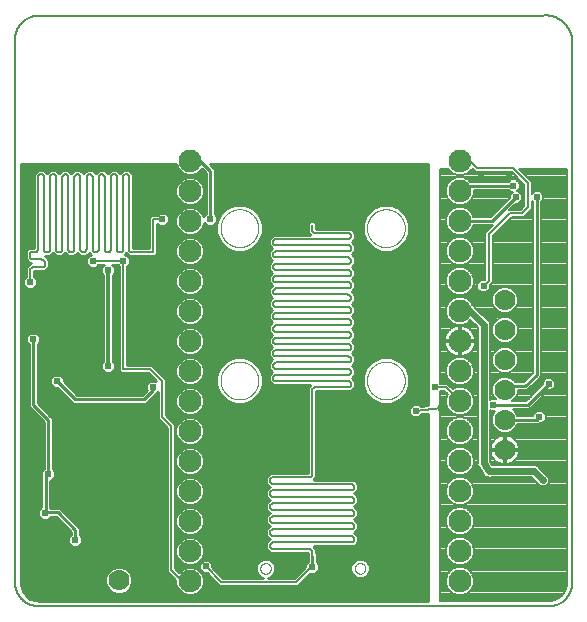
<source format=gbl>
G75*
%MOIN*%
%OFA0B0*%
%FSLAX25Y25*%
%IPPOS*%
%LPD*%
%AMOC8*
5,1,8,0,0,1.08239X$1,22.5*
%
%ADD10C,0.00700*%
%ADD11C,0.00000*%
%ADD12C,0.07600*%
%ADD13C,0.07000*%
%ADD14C,0.02400*%
%ADD15C,0.01000*%
%ADD16C,0.02400*%
%ADD17C,0.01200*%
D10*
X0016222Y0028529D02*
X0186207Y0028529D01*
X0186207Y0030229D02*
X0150081Y0030229D01*
X0150081Y0100329D01*
X0151466Y0100329D01*
X0152560Y0099235D01*
X0151966Y0097801D01*
X0151966Y0095951D01*
X0152674Y0094242D01*
X0153982Y0092934D01*
X0155691Y0092226D01*
X0157541Y0092226D01*
X0159250Y0092934D01*
X0160558Y0094242D01*
X0161266Y0095951D01*
X0161266Y0097801D01*
X0160558Y0099510D01*
X0159250Y0100818D01*
X0157541Y0101526D01*
X0155691Y0101526D01*
X0154257Y0100932D01*
X0153163Y0102026D01*
X0152460Y0102729D01*
X0150081Y0102729D01*
X0150081Y0174198D01*
X0152717Y0174198D01*
X0153982Y0172934D01*
X0155691Y0172226D01*
X0157541Y0172226D01*
X0159250Y0172934D01*
X0160515Y0174198D01*
X0160982Y0174198D01*
X0161851Y0173329D01*
X0173851Y0173329D01*
X0178148Y0169032D01*
X0178148Y0162026D01*
X0176851Y0160729D01*
X0173166Y0160729D01*
X0175137Y0162700D01*
X0176127Y0162700D01*
X0177328Y0163901D01*
X0177328Y0165599D01*
X0176127Y0166800D01*
X0175502Y0166800D01*
X0176540Y0167838D01*
X0176540Y0169536D01*
X0175339Y0170737D01*
X0173641Y0170737D01*
X0172941Y0170037D01*
X0160031Y0170037D01*
X0159250Y0170818D01*
X0157541Y0171526D01*
X0155691Y0171526D01*
X0153982Y0170818D01*
X0152674Y0169510D01*
X0151966Y0167801D01*
X0151966Y0165951D01*
X0152674Y0164242D01*
X0153982Y0162934D01*
X0155691Y0162226D01*
X0157541Y0162226D01*
X0159250Y0162934D01*
X0160558Y0164242D01*
X0161266Y0165951D01*
X0161266Y0167337D01*
X0172941Y0167337D01*
X0173641Y0166637D01*
X0174265Y0166637D01*
X0173228Y0165599D01*
X0173228Y0164609D01*
X0166844Y0158226D01*
X0161090Y0158226D01*
X0160558Y0159510D01*
X0159250Y0160818D01*
X0157541Y0161526D01*
X0155691Y0161526D01*
X0153982Y0160818D01*
X0152674Y0159510D01*
X0151966Y0157801D01*
X0151966Y0155951D01*
X0152674Y0154242D01*
X0153982Y0152934D01*
X0155691Y0152226D01*
X0157541Y0152226D01*
X0159250Y0152934D01*
X0160558Y0154242D01*
X0161090Y0155526D01*
X0167648Y0155526D01*
X0165148Y0153026D01*
X0165148Y0137459D01*
X0164883Y0137193D01*
X0163680Y0137193D01*
X0162480Y0135992D01*
X0162480Y0134294D01*
X0163680Y0133093D01*
X0165379Y0133093D01*
X0166580Y0134294D01*
X0166580Y0135496D01*
X0166846Y0135762D01*
X0167548Y0136465D01*
X0167548Y0152032D01*
X0173846Y0158329D01*
X0177846Y0158329D01*
X0179846Y0160329D01*
X0180548Y0161032D01*
X0180548Y0163666D01*
X0181014Y0163201D01*
X0181014Y0106254D01*
X0177868Y0103108D01*
X0175276Y0103108D01*
X0174120Y0104264D01*
X0172521Y0104926D01*
X0170790Y0104926D01*
X0169191Y0104264D01*
X0167968Y0103041D01*
X0167306Y0101442D01*
X0167306Y0099711D01*
X0167968Y0098112D01*
X0168572Y0097508D01*
X0166948Y0097508D01*
X0166611Y0097171D01*
X0166611Y0123166D01*
X0162052Y0127725D01*
X0160851Y0128926D01*
X0160800Y0128926D01*
X0160558Y0129510D01*
X0159250Y0130818D01*
X0157541Y0131526D01*
X0155691Y0131526D01*
X0153982Y0130818D01*
X0152674Y0129510D01*
X0151966Y0127801D01*
X0151966Y0125951D01*
X0152674Y0124242D01*
X0153982Y0122934D01*
X0155691Y0122226D01*
X0157541Y0122226D01*
X0159250Y0122934D01*
X0160148Y0123831D01*
X0162511Y0121467D01*
X0162511Y0076288D01*
X0162393Y0075632D01*
X0162511Y0075462D01*
X0162511Y0075255D01*
X0162982Y0074784D01*
X0164298Y0072887D01*
X0164298Y0072680D01*
X0164769Y0072209D01*
X0165149Y0071663D01*
X0165353Y0071626D01*
X0165499Y0071479D01*
X0166165Y0071479D01*
X0166820Y0071361D01*
X0166990Y0071479D01*
X0180499Y0071479D01*
X0183499Y0068479D01*
X0185198Y0068479D01*
X0186398Y0069680D01*
X0186398Y0071378D01*
X0183398Y0074378D01*
X0182198Y0075579D01*
X0167421Y0075579D01*
X0166611Y0076746D01*
X0166611Y0093745D01*
X0166948Y0093408D01*
X0168336Y0093408D01*
X0167968Y0093041D01*
X0167306Y0091442D01*
X0167306Y0089711D01*
X0167968Y0088112D01*
X0169191Y0086889D01*
X0170790Y0086226D01*
X0172521Y0086226D01*
X0174120Y0086889D01*
X0175343Y0088112D01*
X0175805Y0089226D01*
X0182766Y0089226D01*
X0183011Y0089471D01*
X0184001Y0089471D01*
X0185202Y0090672D01*
X0185202Y0092370D01*
X0184001Y0093571D01*
X0182302Y0093571D01*
X0181102Y0092370D01*
X0181102Y0091926D01*
X0175805Y0091926D01*
X0175343Y0093041D01*
X0174275Y0094108D01*
X0179774Y0094108D01*
X0180565Y0094899D01*
X0186160Y0100495D01*
X0187150Y0100495D01*
X0188351Y0101696D01*
X0188351Y0103394D01*
X0187150Y0104595D01*
X0185452Y0104595D01*
X0184251Y0103394D01*
X0184251Y0102404D01*
X0178655Y0096808D01*
X0173926Y0096808D01*
X0174120Y0096889D01*
X0175343Y0098112D01*
X0176006Y0099711D01*
X0176006Y0100408D01*
X0178986Y0100408D01*
X0182923Y0104345D01*
X0183714Y0105135D01*
X0183714Y0163201D01*
X0184414Y0163901D01*
X0184414Y0165599D01*
X0183213Y0166800D01*
X0181515Y0166800D01*
X0180548Y0165833D01*
X0180548Y0170026D01*
X0176376Y0174198D01*
X0192381Y0174198D01*
X0192381Y0036403D01*
X0192305Y0035437D01*
X0191708Y0033600D01*
X0190572Y0032037D01*
X0189010Y0030902D01*
X0187173Y0030305D01*
X0186207Y0030229D01*
X0188156Y0030625D02*
X0150081Y0030625D01*
X0150081Y0031323D02*
X0189589Y0031323D01*
X0190551Y0032022D02*
X0150081Y0032022D01*
X0150081Y0032720D02*
X0154497Y0032720D01*
X0153982Y0032934D02*
X0155691Y0032226D01*
X0157541Y0032226D01*
X0159250Y0032934D01*
X0160558Y0034242D01*
X0161266Y0035951D01*
X0161266Y0037801D01*
X0160558Y0039510D01*
X0159250Y0040818D01*
X0157541Y0041526D01*
X0155691Y0041526D01*
X0153982Y0040818D01*
X0152674Y0039510D01*
X0151966Y0037801D01*
X0151966Y0035951D01*
X0152674Y0034242D01*
X0153982Y0032934D01*
X0153497Y0033419D02*
X0150081Y0033419D01*
X0150081Y0034117D02*
X0152798Y0034117D01*
X0152436Y0034816D02*
X0150081Y0034816D01*
X0150081Y0035514D02*
X0152147Y0035514D01*
X0151966Y0036213D02*
X0150081Y0036213D01*
X0150081Y0036911D02*
X0151966Y0036911D01*
X0151966Y0037610D02*
X0150081Y0037610D01*
X0150081Y0038308D02*
X0152177Y0038308D01*
X0152466Y0039007D02*
X0150081Y0039007D01*
X0150081Y0039705D02*
X0152870Y0039705D01*
X0153568Y0040404D02*
X0150081Y0040404D01*
X0150081Y0041102D02*
X0154669Y0041102D01*
X0155030Y0042499D02*
X0150081Y0042499D01*
X0150081Y0041801D02*
X0192381Y0041801D01*
X0192381Y0042499D02*
X0158202Y0042499D01*
X0157541Y0042226D02*
X0159250Y0042934D01*
X0160558Y0044242D01*
X0161266Y0045951D01*
X0161266Y0047801D01*
X0160558Y0049510D01*
X0159250Y0050818D01*
X0157541Y0051526D01*
X0155691Y0051526D01*
X0153982Y0050818D01*
X0152674Y0049510D01*
X0151966Y0047801D01*
X0151966Y0045951D01*
X0152674Y0044242D01*
X0153982Y0042934D01*
X0155691Y0042226D01*
X0157541Y0042226D01*
X0158563Y0041102D02*
X0192381Y0041102D01*
X0192381Y0040404D02*
X0159664Y0040404D01*
X0160363Y0039705D02*
X0192381Y0039705D01*
X0192381Y0039007D02*
X0160767Y0039007D01*
X0161056Y0038308D02*
X0192381Y0038308D01*
X0192381Y0037610D02*
X0161266Y0037610D01*
X0161266Y0036911D02*
X0192381Y0036911D01*
X0192366Y0036213D02*
X0161266Y0036213D01*
X0161085Y0035514D02*
X0192311Y0035514D01*
X0192103Y0034816D02*
X0160796Y0034816D01*
X0160434Y0034117D02*
X0191876Y0034117D01*
X0191576Y0033419D02*
X0159735Y0033419D01*
X0158735Y0032720D02*
X0191068Y0032720D01*
X0194081Y0036403D02*
X0194081Y0217506D01*
X0194080Y0217505D02*
X0194054Y0217719D01*
X0194023Y0217932D01*
X0193986Y0218144D01*
X0193944Y0218356D01*
X0193897Y0218566D01*
X0193845Y0218775D01*
X0193788Y0218983D01*
X0193726Y0219189D01*
X0193659Y0219394D01*
X0193588Y0219597D01*
X0193511Y0219798D01*
X0193429Y0219997D01*
X0193343Y0220195D01*
X0193252Y0220390D01*
X0193156Y0220583D01*
X0193055Y0220773D01*
X0192950Y0220961D01*
X0192841Y0221147D01*
X0192727Y0221329D01*
X0192608Y0221509D01*
X0192486Y0221686D01*
X0192359Y0221860D01*
X0192228Y0222031D01*
X0192092Y0222199D01*
X0191953Y0222363D01*
X0191810Y0222524D01*
X0191663Y0222682D01*
X0191512Y0222835D01*
X0191358Y0222986D01*
X0191200Y0223132D01*
X0191038Y0223275D01*
X0190874Y0223413D01*
X0190705Y0223548D01*
X0190534Y0223678D01*
X0190360Y0223804D01*
X0190182Y0223926D01*
X0190002Y0224044D01*
X0189818Y0224157D01*
X0189633Y0224266D01*
X0189444Y0224371D01*
X0189253Y0224470D01*
X0189060Y0224565D01*
X0188864Y0224656D01*
X0188667Y0224741D01*
X0188467Y0224822D01*
X0188266Y0224898D01*
X0188062Y0224969D01*
X0187857Y0225035D01*
X0187651Y0225097D01*
X0187443Y0225153D01*
X0187234Y0225204D01*
X0187023Y0225250D01*
X0186812Y0225291D01*
X0186599Y0225327D01*
X0186386Y0225358D01*
X0186172Y0225383D01*
X0185958Y0225404D01*
X0185743Y0225419D01*
X0185528Y0225429D01*
X0185313Y0225434D01*
X0185097Y0225433D01*
X0184882Y0225428D01*
X0184667Y0225417D01*
X0184452Y0225401D01*
X0184238Y0225379D01*
X0184238Y0225380D02*
X0016222Y0225380D01*
X0016032Y0225378D01*
X0015842Y0225371D01*
X0015652Y0225359D01*
X0015462Y0225343D01*
X0015273Y0225323D01*
X0015084Y0225297D01*
X0014896Y0225268D01*
X0014709Y0225233D01*
X0014523Y0225194D01*
X0014338Y0225151D01*
X0014153Y0225103D01*
X0013970Y0225051D01*
X0013789Y0224995D01*
X0013609Y0224934D01*
X0013430Y0224868D01*
X0013253Y0224799D01*
X0013077Y0224725D01*
X0012904Y0224647D01*
X0012732Y0224564D01*
X0012563Y0224478D01*
X0012395Y0224388D01*
X0012230Y0224293D01*
X0012067Y0224195D01*
X0011907Y0224092D01*
X0011749Y0223986D01*
X0011594Y0223876D01*
X0011441Y0223763D01*
X0011291Y0223645D01*
X0011145Y0223524D01*
X0011001Y0223400D01*
X0010860Y0223272D01*
X0010722Y0223141D01*
X0010587Y0223006D01*
X0010456Y0222868D01*
X0010328Y0222727D01*
X0010204Y0222583D01*
X0010083Y0222437D01*
X0009965Y0222287D01*
X0009852Y0222134D01*
X0009742Y0221979D01*
X0009636Y0221821D01*
X0009533Y0221661D01*
X0009435Y0221498D01*
X0009340Y0221333D01*
X0009250Y0221165D01*
X0009164Y0220996D01*
X0009081Y0220824D01*
X0009003Y0220651D01*
X0008929Y0220475D01*
X0008860Y0220298D01*
X0008794Y0220119D01*
X0008733Y0219939D01*
X0008677Y0219758D01*
X0008625Y0219575D01*
X0008577Y0219390D01*
X0008534Y0219205D01*
X0008495Y0219019D01*
X0008460Y0218832D01*
X0008431Y0218644D01*
X0008405Y0218455D01*
X0008385Y0218266D01*
X0008369Y0218076D01*
X0008357Y0217886D01*
X0008350Y0217696D01*
X0008348Y0217506D01*
X0008348Y0036403D01*
X0008350Y0036213D01*
X0008357Y0036023D01*
X0008369Y0035833D01*
X0008385Y0035643D01*
X0008405Y0035454D01*
X0008431Y0035265D01*
X0008460Y0035077D01*
X0008495Y0034890D01*
X0008534Y0034704D01*
X0008577Y0034519D01*
X0008625Y0034334D01*
X0008677Y0034151D01*
X0008733Y0033970D01*
X0008794Y0033790D01*
X0008860Y0033611D01*
X0008929Y0033434D01*
X0009003Y0033258D01*
X0009081Y0033085D01*
X0009164Y0032913D01*
X0009250Y0032744D01*
X0009340Y0032576D01*
X0009435Y0032411D01*
X0009533Y0032248D01*
X0009636Y0032088D01*
X0009742Y0031930D01*
X0009852Y0031775D01*
X0009965Y0031622D01*
X0010083Y0031472D01*
X0010204Y0031326D01*
X0010328Y0031182D01*
X0010456Y0031041D01*
X0010587Y0030903D01*
X0010722Y0030768D01*
X0010860Y0030637D01*
X0011001Y0030509D01*
X0011145Y0030385D01*
X0011291Y0030264D01*
X0011441Y0030146D01*
X0011594Y0030033D01*
X0011749Y0029923D01*
X0011907Y0029817D01*
X0012067Y0029714D01*
X0012230Y0029616D01*
X0012395Y0029521D01*
X0012563Y0029431D01*
X0012732Y0029345D01*
X0012904Y0029262D01*
X0013077Y0029184D01*
X0013253Y0029110D01*
X0013430Y0029041D01*
X0013609Y0028975D01*
X0013789Y0028914D01*
X0013970Y0028858D01*
X0014153Y0028806D01*
X0014338Y0028758D01*
X0014523Y0028715D01*
X0014709Y0028676D01*
X0014896Y0028641D01*
X0015084Y0028612D01*
X0015273Y0028586D01*
X0015462Y0028566D01*
X0015652Y0028550D01*
X0015842Y0028538D01*
X0016032Y0028531D01*
X0016222Y0028529D01*
X0060348Y0040529D02*
X0063348Y0037529D01*
X0065963Y0037529D01*
X0066616Y0036876D01*
X0071931Y0041797D02*
X0077128Y0036600D01*
X0102049Y0036600D01*
X0106978Y0041529D01*
X0107348Y0041529D01*
X0107348Y0045382D02*
X0107348Y0046643D01*
X0107346Y0046704D01*
X0107340Y0046765D01*
X0107331Y0046826D01*
X0107317Y0046885D01*
X0107300Y0046944D01*
X0107280Y0047002D01*
X0107255Y0047058D01*
X0107227Y0047113D01*
X0107196Y0047165D01*
X0107162Y0047216D01*
X0107124Y0047264D01*
X0107084Y0047310D01*
X0107040Y0047354D01*
X0106994Y0047394D01*
X0106946Y0047432D01*
X0106895Y0047466D01*
X0106843Y0047497D01*
X0106788Y0047525D01*
X0106732Y0047550D01*
X0106674Y0047570D01*
X0106615Y0047587D01*
X0106556Y0047601D01*
X0106495Y0047610D01*
X0106434Y0047616D01*
X0106373Y0047618D01*
X0094323Y0047618D01*
X0094262Y0047620D01*
X0094201Y0047626D01*
X0094140Y0047635D01*
X0094081Y0047649D01*
X0094022Y0047666D01*
X0093964Y0047686D01*
X0093908Y0047711D01*
X0093853Y0047739D01*
X0093801Y0047770D01*
X0093750Y0047804D01*
X0093702Y0047842D01*
X0093656Y0047882D01*
X0093612Y0047926D01*
X0093572Y0047972D01*
X0093534Y0048020D01*
X0093500Y0048071D01*
X0093469Y0048123D01*
X0093441Y0048178D01*
X0093416Y0048234D01*
X0093396Y0048292D01*
X0093379Y0048351D01*
X0093365Y0048410D01*
X0093356Y0048471D01*
X0093350Y0048532D01*
X0093348Y0048593D01*
X0093348Y0048819D01*
X0093350Y0048880D01*
X0093356Y0048941D01*
X0093365Y0049002D01*
X0093379Y0049061D01*
X0093396Y0049120D01*
X0093416Y0049178D01*
X0093441Y0049234D01*
X0093469Y0049289D01*
X0093500Y0049341D01*
X0093534Y0049392D01*
X0093572Y0049440D01*
X0093612Y0049486D01*
X0093656Y0049530D01*
X0093702Y0049570D01*
X0093750Y0049608D01*
X0093801Y0049642D01*
X0093853Y0049673D01*
X0093908Y0049701D01*
X0093964Y0049726D01*
X0094022Y0049746D01*
X0094081Y0049763D01*
X0094140Y0049777D01*
X0094201Y0049786D01*
X0094262Y0049792D01*
X0094323Y0049794D01*
X0120373Y0049794D01*
X0120434Y0049796D01*
X0120495Y0049802D01*
X0120556Y0049811D01*
X0120615Y0049825D01*
X0120674Y0049842D01*
X0120732Y0049862D01*
X0120788Y0049887D01*
X0120843Y0049915D01*
X0120895Y0049946D01*
X0120946Y0049980D01*
X0120994Y0050018D01*
X0121040Y0050058D01*
X0121084Y0050102D01*
X0121124Y0050148D01*
X0121162Y0050196D01*
X0121196Y0050247D01*
X0121227Y0050299D01*
X0121255Y0050354D01*
X0121280Y0050410D01*
X0121300Y0050468D01*
X0121317Y0050527D01*
X0121331Y0050586D01*
X0121340Y0050647D01*
X0121346Y0050708D01*
X0121348Y0050769D01*
X0121348Y0050995D01*
X0121346Y0051056D01*
X0121340Y0051117D01*
X0121331Y0051178D01*
X0121317Y0051237D01*
X0121300Y0051296D01*
X0121280Y0051354D01*
X0121255Y0051410D01*
X0121227Y0051465D01*
X0121196Y0051517D01*
X0121162Y0051568D01*
X0121124Y0051616D01*
X0121084Y0051662D01*
X0121040Y0051706D01*
X0120994Y0051746D01*
X0120946Y0051784D01*
X0120895Y0051818D01*
X0120843Y0051849D01*
X0120788Y0051877D01*
X0120732Y0051902D01*
X0120674Y0051922D01*
X0120615Y0051939D01*
X0120556Y0051953D01*
X0120495Y0051962D01*
X0120434Y0051968D01*
X0120373Y0051970D01*
X0094323Y0051970D01*
X0094262Y0051972D01*
X0094201Y0051978D01*
X0094140Y0051987D01*
X0094081Y0052001D01*
X0094022Y0052018D01*
X0093964Y0052038D01*
X0093908Y0052063D01*
X0093853Y0052091D01*
X0093801Y0052122D01*
X0093750Y0052156D01*
X0093702Y0052194D01*
X0093656Y0052234D01*
X0093612Y0052278D01*
X0093572Y0052324D01*
X0093534Y0052372D01*
X0093500Y0052423D01*
X0093469Y0052475D01*
X0093441Y0052530D01*
X0093416Y0052586D01*
X0093396Y0052644D01*
X0093379Y0052703D01*
X0093365Y0052762D01*
X0093356Y0052823D01*
X0093350Y0052884D01*
X0093348Y0052945D01*
X0093348Y0053171D01*
X0093350Y0053232D01*
X0093356Y0053293D01*
X0093365Y0053354D01*
X0093379Y0053413D01*
X0093396Y0053472D01*
X0093416Y0053530D01*
X0093441Y0053586D01*
X0093469Y0053641D01*
X0093500Y0053693D01*
X0093534Y0053744D01*
X0093572Y0053792D01*
X0093612Y0053838D01*
X0093656Y0053882D01*
X0093702Y0053922D01*
X0093750Y0053960D01*
X0093801Y0053994D01*
X0093853Y0054025D01*
X0093908Y0054053D01*
X0093964Y0054078D01*
X0094022Y0054098D01*
X0094081Y0054115D01*
X0094140Y0054129D01*
X0094201Y0054138D01*
X0094262Y0054144D01*
X0094323Y0054146D01*
X0120373Y0054146D01*
X0120434Y0054148D01*
X0120495Y0054154D01*
X0120556Y0054163D01*
X0120615Y0054177D01*
X0120674Y0054194D01*
X0120732Y0054214D01*
X0120788Y0054239D01*
X0120843Y0054267D01*
X0120895Y0054298D01*
X0120946Y0054332D01*
X0120994Y0054370D01*
X0121040Y0054410D01*
X0121084Y0054454D01*
X0121124Y0054500D01*
X0121162Y0054548D01*
X0121196Y0054599D01*
X0121227Y0054651D01*
X0121255Y0054706D01*
X0121280Y0054762D01*
X0121300Y0054820D01*
X0121317Y0054879D01*
X0121331Y0054938D01*
X0121340Y0054999D01*
X0121346Y0055060D01*
X0121348Y0055121D01*
X0121348Y0055347D01*
X0121346Y0055408D01*
X0121340Y0055469D01*
X0121331Y0055530D01*
X0121317Y0055589D01*
X0121300Y0055648D01*
X0121280Y0055706D01*
X0121255Y0055762D01*
X0121227Y0055817D01*
X0121196Y0055869D01*
X0121162Y0055920D01*
X0121124Y0055968D01*
X0121084Y0056014D01*
X0121040Y0056058D01*
X0120994Y0056098D01*
X0120946Y0056136D01*
X0120895Y0056170D01*
X0120843Y0056201D01*
X0120788Y0056229D01*
X0120732Y0056254D01*
X0120674Y0056274D01*
X0120615Y0056291D01*
X0120556Y0056305D01*
X0120495Y0056314D01*
X0120434Y0056320D01*
X0120373Y0056322D01*
X0094323Y0056322D01*
X0094262Y0056324D01*
X0094201Y0056330D01*
X0094140Y0056339D01*
X0094081Y0056353D01*
X0094022Y0056370D01*
X0093964Y0056390D01*
X0093908Y0056415D01*
X0093853Y0056443D01*
X0093801Y0056474D01*
X0093750Y0056508D01*
X0093702Y0056546D01*
X0093656Y0056586D01*
X0093612Y0056630D01*
X0093572Y0056676D01*
X0093534Y0056724D01*
X0093500Y0056775D01*
X0093469Y0056827D01*
X0093441Y0056882D01*
X0093416Y0056938D01*
X0093396Y0056996D01*
X0093379Y0057055D01*
X0093365Y0057114D01*
X0093356Y0057175D01*
X0093350Y0057236D01*
X0093348Y0057297D01*
X0093348Y0057523D01*
X0093350Y0057584D01*
X0093356Y0057645D01*
X0093365Y0057706D01*
X0093379Y0057765D01*
X0093396Y0057824D01*
X0093416Y0057882D01*
X0093441Y0057938D01*
X0093469Y0057993D01*
X0093500Y0058045D01*
X0093534Y0058096D01*
X0093572Y0058144D01*
X0093612Y0058190D01*
X0093656Y0058234D01*
X0093702Y0058274D01*
X0093750Y0058312D01*
X0093801Y0058346D01*
X0093853Y0058377D01*
X0093908Y0058405D01*
X0093964Y0058430D01*
X0094022Y0058450D01*
X0094081Y0058467D01*
X0094140Y0058481D01*
X0094201Y0058490D01*
X0094262Y0058496D01*
X0094323Y0058498D01*
X0120373Y0058498D01*
X0120434Y0058500D01*
X0120495Y0058506D01*
X0120556Y0058515D01*
X0120615Y0058529D01*
X0120674Y0058546D01*
X0120732Y0058566D01*
X0120788Y0058591D01*
X0120843Y0058619D01*
X0120895Y0058650D01*
X0120946Y0058684D01*
X0120994Y0058722D01*
X0121040Y0058762D01*
X0121084Y0058806D01*
X0121124Y0058852D01*
X0121162Y0058900D01*
X0121196Y0058951D01*
X0121227Y0059003D01*
X0121255Y0059058D01*
X0121280Y0059114D01*
X0121300Y0059172D01*
X0121317Y0059231D01*
X0121331Y0059290D01*
X0121340Y0059351D01*
X0121346Y0059412D01*
X0121348Y0059473D01*
X0121348Y0059699D01*
X0121346Y0059760D01*
X0121340Y0059821D01*
X0121331Y0059882D01*
X0121317Y0059941D01*
X0121300Y0060000D01*
X0121280Y0060058D01*
X0121255Y0060114D01*
X0121227Y0060169D01*
X0121196Y0060221D01*
X0121162Y0060272D01*
X0121124Y0060320D01*
X0121084Y0060366D01*
X0121040Y0060410D01*
X0120994Y0060450D01*
X0120946Y0060488D01*
X0120895Y0060522D01*
X0120843Y0060553D01*
X0120788Y0060581D01*
X0120732Y0060606D01*
X0120674Y0060626D01*
X0120615Y0060643D01*
X0120556Y0060657D01*
X0120495Y0060666D01*
X0120434Y0060672D01*
X0120373Y0060674D01*
X0094323Y0060674D01*
X0094262Y0060676D01*
X0094201Y0060682D01*
X0094140Y0060691D01*
X0094081Y0060705D01*
X0094022Y0060722D01*
X0093964Y0060742D01*
X0093908Y0060767D01*
X0093853Y0060795D01*
X0093801Y0060826D01*
X0093750Y0060860D01*
X0093702Y0060898D01*
X0093656Y0060938D01*
X0093612Y0060982D01*
X0093572Y0061028D01*
X0093534Y0061076D01*
X0093500Y0061127D01*
X0093469Y0061179D01*
X0093441Y0061234D01*
X0093416Y0061290D01*
X0093396Y0061348D01*
X0093379Y0061407D01*
X0093365Y0061466D01*
X0093356Y0061527D01*
X0093350Y0061588D01*
X0093348Y0061649D01*
X0093348Y0061875D01*
X0093350Y0061936D01*
X0093356Y0061997D01*
X0093365Y0062058D01*
X0093379Y0062117D01*
X0093396Y0062176D01*
X0093416Y0062234D01*
X0093441Y0062290D01*
X0093469Y0062345D01*
X0093500Y0062397D01*
X0093534Y0062448D01*
X0093572Y0062496D01*
X0093612Y0062542D01*
X0093656Y0062586D01*
X0093702Y0062626D01*
X0093750Y0062664D01*
X0093801Y0062698D01*
X0093853Y0062729D01*
X0093908Y0062757D01*
X0093964Y0062782D01*
X0094022Y0062802D01*
X0094081Y0062819D01*
X0094140Y0062833D01*
X0094201Y0062842D01*
X0094262Y0062848D01*
X0094323Y0062850D01*
X0120373Y0062850D01*
X0120434Y0062852D01*
X0120495Y0062858D01*
X0120556Y0062867D01*
X0120615Y0062881D01*
X0120674Y0062898D01*
X0120732Y0062918D01*
X0120788Y0062943D01*
X0120843Y0062971D01*
X0120895Y0063002D01*
X0120946Y0063036D01*
X0120994Y0063074D01*
X0121040Y0063114D01*
X0121084Y0063158D01*
X0121124Y0063204D01*
X0121162Y0063252D01*
X0121196Y0063303D01*
X0121227Y0063355D01*
X0121255Y0063410D01*
X0121280Y0063466D01*
X0121300Y0063524D01*
X0121317Y0063583D01*
X0121331Y0063642D01*
X0121340Y0063703D01*
X0121346Y0063764D01*
X0121348Y0063825D01*
X0121348Y0064051D01*
X0121346Y0064112D01*
X0121340Y0064173D01*
X0121331Y0064234D01*
X0121317Y0064293D01*
X0121300Y0064352D01*
X0121280Y0064410D01*
X0121255Y0064466D01*
X0121227Y0064521D01*
X0121196Y0064573D01*
X0121162Y0064624D01*
X0121124Y0064672D01*
X0121084Y0064718D01*
X0121040Y0064762D01*
X0120994Y0064802D01*
X0120946Y0064840D01*
X0120895Y0064874D01*
X0120843Y0064905D01*
X0120788Y0064933D01*
X0120732Y0064958D01*
X0120674Y0064978D01*
X0120615Y0064995D01*
X0120556Y0065009D01*
X0120495Y0065018D01*
X0120434Y0065024D01*
X0120373Y0065026D01*
X0094323Y0065026D01*
X0094262Y0065028D01*
X0094201Y0065034D01*
X0094140Y0065043D01*
X0094081Y0065057D01*
X0094022Y0065074D01*
X0093964Y0065094D01*
X0093908Y0065119D01*
X0093853Y0065147D01*
X0093801Y0065178D01*
X0093750Y0065212D01*
X0093702Y0065250D01*
X0093656Y0065290D01*
X0093612Y0065334D01*
X0093572Y0065380D01*
X0093534Y0065428D01*
X0093500Y0065479D01*
X0093469Y0065531D01*
X0093441Y0065586D01*
X0093416Y0065642D01*
X0093396Y0065700D01*
X0093379Y0065759D01*
X0093365Y0065818D01*
X0093356Y0065879D01*
X0093350Y0065940D01*
X0093348Y0066001D01*
X0093348Y0066227D01*
X0093350Y0066288D01*
X0093356Y0066349D01*
X0093365Y0066410D01*
X0093379Y0066469D01*
X0093396Y0066528D01*
X0093416Y0066586D01*
X0093441Y0066642D01*
X0093469Y0066697D01*
X0093500Y0066749D01*
X0093534Y0066800D01*
X0093572Y0066848D01*
X0093612Y0066894D01*
X0093656Y0066938D01*
X0093702Y0066978D01*
X0093750Y0067016D01*
X0093801Y0067050D01*
X0093853Y0067081D01*
X0093908Y0067109D01*
X0093964Y0067134D01*
X0094022Y0067154D01*
X0094081Y0067171D01*
X0094140Y0067185D01*
X0094201Y0067194D01*
X0094262Y0067200D01*
X0094323Y0067202D01*
X0120373Y0067202D01*
X0120434Y0067204D01*
X0120495Y0067210D01*
X0120556Y0067219D01*
X0120615Y0067233D01*
X0120674Y0067250D01*
X0120732Y0067270D01*
X0120788Y0067295D01*
X0120843Y0067323D01*
X0120895Y0067354D01*
X0120946Y0067388D01*
X0120994Y0067426D01*
X0121040Y0067466D01*
X0121084Y0067510D01*
X0121124Y0067556D01*
X0121162Y0067604D01*
X0121196Y0067655D01*
X0121227Y0067707D01*
X0121255Y0067762D01*
X0121280Y0067818D01*
X0121300Y0067876D01*
X0121317Y0067935D01*
X0121331Y0067994D01*
X0121340Y0068055D01*
X0121346Y0068116D01*
X0121348Y0068177D01*
X0121348Y0068403D01*
X0121346Y0068464D01*
X0121340Y0068525D01*
X0121331Y0068586D01*
X0121317Y0068645D01*
X0121300Y0068704D01*
X0121280Y0068762D01*
X0121255Y0068818D01*
X0121227Y0068873D01*
X0121196Y0068925D01*
X0121162Y0068976D01*
X0121124Y0069024D01*
X0121084Y0069070D01*
X0121040Y0069114D01*
X0120994Y0069154D01*
X0120946Y0069192D01*
X0120895Y0069226D01*
X0120843Y0069257D01*
X0120788Y0069285D01*
X0120732Y0069310D01*
X0120674Y0069330D01*
X0120615Y0069347D01*
X0120556Y0069361D01*
X0120495Y0069370D01*
X0120434Y0069376D01*
X0120373Y0069378D01*
X0094323Y0069378D01*
X0094262Y0069380D01*
X0094201Y0069386D01*
X0094140Y0069395D01*
X0094081Y0069409D01*
X0094022Y0069426D01*
X0093964Y0069446D01*
X0093908Y0069471D01*
X0093853Y0069499D01*
X0093801Y0069530D01*
X0093750Y0069564D01*
X0093702Y0069602D01*
X0093656Y0069642D01*
X0093612Y0069686D01*
X0093572Y0069732D01*
X0093534Y0069780D01*
X0093500Y0069831D01*
X0093469Y0069883D01*
X0093441Y0069938D01*
X0093416Y0069994D01*
X0093396Y0070052D01*
X0093379Y0070111D01*
X0093365Y0070170D01*
X0093356Y0070231D01*
X0093350Y0070292D01*
X0093348Y0070353D01*
X0093348Y0070579D01*
X0093350Y0070640D01*
X0093356Y0070701D01*
X0093365Y0070762D01*
X0093379Y0070821D01*
X0093396Y0070880D01*
X0093416Y0070938D01*
X0093441Y0070994D01*
X0093469Y0071049D01*
X0093500Y0071101D01*
X0093534Y0071152D01*
X0093572Y0071200D01*
X0093612Y0071246D01*
X0093656Y0071290D01*
X0093702Y0071330D01*
X0093750Y0071368D01*
X0093801Y0071402D01*
X0093853Y0071433D01*
X0093908Y0071461D01*
X0093964Y0071486D01*
X0094022Y0071506D01*
X0094081Y0071523D01*
X0094140Y0071537D01*
X0094201Y0071546D01*
X0094262Y0071552D01*
X0094323Y0071554D01*
X0106373Y0071554D01*
X0106434Y0071556D01*
X0106495Y0071562D01*
X0106556Y0071571D01*
X0106615Y0071585D01*
X0106674Y0071602D01*
X0106732Y0071622D01*
X0106788Y0071647D01*
X0106843Y0071675D01*
X0106895Y0071706D01*
X0106946Y0071740D01*
X0106994Y0071778D01*
X0107040Y0071818D01*
X0107084Y0071862D01*
X0107124Y0071908D01*
X0107162Y0071956D01*
X0107196Y0072007D01*
X0107227Y0072059D01*
X0107255Y0072114D01*
X0107280Y0072170D01*
X0107300Y0072228D01*
X0107317Y0072287D01*
X0107331Y0072346D01*
X0107340Y0072407D01*
X0107346Y0072468D01*
X0107348Y0072529D01*
X0107348Y0100529D01*
X0107350Y0100590D01*
X0107356Y0100651D01*
X0107365Y0100712D01*
X0107379Y0100771D01*
X0107396Y0100830D01*
X0107416Y0100888D01*
X0107441Y0100944D01*
X0107469Y0100999D01*
X0107500Y0101051D01*
X0107534Y0101102D01*
X0107572Y0101150D01*
X0107612Y0101196D01*
X0107656Y0101240D01*
X0107702Y0101280D01*
X0107750Y0101318D01*
X0107801Y0101352D01*
X0107853Y0101383D01*
X0107908Y0101411D01*
X0107964Y0101436D01*
X0108022Y0101456D01*
X0108081Y0101473D01*
X0108140Y0101487D01*
X0108201Y0101496D01*
X0108262Y0101502D01*
X0108323Y0101504D01*
X0119373Y0101504D01*
X0119434Y0101506D01*
X0119495Y0101512D01*
X0119556Y0101521D01*
X0119615Y0101535D01*
X0119674Y0101552D01*
X0119732Y0101572D01*
X0119788Y0101597D01*
X0119843Y0101625D01*
X0119895Y0101656D01*
X0119946Y0101690D01*
X0119994Y0101728D01*
X0120040Y0101768D01*
X0120084Y0101812D01*
X0120124Y0101858D01*
X0120162Y0101906D01*
X0120196Y0101957D01*
X0120227Y0102009D01*
X0120255Y0102064D01*
X0120280Y0102120D01*
X0120300Y0102178D01*
X0120317Y0102237D01*
X0120331Y0102296D01*
X0120340Y0102357D01*
X0120346Y0102418D01*
X0120348Y0102479D01*
X0120348Y0102589D01*
X0120346Y0102650D01*
X0120340Y0102711D01*
X0120331Y0102772D01*
X0120317Y0102831D01*
X0120300Y0102890D01*
X0120280Y0102948D01*
X0120255Y0103004D01*
X0120227Y0103059D01*
X0120196Y0103111D01*
X0120162Y0103162D01*
X0120124Y0103210D01*
X0120084Y0103256D01*
X0120040Y0103300D01*
X0119994Y0103340D01*
X0119946Y0103378D01*
X0119895Y0103412D01*
X0119843Y0103443D01*
X0119788Y0103471D01*
X0119732Y0103496D01*
X0119674Y0103516D01*
X0119615Y0103533D01*
X0119556Y0103547D01*
X0119495Y0103556D01*
X0119434Y0103562D01*
X0119373Y0103564D01*
X0095323Y0103564D01*
X0095262Y0103566D01*
X0095201Y0103572D01*
X0095140Y0103581D01*
X0095081Y0103595D01*
X0095022Y0103612D01*
X0094964Y0103632D01*
X0094908Y0103657D01*
X0094853Y0103685D01*
X0094801Y0103716D01*
X0094750Y0103750D01*
X0094702Y0103788D01*
X0094656Y0103828D01*
X0094612Y0103872D01*
X0094572Y0103918D01*
X0094534Y0103966D01*
X0094500Y0104017D01*
X0094469Y0104069D01*
X0094441Y0104124D01*
X0094416Y0104180D01*
X0094396Y0104238D01*
X0094379Y0104297D01*
X0094365Y0104356D01*
X0094356Y0104417D01*
X0094350Y0104478D01*
X0094348Y0104539D01*
X0094348Y0104650D01*
X0094350Y0104711D01*
X0094356Y0104772D01*
X0094365Y0104833D01*
X0094379Y0104892D01*
X0094396Y0104951D01*
X0094416Y0105009D01*
X0094441Y0105065D01*
X0094469Y0105120D01*
X0094500Y0105172D01*
X0094534Y0105223D01*
X0094572Y0105271D01*
X0094612Y0105317D01*
X0094656Y0105361D01*
X0094702Y0105401D01*
X0094750Y0105439D01*
X0094801Y0105473D01*
X0094853Y0105504D01*
X0094908Y0105532D01*
X0094964Y0105557D01*
X0095022Y0105577D01*
X0095081Y0105594D01*
X0095140Y0105608D01*
X0095201Y0105617D01*
X0095262Y0105623D01*
X0095323Y0105625D01*
X0119373Y0105625D01*
X0119434Y0105627D01*
X0119495Y0105633D01*
X0119556Y0105642D01*
X0119615Y0105656D01*
X0119674Y0105673D01*
X0119732Y0105693D01*
X0119788Y0105718D01*
X0119843Y0105746D01*
X0119895Y0105777D01*
X0119946Y0105811D01*
X0119994Y0105849D01*
X0120040Y0105889D01*
X0120084Y0105933D01*
X0120124Y0105979D01*
X0120162Y0106027D01*
X0120196Y0106078D01*
X0120227Y0106130D01*
X0120255Y0106185D01*
X0120280Y0106241D01*
X0120300Y0106299D01*
X0120317Y0106358D01*
X0120331Y0106417D01*
X0120340Y0106478D01*
X0120346Y0106539D01*
X0120348Y0106600D01*
X0120348Y0106710D01*
X0120346Y0106771D01*
X0120340Y0106832D01*
X0120331Y0106893D01*
X0120317Y0106952D01*
X0120300Y0107011D01*
X0120280Y0107069D01*
X0120255Y0107125D01*
X0120227Y0107180D01*
X0120196Y0107232D01*
X0120162Y0107283D01*
X0120124Y0107331D01*
X0120084Y0107377D01*
X0120040Y0107421D01*
X0119994Y0107461D01*
X0119946Y0107499D01*
X0119895Y0107533D01*
X0119843Y0107564D01*
X0119788Y0107592D01*
X0119732Y0107617D01*
X0119674Y0107637D01*
X0119615Y0107654D01*
X0119556Y0107668D01*
X0119495Y0107677D01*
X0119434Y0107683D01*
X0119373Y0107685D01*
X0095323Y0107685D01*
X0095262Y0107687D01*
X0095201Y0107693D01*
X0095140Y0107702D01*
X0095081Y0107716D01*
X0095022Y0107733D01*
X0094964Y0107753D01*
X0094908Y0107778D01*
X0094853Y0107806D01*
X0094801Y0107837D01*
X0094750Y0107871D01*
X0094702Y0107909D01*
X0094656Y0107949D01*
X0094612Y0107993D01*
X0094572Y0108039D01*
X0094534Y0108087D01*
X0094500Y0108138D01*
X0094469Y0108190D01*
X0094441Y0108245D01*
X0094416Y0108301D01*
X0094396Y0108359D01*
X0094379Y0108418D01*
X0094365Y0108477D01*
X0094356Y0108538D01*
X0094350Y0108599D01*
X0094348Y0108660D01*
X0094348Y0108770D01*
X0094350Y0108831D01*
X0094356Y0108892D01*
X0094365Y0108953D01*
X0094379Y0109012D01*
X0094396Y0109071D01*
X0094416Y0109129D01*
X0094441Y0109185D01*
X0094469Y0109240D01*
X0094500Y0109292D01*
X0094534Y0109343D01*
X0094572Y0109391D01*
X0094612Y0109437D01*
X0094656Y0109481D01*
X0094702Y0109521D01*
X0094750Y0109559D01*
X0094801Y0109593D01*
X0094853Y0109624D01*
X0094908Y0109652D01*
X0094964Y0109677D01*
X0095022Y0109697D01*
X0095081Y0109714D01*
X0095140Y0109728D01*
X0095201Y0109737D01*
X0095262Y0109743D01*
X0095323Y0109745D01*
X0119373Y0109745D01*
X0119434Y0109747D01*
X0119495Y0109753D01*
X0119556Y0109762D01*
X0119615Y0109776D01*
X0119674Y0109793D01*
X0119732Y0109813D01*
X0119788Y0109838D01*
X0119843Y0109866D01*
X0119895Y0109897D01*
X0119946Y0109931D01*
X0119994Y0109969D01*
X0120040Y0110009D01*
X0120084Y0110053D01*
X0120124Y0110099D01*
X0120162Y0110147D01*
X0120196Y0110198D01*
X0120227Y0110250D01*
X0120255Y0110305D01*
X0120280Y0110361D01*
X0120300Y0110419D01*
X0120317Y0110478D01*
X0120331Y0110537D01*
X0120340Y0110598D01*
X0120346Y0110659D01*
X0120348Y0110720D01*
X0120348Y0110831D01*
X0120346Y0110892D01*
X0120340Y0110953D01*
X0120331Y0111014D01*
X0120317Y0111073D01*
X0120300Y0111132D01*
X0120280Y0111190D01*
X0120255Y0111246D01*
X0120227Y0111301D01*
X0120196Y0111353D01*
X0120162Y0111404D01*
X0120124Y0111452D01*
X0120084Y0111498D01*
X0120040Y0111542D01*
X0119994Y0111582D01*
X0119946Y0111620D01*
X0119895Y0111654D01*
X0119843Y0111685D01*
X0119788Y0111713D01*
X0119732Y0111738D01*
X0119674Y0111758D01*
X0119615Y0111775D01*
X0119556Y0111789D01*
X0119495Y0111798D01*
X0119434Y0111804D01*
X0119373Y0111806D01*
X0095323Y0111806D01*
X0095262Y0111808D01*
X0095201Y0111814D01*
X0095140Y0111823D01*
X0095081Y0111837D01*
X0095022Y0111854D01*
X0094964Y0111874D01*
X0094908Y0111899D01*
X0094853Y0111927D01*
X0094801Y0111958D01*
X0094750Y0111992D01*
X0094702Y0112030D01*
X0094656Y0112070D01*
X0094612Y0112114D01*
X0094572Y0112160D01*
X0094534Y0112208D01*
X0094500Y0112259D01*
X0094469Y0112311D01*
X0094441Y0112366D01*
X0094416Y0112422D01*
X0094396Y0112480D01*
X0094379Y0112539D01*
X0094365Y0112598D01*
X0094356Y0112659D01*
X0094350Y0112720D01*
X0094348Y0112781D01*
X0094348Y0112891D01*
X0094350Y0112952D01*
X0094356Y0113013D01*
X0094365Y0113074D01*
X0094379Y0113133D01*
X0094396Y0113192D01*
X0094416Y0113250D01*
X0094441Y0113306D01*
X0094469Y0113361D01*
X0094500Y0113413D01*
X0094534Y0113464D01*
X0094572Y0113512D01*
X0094612Y0113558D01*
X0094656Y0113602D01*
X0094702Y0113642D01*
X0094750Y0113680D01*
X0094801Y0113714D01*
X0094853Y0113745D01*
X0094908Y0113773D01*
X0094964Y0113798D01*
X0095022Y0113818D01*
X0095081Y0113835D01*
X0095140Y0113849D01*
X0095201Y0113858D01*
X0095262Y0113864D01*
X0095323Y0113866D01*
X0119373Y0113866D01*
X0119434Y0113868D01*
X0119495Y0113874D01*
X0119556Y0113883D01*
X0119615Y0113897D01*
X0119674Y0113914D01*
X0119732Y0113934D01*
X0119788Y0113959D01*
X0119843Y0113987D01*
X0119895Y0114018D01*
X0119946Y0114052D01*
X0119994Y0114090D01*
X0120040Y0114130D01*
X0120084Y0114174D01*
X0120124Y0114220D01*
X0120162Y0114268D01*
X0120196Y0114319D01*
X0120227Y0114371D01*
X0120255Y0114426D01*
X0120280Y0114482D01*
X0120300Y0114540D01*
X0120317Y0114599D01*
X0120331Y0114658D01*
X0120340Y0114719D01*
X0120346Y0114780D01*
X0120348Y0114841D01*
X0120348Y0114951D01*
X0120346Y0115012D01*
X0120340Y0115073D01*
X0120331Y0115134D01*
X0120317Y0115193D01*
X0120300Y0115252D01*
X0120280Y0115310D01*
X0120255Y0115366D01*
X0120227Y0115421D01*
X0120196Y0115473D01*
X0120162Y0115524D01*
X0120124Y0115572D01*
X0120084Y0115618D01*
X0120040Y0115662D01*
X0119994Y0115702D01*
X0119946Y0115740D01*
X0119895Y0115774D01*
X0119843Y0115805D01*
X0119788Y0115833D01*
X0119732Y0115858D01*
X0119674Y0115878D01*
X0119615Y0115895D01*
X0119556Y0115909D01*
X0119495Y0115918D01*
X0119434Y0115924D01*
X0119373Y0115926D01*
X0095323Y0115926D01*
X0095262Y0115928D01*
X0095201Y0115934D01*
X0095140Y0115943D01*
X0095081Y0115957D01*
X0095022Y0115974D01*
X0094964Y0115994D01*
X0094908Y0116019D01*
X0094853Y0116047D01*
X0094801Y0116078D01*
X0094750Y0116112D01*
X0094702Y0116150D01*
X0094656Y0116190D01*
X0094612Y0116234D01*
X0094572Y0116280D01*
X0094534Y0116328D01*
X0094500Y0116379D01*
X0094469Y0116431D01*
X0094441Y0116486D01*
X0094416Y0116542D01*
X0094396Y0116600D01*
X0094379Y0116659D01*
X0094365Y0116718D01*
X0094356Y0116779D01*
X0094350Y0116840D01*
X0094348Y0116901D01*
X0094348Y0117012D01*
X0094350Y0117073D01*
X0094356Y0117134D01*
X0094365Y0117195D01*
X0094379Y0117254D01*
X0094396Y0117313D01*
X0094416Y0117371D01*
X0094441Y0117427D01*
X0094469Y0117482D01*
X0094500Y0117534D01*
X0094534Y0117585D01*
X0094572Y0117633D01*
X0094612Y0117679D01*
X0094656Y0117723D01*
X0094702Y0117763D01*
X0094750Y0117801D01*
X0094801Y0117835D01*
X0094853Y0117866D01*
X0094908Y0117894D01*
X0094964Y0117919D01*
X0095022Y0117939D01*
X0095081Y0117956D01*
X0095140Y0117970D01*
X0095201Y0117979D01*
X0095262Y0117985D01*
X0095323Y0117987D01*
X0119373Y0117987D01*
X0119434Y0117989D01*
X0119495Y0117995D01*
X0119556Y0118004D01*
X0119615Y0118018D01*
X0119674Y0118035D01*
X0119732Y0118055D01*
X0119788Y0118080D01*
X0119843Y0118108D01*
X0119895Y0118139D01*
X0119946Y0118173D01*
X0119994Y0118211D01*
X0120040Y0118251D01*
X0120084Y0118295D01*
X0120124Y0118341D01*
X0120162Y0118389D01*
X0120196Y0118440D01*
X0120227Y0118492D01*
X0120255Y0118547D01*
X0120280Y0118603D01*
X0120300Y0118661D01*
X0120317Y0118720D01*
X0120331Y0118779D01*
X0120340Y0118840D01*
X0120346Y0118901D01*
X0120348Y0118962D01*
X0120348Y0119072D01*
X0120346Y0119133D01*
X0120340Y0119194D01*
X0120331Y0119255D01*
X0120317Y0119314D01*
X0120300Y0119373D01*
X0120280Y0119431D01*
X0120255Y0119487D01*
X0120227Y0119542D01*
X0120196Y0119594D01*
X0120162Y0119645D01*
X0120124Y0119693D01*
X0120084Y0119739D01*
X0120040Y0119783D01*
X0119994Y0119823D01*
X0119946Y0119861D01*
X0119895Y0119895D01*
X0119843Y0119926D01*
X0119788Y0119954D01*
X0119732Y0119979D01*
X0119674Y0119999D01*
X0119615Y0120016D01*
X0119556Y0120030D01*
X0119495Y0120039D01*
X0119434Y0120045D01*
X0119373Y0120047D01*
X0095323Y0120047D01*
X0095262Y0120049D01*
X0095201Y0120055D01*
X0095140Y0120064D01*
X0095081Y0120078D01*
X0095022Y0120095D01*
X0094964Y0120115D01*
X0094908Y0120140D01*
X0094853Y0120168D01*
X0094801Y0120199D01*
X0094750Y0120233D01*
X0094702Y0120271D01*
X0094656Y0120311D01*
X0094612Y0120355D01*
X0094572Y0120401D01*
X0094534Y0120449D01*
X0094500Y0120500D01*
X0094469Y0120552D01*
X0094441Y0120607D01*
X0094416Y0120663D01*
X0094396Y0120721D01*
X0094379Y0120780D01*
X0094365Y0120839D01*
X0094356Y0120900D01*
X0094350Y0120961D01*
X0094348Y0121022D01*
X0094348Y0121132D01*
X0094350Y0121193D01*
X0094356Y0121254D01*
X0094365Y0121315D01*
X0094379Y0121374D01*
X0094396Y0121433D01*
X0094416Y0121491D01*
X0094441Y0121547D01*
X0094469Y0121602D01*
X0094500Y0121654D01*
X0094534Y0121705D01*
X0094572Y0121753D01*
X0094612Y0121799D01*
X0094656Y0121843D01*
X0094702Y0121883D01*
X0094750Y0121921D01*
X0094801Y0121955D01*
X0094853Y0121986D01*
X0094908Y0122014D01*
X0094964Y0122039D01*
X0095022Y0122059D01*
X0095081Y0122076D01*
X0095140Y0122090D01*
X0095201Y0122099D01*
X0095262Y0122105D01*
X0095323Y0122107D01*
X0119373Y0122107D01*
X0119434Y0122109D01*
X0119495Y0122115D01*
X0119556Y0122124D01*
X0119615Y0122138D01*
X0119674Y0122155D01*
X0119732Y0122175D01*
X0119788Y0122200D01*
X0119843Y0122228D01*
X0119895Y0122259D01*
X0119946Y0122293D01*
X0119994Y0122331D01*
X0120040Y0122371D01*
X0120084Y0122415D01*
X0120124Y0122461D01*
X0120162Y0122509D01*
X0120196Y0122560D01*
X0120227Y0122612D01*
X0120255Y0122667D01*
X0120280Y0122723D01*
X0120300Y0122781D01*
X0120317Y0122840D01*
X0120331Y0122899D01*
X0120340Y0122960D01*
X0120346Y0123021D01*
X0120348Y0123082D01*
X0120348Y0123193D01*
X0120346Y0123254D01*
X0120340Y0123315D01*
X0120331Y0123376D01*
X0120317Y0123435D01*
X0120300Y0123494D01*
X0120280Y0123552D01*
X0120255Y0123608D01*
X0120227Y0123663D01*
X0120196Y0123715D01*
X0120162Y0123766D01*
X0120124Y0123814D01*
X0120084Y0123860D01*
X0120040Y0123904D01*
X0119994Y0123944D01*
X0119946Y0123982D01*
X0119895Y0124016D01*
X0119843Y0124047D01*
X0119788Y0124075D01*
X0119732Y0124100D01*
X0119674Y0124120D01*
X0119615Y0124137D01*
X0119556Y0124151D01*
X0119495Y0124160D01*
X0119434Y0124166D01*
X0119373Y0124168D01*
X0095323Y0124168D01*
X0095262Y0124170D01*
X0095201Y0124176D01*
X0095140Y0124185D01*
X0095081Y0124199D01*
X0095022Y0124216D01*
X0094964Y0124236D01*
X0094908Y0124261D01*
X0094853Y0124289D01*
X0094801Y0124320D01*
X0094750Y0124354D01*
X0094702Y0124392D01*
X0094656Y0124432D01*
X0094612Y0124476D01*
X0094572Y0124522D01*
X0094534Y0124570D01*
X0094500Y0124621D01*
X0094469Y0124673D01*
X0094441Y0124728D01*
X0094416Y0124784D01*
X0094396Y0124842D01*
X0094379Y0124901D01*
X0094365Y0124960D01*
X0094356Y0125021D01*
X0094350Y0125082D01*
X0094348Y0125143D01*
X0094348Y0125253D01*
X0094350Y0125314D01*
X0094356Y0125375D01*
X0094365Y0125436D01*
X0094379Y0125495D01*
X0094396Y0125554D01*
X0094416Y0125612D01*
X0094441Y0125668D01*
X0094469Y0125723D01*
X0094500Y0125775D01*
X0094534Y0125826D01*
X0094572Y0125874D01*
X0094612Y0125920D01*
X0094656Y0125964D01*
X0094702Y0126004D01*
X0094750Y0126042D01*
X0094801Y0126076D01*
X0094853Y0126107D01*
X0094908Y0126135D01*
X0094964Y0126160D01*
X0095022Y0126180D01*
X0095081Y0126197D01*
X0095140Y0126211D01*
X0095201Y0126220D01*
X0095262Y0126226D01*
X0095323Y0126228D01*
X0119373Y0126228D01*
X0119434Y0126230D01*
X0119495Y0126236D01*
X0119556Y0126245D01*
X0119615Y0126259D01*
X0119674Y0126276D01*
X0119732Y0126296D01*
X0119788Y0126321D01*
X0119843Y0126349D01*
X0119895Y0126380D01*
X0119946Y0126414D01*
X0119994Y0126452D01*
X0120040Y0126492D01*
X0120084Y0126536D01*
X0120124Y0126582D01*
X0120162Y0126630D01*
X0120196Y0126681D01*
X0120227Y0126733D01*
X0120255Y0126788D01*
X0120280Y0126844D01*
X0120300Y0126902D01*
X0120317Y0126961D01*
X0120331Y0127020D01*
X0120340Y0127081D01*
X0120346Y0127142D01*
X0120348Y0127203D01*
X0120348Y0127313D01*
X0120346Y0127374D01*
X0120340Y0127435D01*
X0120331Y0127496D01*
X0120317Y0127555D01*
X0120300Y0127614D01*
X0120280Y0127672D01*
X0120255Y0127728D01*
X0120227Y0127783D01*
X0120196Y0127835D01*
X0120162Y0127886D01*
X0120124Y0127934D01*
X0120084Y0127980D01*
X0120040Y0128024D01*
X0119994Y0128064D01*
X0119946Y0128102D01*
X0119895Y0128136D01*
X0119843Y0128167D01*
X0119788Y0128195D01*
X0119732Y0128220D01*
X0119674Y0128240D01*
X0119615Y0128257D01*
X0119556Y0128271D01*
X0119495Y0128280D01*
X0119434Y0128286D01*
X0119373Y0128288D01*
X0095323Y0128288D01*
X0095262Y0128290D01*
X0095201Y0128296D01*
X0095140Y0128305D01*
X0095081Y0128319D01*
X0095022Y0128336D01*
X0094964Y0128356D01*
X0094908Y0128381D01*
X0094853Y0128409D01*
X0094801Y0128440D01*
X0094750Y0128474D01*
X0094702Y0128512D01*
X0094656Y0128552D01*
X0094612Y0128596D01*
X0094572Y0128642D01*
X0094534Y0128690D01*
X0094500Y0128741D01*
X0094469Y0128793D01*
X0094441Y0128848D01*
X0094416Y0128904D01*
X0094396Y0128962D01*
X0094379Y0129021D01*
X0094365Y0129080D01*
X0094356Y0129141D01*
X0094350Y0129202D01*
X0094348Y0129263D01*
X0094348Y0129374D01*
X0094350Y0129435D01*
X0094356Y0129496D01*
X0094365Y0129557D01*
X0094379Y0129616D01*
X0094396Y0129675D01*
X0094416Y0129733D01*
X0094441Y0129789D01*
X0094469Y0129844D01*
X0094500Y0129896D01*
X0094534Y0129947D01*
X0094572Y0129995D01*
X0094612Y0130041D01*
X0094656Y0130085D01*
X0094702Y0130125D01*
X0094750Y0130163D01*
X0094801Y0130197D01*
X0094853Y0130228D01*
X0094908Y0130256D01*
X0094964Y0130281D01*
X0095022Y0130301D01*
X0095081Y0130318D01*
X0095140Y0130332D01*
X0095201Y0130341D01*
X0095262Y0130347D01*
X0095323Y0130349D01*
X0119373Y0130349D01*
X0119434Y0130351D01*
X0119495Y0130357D01*
X0119556Y0130366D01*
X0119615Y0130380D01*
X0119674Y0130397D01*
X0119732Y0130417D01*
X0119788Y0130442D01*
X0119843Y0130470D01*
X0119895Y0130501D01*
X0119946Y0130535D01*
X0119994Y0130573D01*
X0120040Y0130613D01*
X0120084Y0130657D01*
X0120124Y0130703D01*
X0120162Y0130751D01*
X0120196Y0130802D01*
X0120227Y0130854D01*
X0120255Y0130909D01*
X0120280Y0130965D01*
X0120300Y0131023D01*
X0120317Y0131082D01*
X0120331Y0131141D01*
X0120340Y0131202D01*
X0120346Y0131263D01*
X0120348Y0131324D01*
X0120348Y0131434D01*
X0120346Y0131495D01*
X0120340Y0131556D01*
X0120331Y0131617D01*
X0120317Y0131676D01*
X0120300Y0131735D01*
X0120280Y0131793D01*
X0120255Y0131849D01*
X0120227Y0131904D01*
X0120196Y0131956D01*
X0120162Y0132007D01*
X0120124Y0132055D01*
X0120084Y0132101D01*
X0120040Y0132145D01*
X0119994Y0132185D01*
X0119946Y0132223D01*
X0119895Y0132257D01*
X0119843Y0132288D01*
X0119788Y0132316D01*
X0119732Y0132341D01*
X0119674Y0132361D01*
X0119615Y0132378D01*
X0119556Y0132392D01*
X0119495Y0132401D01*
X0119434Y0132407D01*
X0119373Y0132409D01*
X0095323Y0132409D01*
X0095262Y0132411D01*
X0095201Y0132417D01*
X0095140Y0132426D01*
X0095081Y0132440D01*
X0095022Y0132457D01*
X0094964Y0132477D01*
X0094908Y0132502D01*
X0094853Y0132530D01*
X0094801Y0132561D01*
X0094750Y0132595D01*
X0094702Y0132633D01*
X0094656Y0132673D01*
X0094612Y0132717D01*
X0094572Y0132763D01*
X0094534Y0132811D01*
X0094500Y0132862D01*
X0094469Y0132914D01*
X0094441Y0132969D01*
X0094416Y0133025D01*
X0094396Y0133083D01*
X0094379Y0133142D01*
X0094365Y0133201D01*
X0094356Y0133262D01*
X0094350Y0133323D01*
X0094348Y0133384D01*
X0094348Y0133494D01*
X0094350Y0133555D01*
X0094356Y0133616D01*
X0094365Y0133677D01*
X0094379Y0133736D01*
X0094396Y0133795D01*
X0094416Y0133853D01*
X0094441Y0133909D01*
X0094469Y0133964D01*
X0094500Y0134016D01*
X0094534Y0134067D01*
X0094572Y0134115D01*
X0094612Y0134161D01*
X0094656Y0134205D01*
X0094702Y0134245D01*
X0094750Y0134283D01*
X0094801Y0134317D01*
X0094853Y0134348D01*
X0094908Y0134376D01*
X0094964Y0134401D01*
X0095022Y0134421D01*
X0095081Y0134438D01*
X0095140Y0134452D01*
X0095201Y0134461D01*
X0095262Y0134467D01*
X0095323Y0134469D01*
X0119373Y0134469D01*
X0119434Y0134471D01*
X0119495Y0134477D01*
X0119556Y0134486D01*
X0119615Y0134500D01*
X0119674Y0134517D01*
X0119732Y0134537D01*
X0119788Y0134562D01*
X0119843Y0134590D01*
X0119895Y0134621D01*
X0119946Y0134655D01*
X0119994Y0134693D01*
X0120040Y0134733D01*
X0120084Y0134777D01*
X0120124Y0134823D01*
X0120162Y0134871D01*
X0120196Y0134922D01*
X0120227Y0134974D01*
X0120255Y0135029D01*
X0120280Y0135085D01*
X0120300Y0135143D01*
X0120317Y0135202D01*
X0120331Y0135261D01*
X0120340Y0135322D01*
X0120346Y0135383D01*
X0120348Y0135444D01*
X0120348Y0135554D01*
X0120346Y0135615D01*
X0120340Y0135676D01*
X0120331Y0135737D01*
X0120317Y0135796D01*
X0120300Y0135855D01*
X0120280Y0135913D01*
X0120255Y0135969D01*
X0120227Y0136024D01*
X0120196Y0136076D01*
X0120162Y0136127D01*
X0120124Y0136175D01*
X0120084Y0136221D01*
X0120040Y0136265D01*
X0119994Y0136305D01*
X0119946Y0136343D01*
X0119895Y0136377D01*
X0119843Y0136408D01*
X0119788Y0136436D01*
X0119732Y0136461D01*
X0119674Y0136481D01*
X0119615Y0136498D01*
X0119556Y0136512D01*
X0119495Y0136521D01*
X0119434Y0136527D01*
X0119373Y0136529D01*
X0095323Y0136529D01*
X0095262Y0136531D01*
X0095201Y0136537D01*
X0095140Y0136546D01*
X0095081Y0136560D01*
X0095022Y0136577D01*
X0094964Y0136597D01*
X0094908Y0136622D01*
X0094853Y0136650D01*
X0094801Y0136681D01*
X0094750Y0136715D01*
X0094702Y0136753D01*
X0094656Y0136793D01*
X0094612Y0136837D01*
X0094572Y0136883D01*
X0094534Y0136931D01*
X0094500Y0136982D01*
X0094469Y0137034D01*
X0094441Y0137089D01*
X0094416Y0137145D01*
X0094396Y0137203D01*
X0094379Y0137262D01*
X0094365Y0137321D01*
X0094356Y0137382D01*
X0094350Y0137443D01*
X0094348Y0137504D01*
X0094348Y0137615D01*
X0094350Y0137676D01*
X0094356Y0137737D01*
X0094365Y0137798D01*
X0094379Y0137857D01*
X0094396Y0137916D01*
X0094416Y0137974D01*
X0094441Y0138030D01*
X0094469Y0138085D01*
X0094500Y0138137D01*
X0094534Y0138188D01*
X0094572Y0138236D01*
X0094612Y0138282D01*
X0094656Y0138326D01*
X0094702Y0138366D01*
X0094750Y0138404D01*
X0094801Y0138438D01*
X0094853Y0138469D01*
X0094908Y0138497D01*
X0094964Y0138522D01*
X0095022Y0138542D01*
X0095081Y0138559D01*
X0095140Y0138573D01*
X0095201Y0138582D01*
X0095262Y0138588D01*
X0095323Y0138590D01*
X0119373Y0138590D01*
X0119434Y0138592D01*
X0119495Y0138598D01*
X0119556Y0138607D01*
X0119615Y0138621D01*
X0119674Y0138638D01*
X0119732Y0138658D01*
X0119788Y0138683D01*
X0119843Y0138711D01*
X0119895Y0138742D01*
X0119946Y0138776D01*
X0119994Y0138814D01*
X0120040Y0138854D01*
X0120084Y0138898D01*
X0120124Y0138944D01*
X0120162Y0138992D01*
X0120196Y0139043D01*
X0120227Y0139095D01*
X0120255Y0139150D01*
X0120280Y0139206D01*
X0120300Y0139264D01*
X0120317Y0139323D01*
X0120331Y0139382D01*
X0120340Y0139443D01*
X0120346Y0139504D01*
X0120348Y0139565D01*
X0120348Y0139675D01*
X0120346Y0139736D01*
X0120340Y0139797D01*
X0120331Y0139858D01*
X0120317Y0139917D01*
X0120300Y0139976D01*
X0120280Y0140034D01*
X0120255Y0140090D01*
X0120227Y0140145D01*
X0120196Y0140197D01*
X0120162Y0140248D01*
X0120124Y0140296D01*
X0120084Y0140342D01*
X0120040Y0140386D01*
X0119994Y0140426D01*
X0119946Y0140464D01*
X0119895Y0140498D01*
X0119843Y0140529D01*
X0119788Y0140557D01*
X0119732Y0140582D01*
X0119674Y0140602D01*
X0119615Y0140619D01*
X0119556Y0140633D01*
X0119495Y0140642D01*
X0119434Y0140648D01*
X0119373Y0140650D01*
X0095323Y0140650D01*
X0095262Y0140652D01*
X0095201Y0140658D01*
X0095140Y0140667D01*
X0095081Y0140681D01*
X0095022Y0140698D01*
X0094964Y0140718D01*
X0094908Y0140743D01*
X0094853Y0140771D01*
X0094801Y0140802D01*
X0094750Y0140836D01*
X0094702Y0140874D01*
X0094656Y0140914D01*
X0094612Y0140958D01*
X0094572Y0141004D01*
X0094534Y0141052D01*
X0094500Y0141103D01*
X0094469Y0141155D01*
X0094441Y0141210D01*
X0094416Y0141266D01*
X0094396Y0141324D01*
X0094379Y0141383D01*
X0094365Y0141442D01*
X0094356Y0141503D01*
X0094350Y0141564D01*
X0094348Y0141625D01*
X0094348Y0141735D01*
X0094350Y0141796D01*
X0094356Y0141857D01*
X0094365Y0141918D01*
X0094379Y0141977D01*
X0094396Y0142036D01*
X0094416Y0142094D01*
X0094441Y0142150D01*
X0094469Y0142205D01*
X0094500Y0142257D01*
X0094534Y0142308D01*
X0094572Y0142356D01*
X0094612Y0142402D01*
X0094656Y0142446D01*
X0094702Y0142486D01*
X0094750Y0142524D01*
X0094801Y0142558D01*
X0094853Y0142589D01*
X0094908Y0142617D01*
X0094964Y0142642D01*
X0095022Y0142662D01*
X0095081Y0142679D01*
X0095140Y0142693D01*
X0095201Y0142702D01*
X0095262Y0142708D01*
X0095323Y0142710D01*
X0119373Y0142710D01*
X0119434Y0142712D01*
X0119495Y0142718D01*
X0119556Y0142727D01*
X0119615Y0142741D01*
X0119674Y0142758D01*
X0119732Y0142778D01*
X0119788Y0142803D01*
X0119843Y0142831D01*
X0119895Y0142862D01*
X0119946Y0142896D01*
X0119994Y0142934D01*
X0120040Y0142974D01*
X0120084Y0143018D01*
X0120124Y0143064D01*
X0120162Y0143112D01*
X0120196Y0143163D01*
X0120227Y0143215D01*
X0120255Y0143270D01*
X0120280Y0143326D01*
X0120300Y0143384D01*
X0120317Y0143443D01*
X0120331Y0143502D01*
X0120340Y0143563D01*
X0120346Y0143624D01*
X0120348Y0143685D01*
X0120348Y0143796D01*
X0120346Y0143857D01*
X0120340Y0143918D01*
X0120331Y0143979D01*
X0120317Y0144038D01*
X0120300Y0144097D01*
X0120280Y0144155D01*
X0120255Y0144211D01*
X0120227Y0144266D01*
X0120196Y0144318D01*
X0120162Y0144369D01*
X0120124Y0144417D01*
X0120084Y0144463D01*
X0120040Y0144507D01*
X0119994Y0144547D01*
X0119946Y0144585D01*
X0119895Y0144619D01*
X0119843Y0144650D01*
X0119788Y0144678D01*
X0119732Y0144703D01*
X0119674Y0144723D01*
X0119615Y0144740D01*
X0119556Y0144754D01*
X0119495Y0144763D01*
X0119434Y0144769D01*
X0119373Y0144771D01*
X0095323Y0144771D01*
X0095262Y0144773D01*
X0095201Y0144779D01*
X0095140Y0144788D01*
X0095081Y0144802D01*
X0095022Y0144819D01*
X0094964Y0144839D01*
X0094908Y0144864D01*
X0094853Y0144892D01*
X0094801Y0144923D01*
X0094750Y0144957D01*
X0094702Y0144995D01*
X0094656Y0145035D01*
X0094612Y0145079D01*
X0094572Y0145125D01*
X0094534Y0145173D01*
X0094500Y0145224D01*
X0094469Y0145276D01*
X0094441Y0145331D01*
X0094416Y0145387D01*
X0094396Y0145445D01*
X0094379Y0145504D01*
X0094365Y0145563D01*
X0094356Y0145624D01*
X0094350Y0145685D01*
X0094348Y0145746D01*
X0094348Y0145856D01*
X0094350Y0145917D01*
X0094356Y0145978D01*
X0094365Y0146039D01*
X0094379Y0146098D01*
X0094396Y0146157D01*
X0094416Y0146215D01*
X0094441Y0146271D01*
X0094469Y0146326D01*
X0094500Y0146378D01*
X0094534Y0146429D01*
X0094572Y0146477D01*
X0094612Y0146523D01*
X0094656Y0146567D01*
X0094702Y0146607D01*
X0094750Y0146645D01*
X0094801Y0146679D01*
X0094853Y0146710D01*
X0094908Y0146738D01*
X0094964Y0146763D01*
X0095022Y0146783D01*
X0095081Y0146800D01*
X0095140Y0146814D01*
X0095201Y0146823D01*
X0095262Y0146829D01*
X0095323Y0146831D01*
X0119373Y0146831D01*
X0119434Y0146833D01*
X0119495Y0146839D01*
X0119556Y0146848D01*
X0119615Y0146862D01*
X0119674Y0146879D01*
X0119732Y0146899D01*
X0119788Y0146924D01*
X0119843Y0146952D01*
X0119895Y0146983D01*
X0119946Y0147017D01*
X0119994Y0147055D01*
X0120040Y0147095D01*
X0120084Y0147139D01*
X0120124Y0147185D01*
X0120162Y0147233D01*
X0120196Y0147284D01*
X0120227Y0147336D01*
X0120255Y0147391D01*
X0120280Y0147447D01*
X0120300Y0147505D01*
X0120317Y0147564D01*
X0120331Y0147623D01*
X0120340Y0147684D01*
X0120346Y0147745D01*
X0120348Y0147806D01*
X0120348Y0147916D01*
X0120346Y0147977D01*
X0120340Y0148038D01*
X0120331Y0148099D01*
X0120317Y0148158D01*
X0120300Y0148217D01*
X0120280Y0148275D01*
X0120255Y0148331D01*
X0120227Y0148386D01*
X0120196Y0148438D01*
X0120162Y0148489D01*
X0120124Y0148537D01*
X0120084Y0148583D01*
X0120040Y0148627D01*
X0119994Y0148667D01*
X0119946Y0148705D01*
X0119895Y0148739D01*
X0119843Y0148770D01*
X0119788Y0148798D01*
X0119732Y0148823D01*
X0119674Y0148843D01*
X0119615Y0148860D01*
X0119556Y0148874D01*
X0119495Y0148883D01*
X0119434Y0148889D01*
X0119373Y0148891D01*
X0095323Y0148891D01*
X0095262Y0148893D01*
X0095201Y0148899D01*
X0095140Y0148908D01*
X0095081Y0148922D01*
X0095022Y0148939D01*
X0094964Y0148959D01*
X0094908Y0148984D01*
X0094853Y0149012D01*
X0094801Y0149043D01*
X0094750Y0149077D01*
X0094702Y0149115D01*
X0094656Y0149155D01*
X0094612Y0149199D01*
X0094572Y0149245D01*
X0094534Y0149293D01*
X0094500Y0149344D01*
X0094469Y0149396D01*
X0094441Y0149451D01*
X0094416Y0149507D01*
X0094396Y0149565D01*
X0094379Y0149624D01*
X0094365Y0149683D01*
X0094356Y0149744D01*
X0094350Y0149805D01*
X0094348Y0149866D01*
X0094348Y0149977D01*
X0094350Y0150038D01*
X0094356Y0150099D01*
X0094365Y0150160D01*
X0094379Y0150219D01*
X0094396Y0150278D01*
X0094416Y0150336D01*
X0094441Y0150392D01*
X0094469Y0150447D01*
X0094500Y0150499D01*
X0094534Y0150550D01*
X0094572Y0150598D01*
X0094612Y0150644D01*
X0094656Y0150688D01*
X0094702Y0150728D01*
X0094750Y0150766D01*
X0094801Y0150800D01*
X0094853Y0150831D01*
X0094908Y0150859D01*
X0094964Y0150884D01*
X0095022Y0150904D01*
X0095081Y0150921D01*
X0095140Y0150935D01*
X0095201Y0150944D01*
X0095262Y0150950D01*
X0095323Y0150952D01*
X0119373Y0150952D01*
X0119434Y0150954D01*
X0119495Y0150960D01*
X0119556Y0150969D01*
X0119615Y0150983D01*
X0119674Y0151000D01*
X0119732Y0151020D01*
X0119788Y0151045D01*
X0119843Y0151073D01*
X0119895Y0151104D01*
X0119946Y0151138D01*
X0119994Y0151176D01*
X0120040Y0151216D01*
X0120084Y0151260D01*
X0120124Y0151306D01*
X0120162Y0151354D01*
X0120196Y0151405D01*
X0120227Y0151457D01*
X0120255Y0151512D01*
X0120280Y0151568D01*
X0120300Y0151626D01*
X0120317Y0151685D01*
X0120331Y0151744D01*
X0120340Y0151805D01*
X0120346Y0151866D01*
X0120348Y0151927D01*
X0120348Y0152037D01*
X0120346Y0152098D01*
X0120340Y0152159D01*
X0120331Y0152220D01*
X0120317Y0152279D01*
X0120300Y0152338D01*
X0120280Y0152396D01*
X0120255Y0152452D01*
X0120227Y0152507D01*
X0120196Y0152559D01*
X0120162Y0152610D01*
X0120124Y0152658D01*
X0120084Y0152704D01*
X0120040Y0152748D01*
X0119994Y0152788D01*
X0119946Y0152826D01*
X0119895Y0152860D01*
X0119843Y0152891D01*
X0119788Y0152919D01*
X0119732Y0152944D01*
X0119674Y0152964D01*
X0119615Y0152981D01*
X0119556Y0152995D01*
X0119495Y0153004D01*
X0119434Y0153010D01*
X0119373Y0153012D01*
X0108323Y0153012D01*
X0108262Y0153014D01*
X0108201Y0153020D01*
X0108140Y0153029D01*
X0108081Y0153043D01*
X0108022Y0153060D01*
X0107964Y0153080D01*
X0107908Y0153105D01*
X0107853Y0153133D01*
X0107801Y0153164D01*
X0107750Y0153198D01*
X0107702Y0153236D01*
X0107656Y0153276D01*
X0107612Y0153320D01*
X0107572Y0153366D01*
X0107534Y0153414D01*
X0107500Y0153465D01*
X0107469Y0153517D01*
X0107441Y0153572D01*
X0107416Y0153628D01*
X0107396Y0153686D01*
X0107379Y0153745D01*
X0107365Y0153804D01*
X0107356Y0153865D01*
X0107350Y0153926D01*
X0107348Y0153987D01*
X0107348Y0155529D01*
X0150081Y0155658D02*
X0152087Y0155658D01*
X0151966Y0156357D02*
X0150081Y0156357D01*
X0150081Y0157055D02*
X0151966Y0157055D01*
X0151966Y0157754D02*
X0150081Y0157754D01*
X0150081Y0158452D02*
X0152236Y0158452D01*
X0152525Y0159151D02*
X0150081Y0159151D01*
X0150081Y0159849D02*
X0153014Y0159849D01*
X0153712Y0160548D02*
X0150081Y0160548D01*
X0150081Y0161246D02*
X0155017Y0161246D01*
X0154683Y0162643D02*
X0150081Y0162643D01*
X0150081Y0161945D02*
X0170564Y0161945D01*
X0171262Y0162643D02*
X0158550Y0162643D01*
X0159659Y0163342D02*
X0171961Y0163342D01*
X0172659Y0164040D02*
X0160357Y0164040D01*
X0160764Y0164739D02*
X0173228Y0164739D01*
X0173228Y0165437D02*
X0161054Y0165437D01*
X0161266Y0166136D02*
X0173765Y0166136D01*
X0173443Y0166834D02*
X0161266Y0166834D01*
X0159741Y0170327D02*
X0173231Y0170327D01*
X0175749Y0170327D02*
X0176854Y0170327D01*
X0176448Y0169628D02*
X0177552Y0169628D01*
X0178148Y0168930D02*
X0176540Y0168930D01*
X0176540Y0168231D02*
X0178148Y0168231D01*
X0178148Y0167533D02*
X0176236Y0167533D01*
X0175537Y0166834D02*
X0178148Y0166834D01*
X0178148Y0166136D02*
X0176790Y0166136D01*
X0177328Y0165437D02*
X0178148Y0165437D01*
X0178148Y0164739D02*
X0177328Y0164739D01*
X0177328Y0164040D02*
X0178148Y0164040D01*
X0178148Y0163342D02*
X0176769Y0163342D01*
X0178148Y0162643D02*
X0175080Y0162643D01*
X0174382Y0161945D02*
X0178067Y0161945D01*
X0177369Y0161246D02*
X0173683Y0161246D01*
X0173348Y0159529D02*
X0177348Y0159529D01*
X0179348Y0161529D01*
X0179348Y0169529D01*
X0174348Y0174529D01*
X0162348Y0174529D01*
X0159348Y0177529D01*
X0157348Y0177529D01*
X0157002Y0176876D01*
X0156616Y0176876D01*
X0160136Y0173820D02*
X0161361Y0173820D01*
X0159438Y0173121D02*
X0174060Y0173121D01*
X0174758Y0172423D02*
X0158016Y0172423D01*
X0158749Y0171025D02*
X0176155Y0171025D01*
X0175457Y0171724D02*
X0150081Y0171724D01*
X0150081Y0171025D02*
X0154484Y0171025D01*
X0153491Y0170327D02*
X0150081Y0170327D01*
X0150081Y0169628D02*
X0152793Y0169628D01*
X0152434Y0168930D02*
X0150081Y0168930D01*
X0150081Y0168231D02*
X0152145Y0168231D01*
X0151966Y0167533D02*
X0150081Y0167533D01*
X0150081Y0166834D02*
X0151966Y0166834D01*
X0151966Y0166136D02*
X0150081Y0166136D01*
X0150081Y0165437D02*
X0152179Y0165437D01*
X0152468Y0164739D02*
X0150081Y0164739D01*
X0150081Y0164040D02*
X0152875Y0164040D01*
X0153574Y0163342D02*
X0150081Y0163342D01*
X0150081Y0154960D02*
X0152377Y0154960D01*
X0152666Y0154261D02*
X0150081Y0154261D01*
X0150081Y0153563D02*
X0153353Y0153563D01*
X0154150Y0152864D02*
X0150081Y0152864D01*
X0150081Y0152166D02*
X0165148Y0152166D01*
X0165148Y0152864D02*
X0159083Y0152864D01*
X0159879Y0153563D02*
X0165685Y0153563D01*
X0166383Y0154261D02*
X0160566Y0154261D01*
X0160856Y0154960D02*
X0167082Y0154960D01*
X0169079Y0153563D02*
X0181014Y0153563D01*
X0181014Y0154261D02*
X0169778Y0154261D01*
X0170476Y0154960D02*
X0181014Y0154960D01*
X0181014Y0155658D02*
X0171175Y0155658D01*
X0171873Y0156357D02*
X0181014Y0156357D01*
X0181014Y0157055D02*
X0172572Y0157055D01*
X0173270Y0157754D02*
X0181014Y0157754D01*
X0181014Y0158452D02*
X0177969Y0158452D01*
X0178667Y0159151D02*
X0181014Y0159151D01*
X0181014Y0159849D02*
X0179366Y0159849D01*
X0180064Y0160548D02*
X0181014Y0160548D01*
X0181014Y0161246D02*
X0180548Y0161246D01*
X0180548Y0161945D02*
X0181014Y0161945D01*
X0181014Y0162643D02*
X0180548Y0162643D01*
X0180548Y0163342D02*
X0180873Y0163342D01*
X0180851Y0166136D02*
X0180548Y0166136D01*
X0180548Y0166834D02*
X0192381Y0166834D01*
X0192381Y0166136D02*
X0183877Y0166136D01*
X0184414Y0165437D02*
X0192381Y0165437D01*
X0192381Y0164739D02*
X0184414Y0164739D01*
X0184414Y0164040D02*
X0192381Y0164040D01*
X0192381Y0163342D02*
X0183856Y0163342D01*
X0183714Y0162643D02*
X0192381Y0162643D01*
X0192381Y0161945D02*
X0183714Y0161945D01*
X0183714Y0161246D02*
X0192381Y0161246D01*
X0192381Y0160548D02*
X0183714Y0160548D01*
X0183714Y0159849D02*
X0192381Y0159849D01*
X0192381Y0159151D02*
X0183714Y0159151D01*
X0183714Y0158452D02*
X0192381Y0158452D01*
X0192381Y0157754D02*
X0183714Y0157754D01*
X0183714Y0157055D02*
X0192381Y0157055D01*
X0192381Y0156357D02*
X0183714Y0156357D01*
X0183714Y0155658D02*
X0192381Y0155658D01*
X0192381Y0154960D02*
X0183714Y0154960D01*
X0183714Y0154261D02*
X0192381Y0154261D01*
X0192381Y0153563D02*
X0183714Y0153563D01*
X0183714Y0152864D02*
X0192381Y0152864D01*
X0192381Y0152166D02*
X0183714Y0152166D01*
X0183714Y0151467D02*
X0192381Y0151467D01*
X0192381Y0150769D02*
X0183714Y0150769D01*
X0183714Y0150070D02*
X0192381Y0150070D01*
X0192381Y0149372D02*
X0183714Y0149372D01*
X0183714Y0148673D02*
X0192381Y0148673D01*
X0192381Y0147975D02*
X0183714Y0147975D01*
X0183714Y0147276D02*
X0192381Y0147276D01*
X0192381Y0146578D02*
X0183714Y0146578D01*
X0183714Y0145879D02*
X0192381Y0145879D01*
X0192381Y0145181D02*
X0183714Y0145181D01*
X0183714Y0144482D02*
X0192381Y0144482D01*
X0192381Y0143784D02*
X0183714Y0143784D01*
X0183714Y0143085D02*
X0192381Y0143085D01*
X0192381Y0142387D02*
X0183714Y0142387D01*
X0183714Y0141688D02*
X0192381Y0141688D01*
X0192381Y0140990D02*
X0183714Y0140990D01*
X0183714Y0140291D02*
X0192381Y0140291D01*
X0192381Y0139592D02*
X0183714Y0139592D01*
X0183714Y0138894D02*
X0192381Y0138894D01*
X0192381Y0138195D02*
X0183714Y0138195D01*
X0183714Y0137497D02*
X0192381Y0137497D01*
X0192381Y0136798D02*
X0183714Y0136798D01*
X0183714Y0136100D02*
X0192381Y0136100D01*
X0192381Y0135401D02*
X0183714Y0135401D01*
X0183714Y0134703D02*
X0192381Y0134703D01*
X0192381Y0134004D02*
X0183714Y0134004D01*
X0183714Y0133306D02*
X0192381Y0133306D01*
X0192381Y0132607D02*
X0183714Y0132607D01*
X0183714Y0131909D02*
X0192381Y0131909D01*
X0192381Y0131210D02*
X0183714Y0131210D01*
X0183714Y0130512D02*
X0192381Y0130512D01*
X0192381Y0129813D02*
X0183714Y0129813D01*
X0183714Y0129115D02*
X0192381Y0129115D01*
X0192381Y0128416D02*
X0183714Y0128416D01*
X0183714Y0127718D02*
X0192381Y0127718D01*
X0192381Y0127019D02*
X0183714Y0127019D01*
X0183714Y0126321D02*
X0192381Y0126321D01*
X0192381Y0125622D02*
X0183714Y0125622D01*
X0183714Y0124924D02*
X0192381Y0124924D01*
X0192381Y0124225D02*
X0183714Y0124225D01*
X0183714Y0123527D02*
X0192381Y0123527D01*
X0192381Y0122828D02*
X0183714Y0122828D01*
X0183714Y0122130D02*
X0192381Y0122130D01*
X0192381Y0121431D02*
X0183714Y0121431D01*
X0183714Y0120733D02*
X0192381Y0120733D01*
X0192381Y0120034D02*
X0183714Y0120034D01*
X0183714Y0119336D02*
X0192381Y0119336D01*
X0192381Y0118637D02*
X0183714Y0118637D01*
X0183714Y0117939D02*
X0192381Y0117939D01*
X0192381Y0117240D02*
X0183714Y0117240D01*
X0183714Y0116542D02*
X0192381Y0116542D01*
X0192381Y0115843D02*
X0183714Y0115843D01*
X0183714Y0115145D02*
X0192381Y0115145D01*
X0192381Y0114446D02*
X0183714Y0114446D01*
X0183714Y0113748D02*
X0192381Y0113748D01*
X0192381Y0113049D02*
X0183714Y0113049D01*
X0183714Y0112351D02*
X0192381Y0112351D01*
X0192381Y0111652D02*
X0183714Y0111652D01*
X0183714Y0110954D02*
X0192381Y0110954D01*
X0192381Y0110255D02*
X0183714Y0110255D01*
X0183714Y0109556D02*
X0192381Y0109556D01*
X0192381Y0108858D02*
X0183714Y0108858D01*
X0183714Y0108159D02*
X0192381Y0108159D01*
X0192381Y0107461D02*
X0183714Y0107461D01*
X0183714Y0106762D02*
X0192381Y0106762D01*
X0192381Y0106064D02*
X0183714Y0106064D01*
X0183714Y0105365D02*
X0192381Y0105365D01*
X0192381Y0104667D02*
X0183246Y0104667D01*
X0182547Y0103968D02*
X0184826Y0103968D01*
X0184251Y0103270D02*
X0181849Y0103270D01*
X0181150Y0102571D02*
X0184251Y0102571D01*
X0183720Y0101873D02*
X0180452Y0101873D01*
X0179753Y0101174D02*
X0183021Y0101174D01*
X0182323Y0100476D02*
X0179055Y0100476D01*
X0180926Y0099079D02*
X0175744Y0099079D01*
X0176006Y0099777D02*
X0181624Y0099777D01*
X0180227Y0098380D02*
X0175454Y0098380D01*
X0174913Y0097682D02*
X0179529Y0097682D01*
X0178830Y0096983D02*
X0174214Y0096983D01*
X0174893Y0093491D02*
X0182222Y0093491D01*
X0181523Y0092792D02*
X0175446Y0092792D01*
X0175735Y0092094D02*
X0181102Y0092094D01*
X0179855Y0094189D02*
X0192381Y0094189D01*
X0192381Y0093491D02*
X0184081Y0093491D01*
X0184780Y0092792D02*
X0192381Y0092792D01*
X0192381Y0092094D02*
X0185202Y0092094D01*
X0185202Y0091395D02*
X0192381Y0091395D01*
X0192381Y0090697D02*
X0185202Y0090697D01*
X0184528Y0089998D02*
X0192381Y0089998D01*
X0192381Y0089300D02*
X0182839Y0089300D01*
X0180553Y0094888D02*
X0192381Y0094888D01*
X0192381Y0095586D02*
X0181252Y0095586D01*
X0181950Y0096285D02*
X0192381Y0096285D01*
X0192381Y0096983D02*
X0182649Y0096983D01*
X0183347Y0097682D02*
X0192381Y0097682D01*
X0192381Y0098380D02*
X0184046Y0098380D01*
X0184744Y0099079D02*
X0192381Y0099079D01*
X0192381Y0099777D02*
X0185443Y0099777D01*
X0186141Y0100476D02*
X0192381Y0100476D01*
X0192381Y0101174D02*
X0187830Y0101174D01*
X0188351Y0101873D02*
X0192381Y0101873D01*
X0192381Y0102571D02*
X0188351Y0102571D01*
X0188351Y0103270D02*
X0192381Y0103270D01*
X0192381Y0103968D02*
X0187777Y0103968D01*
X0180824Y0106064D02*
X0166611Y0106064D01*
X0166611Y0106762D02*
X0169496Y0106762D01*
X0169191Y0106889D02*
X0170790Y0106226D01*
X0172521Y0106226D01*
X0174120Y0106889D01*
X0175343Y0108112D01*
X0176006Y0109711D01*
X0176006Y0111442D01*
X0175343Y0113041D01*
X0174120Y0114264D01*
X0172521Y0114926D01*
X0170790Y0114926D01*
X0169191Y0114264D01*
X0167968Y0113041D01*
X0167306Y0111442D01*
X0167306Y0109711D01*
X0167968Y0108112D01*
X0169191Y0106889D01*
X0168619Y0107461D02*
X0166611Y0107461D01*
X0166611Y0108159D02*
X0167948Y0108159D01*
X0167659Y0108858D02*
X0166611Y0108858D01*
X0166611Y0109556D02*
X0167370Y0109556D01*
X0167306Y0110255D02*
X0166611Y0110255D01*
X0166611Y0110954D02*
X0167306Y0110954D01*
X0167393Y0111652D02*
X0166611Y0111652D01*
X0166611Y0112351D02*
X0167682Y0112351D01*
X0167976Y0113049D02*
X0166611Y0113049D01*
X0166611Y0113748D02*
X0168675Y0113748D01*
X0169631Y0114446D02*
X0166611Y0114446D01*
X0166611Y0115145D02*
X0181014Y0115145D01*
X0181014Y0115843D02*
X0166611Y0115843D01*
X0166611Y0116542D02*
X0170029Y0116542D01*
X0170790Y0116226D02*
X0172521Y0116226D01*
X0174120Y0116889D01*
X0175343Y0118112D01*
X0176006Y0119711D01*
X0176006Y0121442D01*
X0175343Y0123041D01*
X0174120Y0124264D01*
X0172521Y0124926D01*
X0170790Y0124926D01*
X0169191Y0124264D01*
X0167968Y0123041D01*
X0167306Y0121442D01*
X0167306Y0119711D01*
X0167968Y0118112D01*
X0169191Y0116889D01*
X0170790Y0116226D01*
X0168840Y0117240D02*
X0166611Y0117240D01*
X0166611Y0117939D02*
X0168142Y0117939D01*
X0167750Y0118637D02*
X0166611Y0118637D01*
X0166611Y0119336D02*
X0167461Y0119336D01*
X0167306Y0120034D02*
X0166611Y0120034D01*
X0166611Y0120733D02*
X0167306Y0120733D01*
X0167306Y0121431D02*
X0166611Y0121431D01*
X0166611Y0122130D02*
X0167591Y0122130D01*
X0167880Y0122828D02*
X0166611Y0122828D01*
X0166250Y0123527D02*
X0168454Y0123527D01*
X0169153Y0124225D02*
X0165552Y0124225D01*
X0164853Y0124924D02*
X0170784Y0124924D01*
X0170790Y0126226D02*
X0172521Y0126226D01*
X0174120Y0126889D01*
X0175343Y0128112D01*
X0176006Y0129711D01*
X0176006Y0131442D01*
X0175343Y0133041D01*
X0174120Y0134264D01*
X0172521Y0134926D01*
X0170790Y0134926D01*
X0169191Y0134264D01*
X0167968Y0133041D01*
X0167306Y0131442D01*
X0167306Y0129711D01*
X0167968Y0128112D01*
X0169191Y0126889D01*
X0170790Y0126226D01*
X0170563Y0126321D02*
X0163456Y0126321D01*
X0162758Y0127019D02*
X0169061Y0127019D01*
X0168362Y0127718D02*
X0162059Y0127718D01*
X0161360Y0128416D02*
X0167842Y0128416D01*
X0167553Y0129115D02*
X0160722Y0129115D01*
X0160255Y0129813D02*
X0167306Y0129813D01*
X0167306Y0130512D02*
X0159556Y0130512D01*
X0158302Y0131210D02*
X0167306Y0131210D01*
X0167499Y0131909D02*
X0150081Y0131909D01*
X0150081Y0132607D02*
X0154770Y0132607D01*
X0153982Y0132934D02*
X0155691Y0132226D01*
X0157541Y0132226D01*
X0159250Y0132934D01*
X0160558Y0134242D01*
X0161266Y0135951D01*
X0161266Y0137801D01*
X0160558Y0139510D01*
X0159250Y0140818D01*
X0157541Y0141526D01*
X0155691Y0141526D01*
X0153982Y0140818D01*
X0152674Y0139510D01*
X0151966Y0137801D01*
X0151966Y0135951D01*
X0152674Y0134242D01*
X0153982Y0132934D01*
X0153610Y0133306D02*
X0150081Y0133306D01*
X0150081Y0134004D02*
X0152911Y0134004D01*
X0152483Y0134703D02*
X0150081Y0134703D01*
X0150081Y0135401D02*
X0152194Y0135401D01*
X0151966Y0136100D02*
X0150081Y0136100D01*
X0150081Y0136798D02*
X0151966Y0136798D01*
X0151966Y0137497D02*
X0150081Y0137497D01*
X0150081Y0138195D02*
X0152130Y0138195D01*
X0152419Y0138894D02*
X0150081Y0138894D01*
X0150081Y0139592D02*
X0152757Y0139592D01*
X0153455Y0140291D02*
X0150081Y0140291D01*
X0150081Y0140990D02*
X0154397Y0140990D01*
X0155303Y0142387D02*
X0150081Y0142387D01*
X0150081Y0143085D02*
X0153831Y0143085D01*
X0153982Y0142934D02*
X0155691Y0142226D01*
X0157541Y0142226D01*
X0159250Y0142934D01*
X0160558Y0144242D01*
X0161266Y0145951D01*
X0161266Y0147801D01*
X0160558Y0149510D01*
X0159250Y0150818D01*
X0157541Y0151526D01*
X0155691Y0151526D01*
X0153982Y0150818D01*
X0152674Y0149510D01*
X0151966Y0147801D01*
X0151966Y0145951D01*
X0152674Y0144242D01*
X0153982Y0142934D01*
X0153132Y0143784D02*
X0150081Y0143784D01*
X0150081Y0144482D02*
X0152575Y0144482D01*
X0152285Y0145181D02*
X0150081Y0145181D01*
X0150081Y0145879D02*
X0151996Y0145879D01*
X0151966Y0146578D02*
X0150081Y0146578D01*
X0150081Y0147276D02*
X0151966Y0147276D01*
X0152038Y0147975D02*
X0150081Y0147975D01*
X0150081Y0148673D02*
X0152328Y0148673D01*
X0152617Y0149372D02*
X0150081Y0149372D01*
X0150081Y0150070D02*
X0153235Y0150070D01*
X0153933Y0150769D02*
X0150081Y0150769D01*
X0150081Y0151467D02*
X0155550Y0151467D01*
X0157682Y0151467D02*
X0165148Y0151467D01*
X0165148Y0150769D02*
X0159299Y0150769D01*
X0159998Y0150070D02*
X0165148Y0150070D01*
X0165148Y0149372D02*
X0160615Y0149372D01*
X0160905Y0148673D02*
X0165148Y0148673D01*
X0165148Y0147975D02*
X0161194Y0147975D01*
X0161266Y0147276D02*
X0165148Y0147276D01*
X0165148Y0146578D02*
X0161266Y0146578D01*
X0161237Y0145879D02*
X0165148Y0145879D01*
X0165148Y0145181D02*
X0160947Y0145181D01*
X0160658Y0144482D02*
X0165148Y0144482D01*
X0165148Y0143784D02*
X0160100Y0143784D01*
X0159402Y0143085D02*
X0165148Y0143085D01*
X0165148Y0142387D02*
X0157930Y0142387D01*
X0158835Y0140990D02*
X0165148Y0140990D01*
X0165148Y0141688D02*
X0150081Y0141688D01*
X0159777Y0140291D02*
X0165148Y0140291D01*
X0165148Y0139592D02*
X0160475Y0139592D01*
X0160813Y0138894D02*
X0165148Y0138894D01*
X0165148Y0138195D02*
X0161103Y0138195D01*
X0161266Y0137497D02*
X0165148Y0137497D01*
X0166348Y0136962D02*
X0164530Y0135143D01*
X0166580Y0135401D02*
X0181014Y0135401D01*
X0181014Y0134703D02*
X0173060Y0134703D01*
X0174379Y0134004D02*
X0181014Y0134004D01*
X0181014Y0133306D02*
X0175078Y0133306D01*
X0175523Y0132607D02*
X0181014Y0132607D01*
X0181014Y0131909D02*
X0175812Y0131909D01*
X0176006Y0131210D02*
X0181014Y0131210D01*
X0181014Y0130512D02*
X0176006Y0130512D01*
X0176006Y0129813D02*
X0181014Y0129813D01*
X0181014Y0129115D02*
X0175759Y0129115D01*
X0175469Y0128416D02*
X0181014Y0128416D01*
X0181014Y0127718D02*
X0174949Y0127718D01*
X0174250Y0127019D02*
X0181014Y0127019D01*
X0181014Y0126321D02*
X0172749Y0126321D01*
X0172527Y0124924D02*
X0181014Y0124924D01*
X0181014Y0125622D02*
X0164155Y0125622D01*
X0161150Y0122828D02*
X0158996Y0122828D01*
X0159843Y0123527D02*
X0160452Y0123527D01*
X0161849Y0122130D02*
X0150081Y0122130D01*
X0150081Y0122828D02*
X0154237Y0122828D01*
X0153389Y0123527D02*
X0150081Y0123527D01*
X0150081Y0124225D02*
X0152691Y0124225D01*
X0152392Y0124924D02*
X0150081Y0124924D01*
X0150081Y0125622D02*
X0152102Y0125622D01*
X0151966Y0126321D02*
X0150081Y0126321D01*
X0150081Y0127019D02*
X0151966Y0127019D01*
X0151966Y0127718D02*
X0150081Y0127718D01*
X0150081Y0128416D02*
X0152221Y0128416D01*
X0152511Y0129115D02*
X0150081Y0129115D01*
X0150081Y0129813D02*
X0152978Y0129813D01*
X0153676Y0130512D02*
X0150081Y0130512D01*
X0150081Y0131210D02*
X0154930Y0131210D01*
X0158463Y0132607D02*
X0167788Y0132607D01*
X0168233Y0133306D02*
X0165591Y0133306D01*
X0166290Y0134004D02*
X0168932Y0134004D01*
X0170251Y0134703D02*
X0166580Y0134703D01*
X0167183Y0136100D02*
X0181014Y0136100D01*
X0181014Y0136798D02*
X0167548Y0136798D01*
X0167548Y0137497D02*
X0181014Y0137497D01*
X0181014Y0138195D02*
X0167548Y0138195D01*
X0167548Y0138894D02*
X0181014Y0138894D01*
X0181014Y0139592D02*
X0167548Y0139592D01*
X0167548Y0140291D02*
X0181014Y0140291D01*
X0181014Y0140990D02*
X0167548Y0140990D01*
X0167548Y0141688D02*
X0181014Y0141688D01*
X0181014Y0142387D02*
X0167548Y0142387D01*
X0167548Y0143085D02*
X0181014Y0143085D01*
X0181014Y0143784D02*
X0167548Y0143784D01*
X0167548Y0144482D02*
X0181014Y0144482D01*
X0181014Y0145181D02*
X0167548Y0145181D01*
X0167548Y0145879D02*
X0181014Y0145879D01*
X0181014Y0146578D02*
X0167548Y0146578D01*
X0167548Y0147276D02*
X0181014Y0147276D01*
X0181014Y0147975D02*
X0167548Y0147975D01*
X0167548Y0148673D02*
X0181014Y0148673D01*
X0181014Y0149372D02*
X0167548Y0149372D01*
X0167548Y0150070D02*
X0181014Y0150070D01*
X0181014Y0150769D02*
X0167548Y0150769D01*
X0167548Y0151467D02*
X0181014Y0151467D01*
X0181014Y0152166D02*
X0167682Y0152166D01*
X0168381Y0152864D02*
X0181014Y0152864D01*
X0173348Y0159529D02*
X0166348Y0152529D01*
X0166348Y0136962D01*
X0163286Y0136798D02*
X0161266Y0136798D01*
X0161266Y0136100D02*
X0162587Y0136100D01*
X0162480Y0135401D02*
X0161039Y0135401D01*
X0160749Y0134703D02*
X0162480Y0134703D01*
X0162769Y0134004D02*
X0160321Y0134004D01*
X0159623Y0133306D02*
X0163468Y0133306D01*
X0162511Y0121431D02*
X0159019Y0121431D01*
X0159315Y0121280D02*
X0158593Y0121648D01*
X0157822Y0121899D01*
X0157022Y0122026D01*
X0156966Y0122026D01*
X0156966Y0117226D01*
X0156266Y0117226D01*
X0156266Y0122026D01*
X0156211Y0122026D01*
X0155410Y0121899D01*
X0154639Y0121648D01*
X0153917Y0121280D01*
X0153261Y0120804D01*
X0152688Y0120231D01*
X0152212Y0119575D01*
X0151844Y0118853D01*
X0151593Y0118082D01*
X0151466Y0117281D01*
X0151466Y0117226D01*
X0156266Y0117226D01*
X0156266Y0116526D01*
X0151466Y0116526D01*
X0151466Y0116470D01*
X0151593Y0115670D01*
X0151844Y0114899D01*
X0152212Y0114176D01*
X0152688Y0113521D01*
X0153261Y0112947D01*
X0153917Y0112471D01*
X0154639Y0112103D01*
X0155410Y0111852D01*
X0156211Y0111726D01*
X0156266Y0111726D01*
X0156266Y0116526D01*
X0156966Y0116526D01*
X0156966Y0117226D01*
X0161766Y0117226D01*
X0161766Y0117281D01*
X0161639Y0118082D01*
X0161389Y0118853D01*
X0161021Y0119575D01*
X0160544Y0120231D01*
X0159971Y0120804D01*
X0159315Y0121280D01*
X0160042Y0120733D02*
X0162511Y0120733D01*
X0162511Y0120034D02*
X0160687Y0120034D01*
X0161143Y0119336D02*
X0162511Y0119336D01*
X0162511Y0118637D02*
X0161459Y0118637D01*
X0161662Y0117939D02*
X0162511Y0117939D01*
X0162511Y0117240D02*
X0161766Y0117240D01*
X0161766Y0116526D02*
X0156966Y0116526D01*
X0156966Y0111726D01*
X0157022Y0111726D01*
X0157822Y0111852D01*
X0158593Y0112103D01*
X0159315Y0112471D01*
X0159971Y0112947D01*
X0160544Y0113521D01*
X0161021Y0114176D01*
X0161389Y0114899D01*
X0161639Y0115670D01*
X0161766Y0116470D01*
X0161766Y0116526D01*
X0161667Y0115843D02*
X0162511Y0115843D01*
X0162511Y0115145D02*
X0161469Y0115145D01*
X0161158Y0114446D02*
X0162511Y0114446D01*
X0162511Y0113748D02*
X0160709Y0113748D01*
X0160073Y0113049D02*
X0162511Y0113049D01*
X0162511Y0112351D02*
X0159079Y0112351D01*
X0158922Y0110954D02*
X0162511Y0110954D01*
X0162511Y0111652D02*
X0150081Y0111652D01*
X0150081Y0110954D02*
X0154310Y0110954D01*
X0153982Y0110818D02*
X0152674Y0109510D01*
X0151966Y0107801D01*
X0151966Y0105951D01*
X0152674Y0104242D01*
X0153982Y0102934D01*
X0155691Y0102226D01*
X0157541Y0102226D01*
X0159250Y0102934D01*
X0160558Y0104242D01*
X0161266Y0105951D01*
X0161266Y0107801D01*
X0160558Y0109510D01*
X0159250Y0110818D01*
X0157541Y0111526D01*
X0155691Y0111526D01*
X0153982Y0110818D01*
X0153419Y0110255D02*
X0150081Y0110255D01*
X0150081Y0109556D02*
X0152721Y0109556D01*
X0152404Y0108858D02*
X0150081Y0108858D01*
X0150081Y0108159D02*
X0152115Y0108159D01*
X0151966Y0107461D02*
X0150081Y0107461D01*
X0150081Y0106762D02*
X0151966Y0106762D01*
X0151966Y0106064D02*
X0150081Y0106064D01*
X0150081Y0105365D02*
X0152209Y0105365D01*
X0152498Y0104667D02*
X0150081Y0104667D01*
X0150081Y0103968D02*
X0152947Y0103968D01*
X0153646Y0103270D02*
X0150081Y0103270D01*
X0148348Y0101529D02*
X0151963Y0101529D01*
X0156616Y0096876D01*
X0159807Y0093491D02*
X0162511Y0093491D01*
X0162511Y0094189D02*
X0160506Y0094189D01*
X0160826Y0094888D02*
X0162511Y0094888D01*
X0162511Y0095586D02*
X0161115Y0095586D01*
X0161266Y0096285D02*
X0162511Y0096285D01*
X0162511Y0096983D02*
X0161266Y0096983D01*
X0161266Y0097682D02*
X0162511Y0097682D01*
X0162511Y0098380D02*
X0161026Y0098380D01*
X0160737Y0099079D02*
X0162511Y0099079D01*
X0162511Y0099777D02*
X0160291Y0099777D01*
X0159592Y0100476D02*
X0162511Y0100476D01*
X0162511Y0101174D02*
X0158389Y0101174D01*
X0158376Y0102571D02*
X0162511Y0102571D01*
X0162511Y0101873D02*
X0153316Y0101873D01*
X0152617Y0102571D02*
X0154857Y0102571D01*
X0154843Y0101174D02*
X0154015Y0101174D01*
X0152017Y0099777D02*
X0150081Y0099777D01*
X0150081Y0099079D02*
X0152496Y0099079D01*
X0152206Y0098380D02*
X0150081Y0098380D01*
X0150081Y0097682D02*
X0151966Y0097682D01*
X0151966Y0096983D02*
X0150081Y0096983D01*
X0150081Y0096285D02*
X0151966Y0096285D01*
X0152117Y0095586D02*
X0150081Y0095586D01*
X0150081Y0094888D02*
X0152406Y0094888D01*
X0152726Y0094189D02*
X0150081Y0094189D01*
X0150348Y0094529D02*
X0141994Y0093624D01*
X0150081Y0093491D02*
X0153425Y0093491D01*
X0154323Y0092792D02*
X0150081Y0092792D01*
X0150081Y0092094D02*
X0162511Y0092094D01*
X0162511Y0092792D02*
X0158909Y0092792D01*
X0157856Y0091395D02*
X0162511Y0091395D01*
X0162511Y0090697D02*
X0159371Y0090697D01*
X0159250Y0090818D02*
X0157541Y0091526D01*
X0155691Y0091526D01*
X0153982Y0090818D01*
X0152674Y0089510D01*
X0151966Y0087801D01*
X0151966Y0085951D01*
X0152674Y0084242D01*
X0153982Y0082934D01*
X0155691Y0082226D01*
X0157541Y0082226D01*
X0159250Y0082934D01*
X0160558Y0084242D01*
X0161266Y0085951D01*
X0161266Y0087801D01*
X0160558Y0089510D01*
X0159250Y0090818D01*
X0160070Y0089998D02*
X0162511Y0089998D01*
X0162511Y0089300D02*
X0160645Y0089300D01*
X0160935Y0088601D02*
X0162511Y0088601D01*
X0162511Y0087903D02*
X0161224Y0087903D01*
X0161266Y0087204D02*
X0162511Y0087204D01*
X0162511Y0086506D02*
X0161266Y0086506D01*
X0161207Y0085807D02*
X0162511Y0085807D01*
X0162511Y0085109D02*
X0160917Y0085109D01*
X0160628Y0084410D02*
X0162511Y0084410D01*
X0162511Y0083712D02*
X0160028Y0083712D01*
X0159330Y0083013D02*
X0162511Y0083013D01*
X0162511Y0082315D02*
X0157756Y0082315D01*
X0157541Y0081526D02*
X0155691Y0081526D01*
X0153982Y0080818D01*
X0152674Y0079510D01*
X0151966Y0077801D01*
X0151966Y0075951D01*
X0152674Y0074242D01*
X0153982Y0072934D01*
X0155691Y0072226D01*
X0157541Y0072226D01*
X0159250Y0072934D01*
X0160558Y0074242D01*
X0161266Y0075951D01*
X0161266Y0077801D01*
X0160558Y0079510D01*
X0159250Y0080818D01*
X0157541Y0081526D01*
X0159009Y0080918D02*
X0162511Y0080918D01*
X0162511Y0081616D02*
X0150081Y0081616D01*
X0150081Y0080918D02*
X0154223Y0080918D01*
X0153383Y0080219D02*
X0150081Y0080219D01*
X0150081Y0079521D02*
X0152685Y0079521D01*
X0152389Y0078822D02*
X0150081Y0078822D01*
X0150081Y0078123D02*
X0152100Y0078123D01*
X0151966Y0077425D02*
X0150081Y0077425D01*
X0150081Y0076726D02*
X0151966Y0076726D01*
X0151966Y0076028D02*
X0150081Y0076028D01*
X0150081Y0075329D02*
X0152224Y0075329D01*
X0152513Y0074631D02*
X0150081Y0074631D01*
X0150081Y0073932D02*
X0152983Y0073932D01*
X0153682Y0073234D02*
X0150081Y0073234D01*
X0150081Y0072535D02*
X0154943Y0072535D01*
X0155691Y0071526D02*
X0153982Y0070818D01*
X0152674Y0069510D01*
X0151966Y0067801D01*
X0151966Y0065951D01*
X0152674Y0064242D01*
X0153982Y0062934D01*
X0155691Y0062226D01*
X0157541Y0062226D01*
X0159250Y0062934D01*
X0160558Y0064242D01*
X0161266Y0065951D01*
X0161266Y0067801D01*
X0160558Y0069510D01*
X0159250Y0070818D01*
X0157541Y0071526D01*
X0155691Y0071526D01*
X0154756Y0071138D02*
X0150081Y0071138D01*
X0150081Y0070440D02*
X0153604Y0070440D01*
X0152906Y0069741D02*
X0150081Y0069741D01*
X0150081Y0069043D02*
X0152481Y0069043D01*
X0152191Y0068344D02*
X0150081Y0068344D01*
X0150081Y0067646D02*
X0151966Y0067646D01*
X0151966Y0066947D02*
X0150081Y0066947D01*
X0150081Y0066249D02*
X0151966Y0066249D01*
X0152132Y0065550D02*
X0150081Y0065550D01*
X0150081Y0064852D02*
X0152421Y0064852D01*
X0152762Y0064153D02*
X0150081Y0064153D01*
X0150081Y0063455D02*
X0153461Y0063455D01*
X0154410Y0062756D02*
X0150081Y0062756D01*
X0150081Y0062058D02*
X0192381Y0062058D01*
X0192381Y0062756D02*
X0158822Y0062756D01*
X0159771Y0063455D02*
X0192381Y0063455D01*
X0192381Y0064153D02*
X0160470Y0064153D01*
X0160811Y0064852D02*
X0192381Y0064852D01*
X0192381Y0065550D02*
X0161100Y0065550D01*
X0161266Y0066249D02*
X0192381Y0066249D01*
X0192381Y0066947D02*
X0161266Y0066947D01*
X0161266Y0067646D02*
X0192381Y0067646D01*
X0192381Y0068344D02*
X0161041Y0068344D01*
X0160752Y0069043D02*
X0182936Y0069043D01*
X0182237Y0069741D02*
X0160327Y0069741D01*
X0159628Y0070440D02*
X0181539Y0070440D01*
X0180840Y0071138D02*
X0158476Y0071138D01*
X0158289Y0072535D02*
X0164443Y0072535D01*
X0164058Y0073234D02*
X0159551Y0073234D01*
X0160249Y0073932D02*
X0163573Y0073932D01*
X0163088Y0074631D02*
X0160720Y0074631D01*
X0161009Y0075329D02*
X0162511Y0075329D01*
X0162464Y0076028D02*
X0161266Y0076028D01*
X0161266Y0076726D02*
X0162511Y0076726D01*
X0162511Y0077425D02*
X0161266Y0077425D01*
X0161132Y0078123D02*
X0162511Y0078123D01*
X0162511Y0078822D02*
X0160843Y0078822D01*
X0160547Y0079521D02*
X0162511Y0079521D01*
X0162511Y0080219D02*
X0159849Y0080219D01*
X0155477Y0082315D02*
X0150081Y0082315D01*
X0150081Y0083013D02*
X0153903Y0083013D01*
X0153204Y0083712D02*
X0150081Y0083712D01*
X0150081Y0084410D02*
X0152604Y0084410D01*
X0152315Y0085109D02*
X0150081Y0085109D01*
X0150081Y0085807D02*
X0152026Y0085807D01*
X0151966Y0086506D02*
X0150081Y0086506D01*
X0150081Y0087204D02*
X0151966Y0087204D01*
X0152008Y0087903D02*
X0150081Y0087903D01*
X0150081Y0088601D02*
X0152298Y0088601D01*
X0152587Y0089300D02*
X0150081Y0089300D01*
X0150081Y0089998D02*
X0153163Y0089998D01*
X0153861Y0090697D02*
X0150081Y0090697D01*
X0150081Y0091395D02*
X0155376Y0091395D01*
X0159587Y0103270D02*
X0162511Y0103270D01*
X0162511Y0103968D02*
X0160285Y0103968D01*
X0160734Y0104667D02*
X0162511Y0104667D01*
X0162511Y0105365D02*
X0161024Y0105365D01*
X0161266Y0106064D02*
X0162511Y0106064D01*
X0162511Y0106762D02*
X0161266Y0106762D01*
X0161266Y0107461D02*
X0162511Y0107461D01*
X0162511Y0108159D02*
X0161118Y0108159D01*
X0160828Y0108858D02*
X0162511Y0108858D01*
X0162511Y0109556D02*
X0160511Y0109556D01*
X0159813Y0110255D02*
X0162511Y0110255D01*
X0166611Y0105365D02*
X0180126Y0105365D01*
X0179427Y0104667D02*
X0173147Y0104667D01*
X0174415Y0103968D02*
X0178729Y0103968D01*
X0178030Y0103270D02*
X0175114Y0103270D01*
X0173815Y0106762D02*
X0181014Y0106762D01*
X0181014Y0107461D02*
X0174692Y0107461D01*
X0175363Y0108159D02*
X0181014Y0108159D01*
X0181014Y0108858D02*
X0175652Y0108858D01*
X0175941Y0109556D02*
X0181014Y0109556D01*
X0181014Y0110255D02*
X0176006Y0110255D01*
X0176006Y0110954D02*
X0181014Y0110954D01*
X0181014Y0111652D02*
X0175918Y0111652D01*
X0175629Y0112351D02*
X0181014Y0112351D01*
X0181014Y0113049D02*
X0175335Y0113049D01*
X0174636Y0113748D02*
X0181014Y0113748D01*
X0181014Y0114446D02*
X0173680Y0114446D01*
X0173282Y0116542D02*
X0181014Y0116542D01*
X0181014Y0117240D02*
X0174471Y0117240D01*
X0175170Y0117939D02*
X0181014Y0117939D01*
X0181014Y0118637D02*
X0175561Y0118637D01*
X0175850Y0119336D02*
X0181014Y0119336D01*
X0181014Y0120034D02*
X0176006Y0120034D01*
X0176006Y0120733D02*
X0181014Y0120733D01*
X0181014Y0121431D02*
X0176006Y0121431D01*
X0175721Y0122130D02*
X0181014Y0122130D01*
X0181014Y0122828D02*
X0175431Y0122828D01*
X0174857Y0123527D02*
X0181014Y0123527D01*
X0181014Y0124225D02*
X0174159Y0124225D01*
X0162511Y0116542D02*
X0156966Y0116542D01*
X0156966Y0117240D02*
X0156266Y0117240D01*
X0156266Y0116542D02*
X0150081Y0116542D01*
X0150081Y0117240D02*
X0151466Y0117240D01*
X0151570Y0117939D02*
X0150081Y0117939D01*
X0150081Y0118637D02*
X0151774Y0118637D01*
X0152090Y0119336D02*
X0150081Y0119336D01*
X0150081Y0120034D02*
X0152545Y0120034D01*
X0153190Y0120733D02*
X0150081Y0120733D01*
X0150081Y0121431D02*
X0154213Y0121431D01*
X0156266Y0121431D02*
X0156966Y0121431D01*
X0156966Y0120733D02*
X0156266Y0120733D01*
X0156266Y0120034D02*
X0156966Y0120034D01*
X0156966Y0119336D02*
X0156266Y0119336D01*
X0156266Y0118637D02*
X0156966Y0118637D01*
X0156966Y0117939D02*
X0156266Y0117939D01*
X0156266Y0115843D02*
X0156966Y0115843D01*
X0156966Y0115145D02*
X0156266Y0115145D01*
X0156266Y0114446D02*
X0156966Y0114446D01*
X0156966Y0113748D02*
X0156266Y0113748D01*
X0156266Y0113049D02*
X0156966Y0113049D01*
X0156966Y0112351D02*
X0156266Y0112351D01*
X0154153Y0112351D02*
X0150081Y0112351D01*
X0150081Y0113049D02*
X0153160Y0113049D01*
X0152523Y0113748D02*
X0150081Y0113748D01*
X0150081Y0114446D02*
X0152074Y0114446D01*
X0151764Y0115145D02*
X0150081Y0115145D01*
X0150081Y0115843D02*
X0151566Y0115843D01*
X0166611Y0104667D02*
X0170164Y0104667D01*
X0168896Y0103968D02*
X0166611Y0103968D01*
X0166611Y0103270D02*
X0168197Y0103270D01*
X0167773Y0102571D02*
X0166611Y0102571D01*
X0166611Y0101873D02*
X0167484Y0101873D01*
X0167306Y0101174D02*
X0166611Y0101174D01*
X0166611Y0100476D02*
X0167306Y0100476D01*
X0167306Y0099777D02*
X0166611Y0099777D01*
X0166611Y0099079D02*
X0167567Y0099079D01*
X0167857Y0098380D02*
X0166611Y0098380D01*
X0166611Y0097682D02*
X0168398Y0097682D01*
X0166866Y0093491D02*
X0166611Y0093491D01*
X0166611Y0092792D02*
X0167865Y0092792D01*
X0167576Y0092094D02*
X0166611Y0092094D01*
X0166611Y0091395D02*
X0167306Y0091395D01*
X0167306Y0090697D02*
X0166611Y0090697D01*
X0166611Y0089998D02*
X0167306Y0089998D01*
X0167476Y0089300D02*
X0166611Y0089300D01*
X0166611Y0088601D02*
X0167765Y0088601D01*
X0168177Y0087903D02*
X0166611Y0087903D01*
X0166611Y0087204D02*
X0168876Y0087204D01*
X0170116Y0086506D02*
X0166611Y0086506D01*
X0166611Y0085807D02*
X0192381Y0085807D01*
X0192381Y0085109D02*
X0173402Y0085109D01*
X0173517Y0085071D02*
X0172791Y0085307D01*
X0172037Y0085426D01*
X0172006Y0085426D01*
X0172006Y0080926D01*
X0176506Y0080926D01*
X0176506Y0080958D01*
X0176386Y0081712D01*
X0176150Y0082438D01*
X0175804Y0083118D01*
X0175355Y0083736D01*
X0174815Y0084276D01*
X0174198Y0084725D01*
X0173517Y0085071D01*
X0174630Y0084410D02*
X0192381Y0084410D01*
X0192381Y0083712D02*
X0175373Y0083712D01*
X0175857Y0083013D02*
X0192381Y0083013D01*
X0192381Y0082315D02*
X0176190Y0082315D01*
X0176401Y0081616D02*
X0192381Y0081616D01*
X0192381Y0080918D02*
X0172006Y0080918D01*
X0172006Y0080926D02*
X0172006Y0080226D01*
X0176506Y0080226D01*
X0176506Y0080195D01*
X0176386Y0079441D01*
X0176150Y0078715D01*
X0175804Y0078034D01*
X0175355Y0077417D01*
X0174815Y0076877D01*
X0174198Y0076428D01*
X0173517Y0076082D01*
X0172791Y0075846D01*
X0172037Y0075726D01*
X0172006Y0075726D01*
X0172006Y0080226D01*
X0171306Y0080226D01*
X0171306Y0075726D01*
X0171274Y0075726D01*
X0170520Y0075846D01*
X0169794Y0076082D01*
X0169114Y0076428D01*
X0168496Y0076877D01*
X0167956Y0077417D01*
X0167507Y0078034D01*
X0167161Y0078715D01*
X0166925Y0079441D01*
X0166806Y0080195D01*
X0166806Y0080226D01*
X0171305Y0080226D01*
X0171305Y0080926D01*
X0166806Y0080926D01*
X0166806Y0080958D01*
X0166925Y0081712D01*
X0167161Y0082438D01*
X0167507Y0083118D01*
X0167956Y0083736D01*
X0168496Y0084276D01*
X0169114Y0084725D01*
X0169794Y0085071D01*
X0170520Y0085307D01*
X0171274Y0085426D01*
X0171306Y0085426D01*
X0171306Y0080926D01*
X0172006Y0080926D01*
X0172006Y0081616D02*
X0171306Y0081616D01*
X0171305Y0080918D02*
X0166611Y0080918D01*
X0166611Y0081616D02*
X0166910Y0081616D01*
X0167121Y0082315D02*
X0166611Y0082315D01*
X0166611Y0083013D02*
X0167454Y0083013D01*
X0167938Y0083712D02*
X0166611Y0083712D01*
X0166611Y0084410D02*
X0168681Y0084410D01*
X0169909Y0085109D02*
X0166611Y0085109D01*
X0171306Y0085109D02*
X0172006Y0085109D01*
X0172006Y0084410D02*
X0171306Y0084410D01*
X0171306Y0083712D02*
X0172006Y0083712D01*
X0172006Y0083013D02*
X0171306Y0083013D01*
X0171306Y0082315D02*
X0172006Y0082315D01*
X0172006Y0080219D02*
X0171306Y0080219D01*
X0171306Y0079521D02*
X0172006Y0079521D01*
X0172006Y0078822D02*
X0171306Y0078822D01*
X0171306Y0078123D02*
X0172006Y0078123D01*
X0172006Y0077425D02*
X0171306Y0077425D01*
X0171306Y0076726D02*
X0172006Y0076726D01*
X0172006Y0076028D02*
X0171306Y0076028D01*
X0169959Y0076028D02*
X0167109Y0076028D01*
X0166624Y0076726D02*
X0168703Y0076726D01*
X0167950Y0077425D02*
X0166611Y0077425D01*
X0166611Y0078123D02*
X0167462Y0078123D01*
X0167126Y0078822D02*
X0166611Y0078822D01*
X0166611Y0079521D02*
X0166912Y0079521D01*
X0166806Y0080219D02*
X0166611Y0080219D01*
X0173352Y0076028D02*
X0192381Y0076028D01*
X0192381Y0076726D02*
X0174608Y0076726D01*
X0175361Y0077425D02*
X0192381Y0077425D01*
X0192381Y0078123D02*
X0175849Y0078123D01*
X0176185Y0078822D02*
X0192381Y0078822D01*
X0192381Y0079521D02*
X0176399Y0079521D01*
X0176506Y0080219D02*
X0192381Y0080219D01*
X0192381Y0075329D02*
X0182447Y0075329D01*
X0183146Y0074631D02*
X0192381Y0074631D01*
X0192381Y0073932D02*
X0183844Y0073932D01*
X0184543Y0073234D02*
X0192381Y0073234D01*
X0192381Y0072535D02*
X0185241Y0072535D01*
X0185940Y0071837D02*
X0192381Y0071837D01*
X0192381Y0071138D02*
X0186398Y0071138D01*
X0186398Y0070440D02*
X0192381Y0070440D01*
X0192381Y0069741D02*
X0186398Y0069741D01*
X0185761Y0069043D02*
X0192381Y0069043D01*
X0192381Y0061359D02*
X0157943Y0061359D01*
X0157541Y0061526D02*
X0155691Y0061526D01*
X0153982Y0060818D01*
X0152674Y0059510D01*
X0151966Y0057801D01*
X0151966Y0055951D01*
X0152674Y0054242D01*
X0153982Y0052934D01*
X0155691Y0052226D01*
X0157541Y0052226D01*
X0159250Y0052934D01*
X0160558Y0054242D01*
X0161266Y0055951D01*
X0161266Y0057801D01*
X0160558Y0059510D01*
X0159250Y0060818D01*
X0157541Y0061526D01*
X0159407Y0060661D02*
X0192381Y0060661D01*
X0192381Y0059962D02*
X0160106Y0059962D01*
X0160660Y0059264D02*
X0192381Y0059264D01*
X0192381Y0058565D02*
X0160949Y0058565D01*
X0161239Y0057867D02*
X0192381Y0057867D01*
X0192381Y0057168D02*
X0161266Y0057168D01*
X0161266Y0056470D02*
X0192381Y0056470D01*
X0192381Y0055771D02*
X0161192Y0055771D01*
X0160902Y0055073D02*
X0192381Y0055073D01*
X0192381Y0054374D02*
X0160613Y0054374D01*
X0159992Y0053676D02*
X0192381Y0053676D01*
X0192381Y0052977D02*
X0159294Y0052977D01*
X0157669Y0052279D02*
X0192381Y0052279D01*
X0192381Y0051580D02*
X0150081Y0051580D01*
X0150081Y0050882D02*
X0154136Y0050882D01*
X0153348Y0050183D02*
X0150081Y0050183D01*
X0150081Y0049485D02*
X0152664Y0049485D01*
X0152374Y0048786D02*
X0150081Y0048786D01*
X0150081Y0048087D02*
X0152085Y0048087D01*
X0151966Y0047389D02*
X0150081Y0047389D01*
X0150081Y0046690D02*
X0151966Y0046690D01*
X0151966Y0045992D02*
X0150081Y0045992D01*
X0150081Y0045293D02*
X0152238Y0045293D01*
X0152528Y0044595D02*
X0150081Y0044595D01*
X0150081Y0043896D02*
X0153019Y0043896D01*
X0153718Y0043198D02*
X0150081Y0043198D01*
X0150081Y0052279D02*
X0155563Y0052279D01*
X0153939Y0052977D02*
X0150081Y0052977D01*
X0150081Y0053676D02*
X0153240Y0053676D01*
X0152619Y0054374D02*
X0150081Y0054374D01*
X0150081Y0055073D02*
X0152330Y0055073D01*
X0152041Y0055771D02*
X0150081Y0055771D01*
X0150081Y0056470D02*
X0151966Y0056470D01*
X0151966Y0057168D02*
X0150081Y0057168D01*
X0150081Y0057867D02*
X0151994Y0057867D01*
X0152283Y0058565D02*
X0150081Y0058565D01*
X0150081Y0059264D02*
X0152572Y0059264D01*
X0153127Y0059962D02*
X0150081Y0059962D01*
X0150081Y0060661D02*
X0153825Y0060661D01*
X0155289Y0061359D02*
X0150081Y0061359D01*
X0150081Y0071837D02*
X0165028Y0071837D01*
X0173195Y0086506D02*
X0192381Y0086506D01*
X0192381Y0087204D02*
X0174435Y0087204D01*
X0175134Y0087903D02*
X0192381Y0087903D01*
X0192381Y0088601D02*
X0175546Y0088601D01*
X0159096Y0050882D02*
X0192381Y0050882D01*
X0192381Y0050183D02*
X0159885Y0050183D01*
X0160569Y0049485D02*
X0192381Y0049485D01*
X0192381Y0048786D02*
X0160858Y0048786D01*
X0161147Y0048087D02*
X0192381Y0048087D01*
X0192381Y0047389D02*
X0161266Y0047389D01*
X0161266Y0046690D02*
X0192381Y0046690D01*
X0192381Y0045992D02*
X0161266Y0045992D01*
X0160994Y0045293D02*
X0192381Y0045293D01*
X0192381Y0044595D02*
X0160705Y0044595D01*
X0160213Y0043896D02*
X0192381Y0043896D01*
X0192381Y0043198D02*
X0159515Y0043198D01*
X0186207Y0028529D02*
X0186397Y0028531D01*
X0186587Y0028538D01*
X0186777Y0028550D01*
X0186967Y0028566D01*
X0187156Y0028586D01*
X0187345Y0028612D01*
X0187533Y0028641D01*
X0187720Y0028676D01*
X0187906Y0028715D01*
X0188091Y0028758D01*
X0188276Y0028806D01*
X0188459Y0028858D01*
X0188640Y0028914D01*
X0188820Y0028975D01*
X0188999Y0029041D01*
X0189176Y0029110D01*
X0189352Y0029184D01*
X0189525Y0029262D01*
X0189697Y0029345D01*
X0189866Y0029431D01*
X0190034Y0029521D01*
X0190199Y0029616D01*
X0190362Y0029714D01*
X0190522Y0029817D01*
X0190680Y0029923D01*
X0190835Y0030033D01*
X0190988Y0030146D01*
X0191138Y0030264D01*
X0191284Y0030385D01*
X0191428Y0030509D01*
X0191569Y0030637D01*
X0191707Y0030768D01*
X0191842Y0030903D01*
X0191973Y0031041D01*
X0192101Y0031182D01*
X0192225Y0031326D01*
X0192346Y0031472D01*
X0192464Y0031622D01*
X0192577Y0031775D01*
X0192687Y0031930D01*
X0192793Y0032088D01*
X0192896Y0032248D01*
X0192994Y0032411D01*
X0193089Y0032576D01*
X0193179Y0032744D01*
X0193265Y0032913D01*
X0193348Y0033085D01*
X0193426Y0033258D01*
X0193500Y0033434D01*
X0193569Y0033611D01*
X0193635Y0033790D01*
X0193696Y0033970D01*
X0193752Y0034151D01*
X0193804Y0034334D01*
X0193852Y0034519D01*
X0193895Y0034704D01*
X0193934Y0034890D01*
X0193969Y0035077D01*
X0193998Y0035265D01*
X0194024Y0035454D01*
X0194044Y0035643D01*
X0194060Y0035833D01*
X0194072Y0036023D01*
X0194079Y0036213D01*
X0194081Y0036403D01*
X0167071Y0158452D02*
X0160996Y0158452D01*
X0160707Y0159151D02*
X0167770Y0159151D01*
X0168468Y0159849D02*
X0160219Y0159849D01*
X0159520Y0160548D02*
X0169167Y0160548D01*
X0169865Y0161246D02*
X0158215Y0161246D01*
X0155216Y0172423D02*
X0150081Y0172423D01*
X0150081Y0173121D02*
X0153795Y0173121D01*
X0153096Y0173820D02*
X0150081Y0173820D01*
X0176755Y0173820D02*
X0192381Y0173820D01*
X0192381Y0173121D02*
X0177454Y0173121D01*
X0178152Y0172423D02*
X0192381Y0172423D01*
X0192381Y0171724D02*
X0178851Y0171724D01*
X0179549Y0171025D02*
X0192381Y0171025D01*
X0192381Y0170327D02*
X0180248Y0170327D01*
X0180548Y0169628D02*
X0192381Y0169628D01*
X0192381Y0168930D02*
X0180548Y0168930D01*
X0180548Y0168231D02*
X0192381Y0168231D01*
X0192381Y0167533D02*
X0180548Y0167533D01*
X0060348Y0088529D02*
X0060348Y0040529D01*
X0060348Y0088529D02*
X0057348Y0091529D01*
X0057348Y0103529D01*
X0053348Y0107529D01*
X0044348Y0107529D01*
X0044348Y0143529D01*
X0034348Y0143529D01*
X0035176Y0146529D02*
X0035254Y0146529D01*
X0035315Y0146531D01*
X0035376Y0146537D01*
X0035437Y0146546D01*
X0035496Y0146560D01*
X0035555Y0146577D01*
X0035613Y0146597D01*
X0035669Y0146622D01*
X0035724Y0146650D01*
X0035776Y0146681D01*
X0035827Y0146715D01*
X0035875Y0146753D01*
X0035921Y0146793D01*
X0035965Y0146837D01*
X0036005Y0146883D01*
X0036043Y0146931D01*
X0036077Y0146982D01*
X0036108Y0147034D01*
X0036136Y0147089D01*
X0036161Y0147145D01*
X0036181Y0147203D01*
X0036198Y0147262D01*
X0036212Y0147321D01*
X0036221Y0147382D01*
X0036227Y0147443D01*
X0036229Y0147504D01*
X0036229Y0171554D01*
X0036231Y0171615D01*
X0036237Y0171676D01*
X0036246Y0171737D01*
X0036260Y0171796D01*
X0036277Y0171855D01*
X0036297Y0171913D01*
X0036322Y0171969D01*
X0036350Y0172024D01*
X0036381Y0172076D01*
X0036415Y0172127D01*
X0036453Y0172175D01*
X0036493Y0172221D01*
X0036537Y0172265D01*
X0036583Y0172305D01*
X0036631Y0172343D01*
X0036682Y0172377D01*
X0036734Y0172408D01*
X0036789Y0172436D01*
X0036845Y0172461D01*
X0036903Y0172481D01*
X0036962Y0172498D01*
X0037021Y0172512D01*
X0037082Y0172521D01*
X0037143Y0172527D01*
X0037204Y0172529D01*
X0037283Y0172529D01*
X0037344Y0172527D01*
X0037405Y0172521D01*
X0037466Y0172512D01*
X0037525Y0172498D01*
X0037584Y0172481D01*
X0037642Y0172461D01*
X0037698Y0172436D01*
X0037753Y0172408D01*
X0037805Y0172377D01*
X0037856Y0172343D01*
X0037904Y0172305D01*
X0037950Y0172265D01*
X0037994Y0172221D01*
X0038034Y0172175D01*
X0038072Y0172127D01*
X0038106Y0172076D01*
X0038137Y0172024D01*
X0038165Y0171969D01*
X0038190Y0171913D01*
X0038210Y0171855D01*
X0038227Y0171796D01*
X0038241Y0171737D01*
X0038250Y0171676D01*
X0038256Y0171615D01*
X0038258Y0171554D01*
X0038258Y0147504D01*
X0038260Y0147443D01*
X0038266Y0147382D01*
X0038275Y0147321D01*
X0038289Y0147262D01*
X0038306Y0147203D01*
X0038326Y0147145D01*
X0038351Y0147089D01*
X0038379Y0147034D01*
X0038410Y0146982D01*
X0038444Y0146931D01*
X0038482Y0146883D01*
X0038522Y0146837D01*
X0038566Y0146793D01*
X0038612Y0146753D01*
X0038660Y0146715D01*
X0038711Y0146681D01*
X0038763Y0146650D01*
X0038818Y0146622D01*
X0038874Y0146597D01*
X0038932Y0146577D01*
X0038991Y0146560D01*
X0039050Y0146546D01*
X0039111Y0146537D01*
X0039172Y0146531D01*
X0039233Y0146529D01*
X0039312Y0146529D01*
X0039373Y0146531D01*
X0039434Y0146537D01*
X0039495Y0146546D01*
X0039554Y0146560D01*
X0039613Y0146577D01*
X0039671Y0146597D01*
X0039727Y0146622D01*
X0039782Y0146650D01*
X0039834Y0146681D01*
X0039885Y0146715D01*
X0039933Y0146753D01*
X0039979Y0146793D01*
X0040023Y0146837D01*
X0040063Y0146883D01*
X0040101Y0146931D01*
X0040135Y0146982D01*
X0040166Y0147034D01*
X0040194Y0147089D01*
X0040219Y0147145D01*
X0040239Y0147203D01*
X0040256Y0147262D01*
X0040270Y0147321D01*
X0040279Y0147382D01*
X0040285Y0147443D01*
X0040287Y0147504D01*
X0040287Y0171554D01*
X0040289Y0171615D01*
X0040295Y0171676D01*
X0040304Y0171737D01*
X0040318Y0171796D01*
X0040335Y0171855D01*
X0040355Y0171913D01*
X0040380Y0171969D01*
X0040408Y0172024D01*
X0040439Y0172076D01*
X0040473Y0172127D01*
X0040511Y0172175D01*
X0040551Y0172221D01*
X0040595Y0172265D01*
X0040641Y0172305D01*
X0040689Y0172343D01*
X0040740Y0172377D01*
X0040792Y0172408D01*
X0040847Y0172436D01*
X0040903Y0172461D01*
X0040961Y0172481D01*
X0041020Y0172498D01*
X0041079Y0172512D01*
X0041140Y0172521D01*
X0041201Y0172527D01*
X0041262Y0172529D01*
X0041341Y0172529D01*
X0041402Y0172527D01*
X0041463Y0172521D01*
X0041524Y0172512D01*
X0041583Y0172498D01*
X0041642Y0172481D01*
X0041700Y0172461D01*
X0041756Y0172436D01*
X0041811Y0172408D01*
X0041863Y0172377D01*
X0041914Y0172343D01*
X0041962Y0172305D01*
X0042008Y0172265D01*
X0042052Y0172221D01*
X0042092Y0172175D01*
X0042130Y0172127D01*
X0042164Y0172076D01*
X0042195Y0172024D01*
X0042223Y0171969D01*
X0042248Y0171913D01*
X0042268Y0171855D01*
X0042285Y0171796D01*
X0042299Y0171737D01*
X0042308Y0171676D01*
X0042314Y0171615D01*
X0042316Y0171554D01*
X0042316Y0147504D01*
X0042318Y0147443D01*
X0042324Y0147382D01*
X0042333Y0147321D01*
X0042347Y0147262D01*
X0042364Y0147203D01*
X0042384Y0147145D01*
X0042409Y0147089D01*
X0042437Y0147034D01*
X0042468Y0146982D01*
X0042502Y0146931D01*
X0042540Y0146883D01*
X0042580Y0146837D01*
X0042624Y0146793D01*
X0042670Y0146753D01*
X0042718Y0146715D01*
X0042769Y0146681D01*
X0042821Y0146650D01*
X0042876Y0146622D01*
X0042932Y0146597D01*
X0042990Y0146577D01*
X0043049Y0146560D01*
X0043108Y0146546D01*
X0043169Y0146537D01*
X0043230Y0146531D01*
X0043291Y0146529D01*
X0043370Y0146529D01*
X0043431Y0146531D01*
X0043492Y0146537D01*
X0043553Y0146546D01*
X0043612Y0146560D01*
X0043671Y0146577D01*
X0043729Y0146597D01*
X0043785Y0146622D01*
X0043840Y0146650D01*
X0043892Y0146681D01*
X0043943Y0146715D01*
X0043991Y0146753D01*
X0044037Y0146793D01*
X0044081Y0146837D01*
X0044121Y0146883D01*
X0044159Y0146931D01*
X0044193Y0146982D01*
X0044224Y0147034D01*
X0044252Y0147089D01*
X0044277Y0147145D01*
X0044297Y0147203D01*
X0044314Y0147262D01*
X0044328Y0147321D01*
X0044337Y0147382D01*
X0044343Y0147443D01*
X0044345Y0147504D01*
X0044345Y0171554D01*
X0044347Y0171615D01*
X0044353Y0171676D01*
X0044362Y0171737D01*
X0044376Y0171796D01*
X0044393Y0171855D01*
X0044413Y0171913D01*
X0044438Y0171969D01*
X0044466Y0172024D01*
X0044497Y0172076D01*
X0044531Y0172127D01*
X0044569Y0172175D01*
X0044609Y0172221D01*
X0044653Y0172265D01*
X0044699Y0172305D01*
X0044747Y0172343D01*
X0044798Y0172377D01*
X0044850Y0172408D01*
X0044905Y0172436D01*
X0044961Y0172461D01*
X0045019Y0172481D01*
X0045078Y0172498D01*
X0045137Y0172512D01*
X0045198Y0172521D01*
X0045259Y0172527D01*
X0045320Y0172529D01*
X0045398Y0172529D01*
X0045459Y0172527D01*
X0045520Y0172521D01*
X0045581Y0172512D01*
X0045640Y0172498D01*
X0045699Y0172481D01*
X0045757Y0172461D01*
X0045813Y0172436D01*
X0045868Y0172408D01*
X0045920Y0172377D01*
X0045971Y0172343D01*
X0046019Y0172305D01*
X0046065Y0172265D01*
X0046109Y0172221D01*
X0046149Y0172175D01*
X0046187Y0172127D01*
X0046221Y0172076D01*
X0046252Y0172024D01*
X0046280Y0171969D01*
X0046305Y0171913D01*
X0046325Y0171855D01*
X0046342Y0171796D01*
X0046356Y0171737D01*
X0046365Y0171676D01*
X0046371Y0171615D01*
X0046373Y0171554D01*
X0046373Y0147504D01*
X0046375Y0147443D01*
X0046381Y0147382D01*
X0046390Y0147321D01*
X0046404Y0147262D01*
X0046421Y0147203D01*
X0046441Y0147145D01*
X0046466Y0147089D01*
X0046494Y0147034D01*
X0046525Y0146982D01*
X0046559Y0146931D01*
X0046597Y0146883D01*
X0046637Y0146837D01*
X0046681Y0146793D01*
X0046727Y0146753D01*
X0046775Y0146715D01*
X0046826Y0146681D01*
X0046878Y0146650D01*
X0046933Y0146622D01*
X0046989Y0146597D01*
X0047047Y0146577D01*
X0047106Y0146560D01*
X0047165Y0146546D01*
X0047226Y0146537D01*
X0047287Y0146531D01*
X0047348Y0146529D01*
X0054348Y0146529D01*
X0054348Y0157529D01*
X0057348Y0157529D01*
X0035176Y0146529D02*
X0035115Y0146531D01*
X0035054Y0146537D01*
X0034993Y0146546D01*
X0034934Y0146560D01*
X0034875Y0146577D01*
X0034817Y0146597D01*
X0034761Y0146622D01*
X0034706Y0146650D01*
X0034654Y0146681D01*
X0034603Y0146715D01*
X0034555Y0146753D01*
X0034509Y0146793D01*
X0034465Y0146837D01*
X0034425Y0146883D01*
X0034387Y0146931D01*
X0034353Y0146982D01*
X0034322Y0147034D01*
X0034294Y0147089D01*
X0034269Y0147145D01*
X0034249Y0147203D01*
X0034232Y0147262D01*
X0034218Y0147321D01*
X0034209Y0147382D01*
X0034203Y0147443D01*
X0034201Y0147504D01*
X0034201Y0171554D01*
X0034199Y0171615D01*
X0034193Y0171676D01*
X0034184Y0171737D01*
X0034170Y0171796D01*
X0034153Y0171855D01*
X0034133Y0171913D01*
X0034108Y0171969D01*
X0034080Y0172024D01*
X0034049Y0172076D01*
X0034015Y0172127D01*
X0033977Y0172175D01*
X0033937Y0172221D01*
X0033893Y0172265D01*
X0033847Y0172305D01*
X0033799Y0172343D01*
X0033748Y0172377D01*
X0033696Y0172408D01*
X0033641Y0172436D01*
X0033585Y0172461D01*
X0033527Y0172481D01*
X0033468Y0172498D01*
X0033409Y0172512D01*
X0033348Y0172521D01*
X0033287Y0172527D01*
X0033226Y0172529D01*
X0033147Y0172529D01*
X0033086Y0172527D01*
X0033025Y0172521D01*
X0032964Y0172512D01*
X0032905Y0172498D01*
X0032846Y0172481D01*
X0032788Y0172461D01*
X0032732Y0172436D01*
X0032677Y0172408D01*
X0032625Y0172377D01*
X0032574Y0172343D01*
X0032526Y0172305D01*
X0032480Y0172265D01*
X0032436Y0172221D01*
X0032396Y0172175D01*
X0032358Y0172127D01*
X0032324Y0172076D01*
X0032293Y0172024D01*
X0032265Y0171969D01*
X0032240Y0171913D01*
X0032220Y0171855D01*
X0032203Y0171796D01*
X0032189Y0171737D01*
X0032180Y0171676D01*
X0032174Y0171615D01*
X0032172Y0171554D01*
X0032172Y0147504D01*
X0032170Y0147443D01*
X0032164Y0147382D01*
X0032155Y0147321D01*
X0032141Y0147262D01*
X0032124Y0147203D01*
X0032104Y0147145D01*
X0032079Y0147089D01*
X0032051Y0147034D01*
X0032020Y0146982D01*
X0031986Y0146931D01*
X0031948Y0146883D01*
X0031908Y0146837D01*
X0031864Y0146793D01*
X0031818Y0146753D01*
X0031770Y0146715D01*
X0031719Y0146681D01*
X0031667Y0146650D01*
X0031612Y0146622D01*
X0031556Y0146597D01*
X0031498Y0146577D01*
X0031439Y0146560D01*
X0031380Y0146546D01*
X0031319Y0146537D01*
X0031258Y0146531D01*
X0031197Y0146529D01*
X0031118Y0146529D01*
X0031057Y0146531D01*
X0030996Y0146537D01*
X0030935Y0146546D01*
X0030876Y0146560D01*
X0030817Y0146577D01*
X0030759Y0146597D01*
X0030703Y0146622D01*
X0030648Y0146650D01*
X0030596Y0146681D01*
X0030545Y0146715D01*
X0030497Y0146753D01*
X0030451Y0146793D01*
X0030407Y0146837D01*
X0030367Y0146883D01*
X0030329Y0146931D01*
X0030295Y0146982D01*
X0030264Y0147034D01*
X0030236Y0147089D01*
X0030211Y0147145D01*
X0030191Y0147203D01*
X0030174Y0147262D01*
X0030160Y0147321D01*
X0030151Y0147382D01*
X0030145Y0147443D01*
X0030143Y0147504D01*
X0030143Y0171554D01*
X0030141Y0171615D01*
X0030135Y0171676D01*
X0030126Y0171737D01*
X0030112Y0171796D01*
X0030095Y0171855D01*
X0030075Y0171913D01*
X0030050Y0171969D01*
X0030022Y0172024D01*
X0029991Y0172076D01*
X0029957Y0172127D01*
X0029919Y0172175D01*
X0029879Y0172221D01*
X0029835Y0172265D01*
X0029789Y0172305D01*
X0029741Y0172343D01*
X0029690Y0172377D01*
X0029638Y0172408D01*
X0029583Y0172436D01*
X0029527Y0172461D01*
X0029469Y0172481D01*
X0029410Y0172498D01*
X0029351Y0172512D01*
X0029290Y0172521D01*
X0029229Y0172527D01*
X0029168Y0172529D01*
X0029089Y0172529D01*
X0029028Y0172527D01*
X0028967Y0172521D01*
X0028906Y0172512D01*
X0028847Y0172498D01*
X0028788Y0172481D01*
X0028730Y0172461D01*
X0028674Y0172436D01*
X0028619Y0172408D01*
X0028567Y0172377D01*
X0028516Y0172343D01*
X0028468Y0172305D01*
X0028422Y0172265D01*
X0028378Y0172221D01*
X0028338Y0172175D01*
X0028300Y0172127D01*
X0028266Y0172076D01*
X0028235Y0172024D01*
X0028207Y0171969D01*
X0028182Y0171913D01*
X0028162Y0171855D01*
X0028145Y0171796D01*
X0028131Y0171737D01*
X0028122Y0171676D01*
X0028116Y0171615D01*
X0028114Y0171554D01*
X0028114Y0147504D01*
X0028112Y0147443D01*
X0028106Y0147382D01*
X0028097Y0147321D01*
X0028083Y0147262D01*
X0028066Y0147203D01*
X0028046Y0147145D01*
X0028021Y0147089D01*
X0027993Y0147034D01*
X0027962Y0146982D01*
X0027928Y0146931D01*
X0027890Y0146883D01*
X0027850Y0146837D01*
X0027806Y0146793D01*
X0027760Y0146753D01*
X0027712Y0146715D01*
X0027661Y0146681D01*
X0027609Y0146650D01*
X0027554Y0146622D01*
X0027498Y0146597D01*
X0027440Y0146577D01*
X0027381Y0146560D01*
X0027322Y0146546D01*
X0027261Y0146537D01*
X0027200Y0146531D01*
X0027139Y0146529D01*
X0027060Y0146529D01*
X0026999Y0146531D01*
X0026938Y0146537D01*
X0026877Y0146546D01*
X0026818Y0146560D01*
X0026759Y0146577D01*
X0026701Y0146597D01*
X0026645Y0146622D01*
X0026590Y0146650D01*
X0026538Y0146681D01*
X0026487Y0146715D01*
X0026439Y0146753D01*
X0026393Y0146793D01*
X0026349Y0146837D01*
X0026309Y0146883D01*
X0026271Y0146931D01*
X0026237Y0146982D01*
X0026206Y0147034D01*
X0026178Y0147089D01*
X0026153Y0147145D01*
X0026133Y0147203D01*
X0026116Y0147262D01*
X0026102Y0147321D01*
X0026093Y0147382D01*
X0026087Y0147443D01*
X0026085Y0147504D01*
X0026085Y0171554D01*
X0026083Y0171615D01*
X0026077Y0171676D01*
X0026068Y0171737D01*
X0026054Y0171796D01*
X0026037Y0171855D01*
X0026017Y0171913D01*
X0025992Y0171969D01*
X0025964Y0172024D01*
X0025933Y0172076D01*
X0025899Y0172127D01*
X0025861Y0172175D01*
X0025821Y0172221D01*
X0025777Y0172265D01*
X0025731Y0172305D01*
X0025683Y0172343D01*
X0025632Y0172377D01*
X0025580Y0172408D01*
X0025525Y0172436D01*
X0025469Y0172461D01*
X0025411Y0172481D01*
X0025352Y0172498D01*
X0025293Y0172512D01*
X0025232Y0172521D01*
X0025171Y0172527D01*
X0025110Y0172529D01*
X0025031Y0172529D01*
X0024970Y0172527D01*
X0024909Y0172521D01*
X0024848Y0172512D01*
X0024789Y0172498D01*
X0024730Y0172481D01*
X0024672Y0172461D01*
X0024616Y0172436D01*
X0024561Y0172408D01*
X0024509Y0172377D01*
X0024458Y0172343D01*
X0024410Y0172305D01*
X0024364Y0172265D01*
X0024320Y0172221D01*
X0024280Y0172175D01*
X0024242Y0172127D01*
X0024208Y0172076D01*
X0024177Y0172024D01*
X0024149Y0171969D01*
X0024124Y0171913D01*
X0024104Y0171855D01*
X0024087Y0171796D01*
X0024073Y0171737D01*
X0024064Y0171676D01*
X0024058Y0171615D01*
X0024056Y0171554D01*
X0024056Y0147504D01*
X0024054Y0147443D01*
X0024048Y0147382D01*
X0024039Y0147321D01*
X0024025Y0147262D01*
X0024008Y0147203D01*
X0023988Y0147145D01*
X0023963Y0147089D01*
X0023935Y0147034D01*
X0023904Y0146982D01*
X0023870Y0146931D01*
X0023832Y0146883D01*
X0023792Y0146837D01*
X0023748Y0146793D01*
X0023702Y0146753D01*
X0023654Y0146715D01*
X0023603Y0146681D01*
X0023551Y0146650D01*
X0023496Y0146622D01*
X0023440Y0146597D01*
X0023382Y0146577D01*
X0023323Y0146560D01*
X0023264Y0146546D01*
X0023203Y0146537D01*
X0023142Y0146531D01*
X0023081Y0146529D01*
X0023003Y0146529D01*
X0022942Y0146531D01*
X0022881Y0146537D01*
X0022820Y0146546D01*
X0022761Y0146560D01*
X0022702Y0146577D01*
X0022644Y0146597D01*
X0022588Y0146622D01*
X0022533Y0146650D01*
X0022481Y0146681D01*
X0022430Y0146715D01*
X0022382Y0146753D01*
X0022336Y0146793D01*
X0022292Y0146837D01*
X0022252Y0146883D01*
X0022214Y0146931D01*
X0022180Y0146982D01*
X0022149Y0147034D01*
X0022121Y0147089D01*
X0022096Y0147145D01*
X0022076Y0147203D01*
X0022059Y0147262D01*
X0022045Y0147321D01*
X0022036Y0147382D01*
X0022030Y0147443D01*
X0022028Y0147504D01*
X0022028Y0171554D01*
X0022026Y0171615D01*
X0022020Y0171676D01*
X0022011Y0171737D01*
X0021997Y0171796D01*
X0021980Y0171855D01*
X0021960Y0171913D01*
X0021935Y0171969D01*
X0021907Y0172024D01*
X0021876Y0172076D01*
X0021842Y0172127D01*
X0021804Y0172175D01*
X0021764Y0172221D01*
X0021720Y0172265D01*
X0021674Y0172305D01*
X0021626Y0172343D01*
X0021575Y0172377D01*
X0021523Y0172408D01*
X0021468Y0172436D01*
X0021412Y0172461D01*
X0021354Y0172481D01*
X0021295Y0172498D01*
X0021236Y0172512D01*
X0021175Y0172521D01*
X0021114Y0172527D01*
X0021053Y0172529D01*
X0020974Y0172529D01*
X0020913Y0172527D01*
X0020852Y0172521D01*
X0020791Y0172512D01*
X0020732Y0172498D01*
X0020673Y0172481D01*
X0020615Y0172461D01*
X0020559Y0172436D01*
X0020504Y0172408D01*
X0020452Y0172377D01*
X0020401Y0172343D01*
X0020353Y0172305D01*
X0020307Y0172265D01*
X0020263Y0172221D01*
X0020223Y0172175D01*
X0020185Y0172127D01*
X0020151Y0172076D01*
X0020120Y0172024D01*
X0020092Y0171969D01*
X0020067Y0171913D01*
X0020047Y0171855D01*
X0020030Y0171796D01*
X0020016Y0171737D01*
X0020007Y0171676D01*
X0020001Y0171615D01*
X0019999Y0171554D01*
X0019999Y0147504D01*
X0019997Y0147443D01*
X0019991Y0147382D01*
X0019982Y0147321D01*
X0019968Y0147262D01*
X0019951Y0147203D01*
X0019931Y0147145D01*
X0019906Y0147089D01*
X0019878Y0147034D01*
X0019847Y0146982D01*
X0019813Y0146931D01*
X0019775Y0146883D01*
X0019735Y0146837D01*
X0019691Y0146793D01*
X0019645Y0146753D01*
X0019597Y0146715D01*
X0019546Y0146681D01*
X0019494Y0146650D01*
X0019439Y0146622D01*
X0019383Y0146597D01*
X0019325Y0146577D01*
X0019266Y0146560D01*
X0019207Y0146546D01*
X0019146Y0146537D01*
X0019085Y0146531D01*
X0019024Y0146529D01*
X0018945Y0146529D01*
X0018884Y0146531D01*
X0018823Y0146537D01*
X0018762Y0146546D01*
X0018703Y0146560D01*
X0018644Y0146577D01*
X0018586Y0146597D01*
X0018530Y0146622D01*
X0018475Y0146650D01*
X0018423Y0146681D01*
X0018372Y0146715D01*
X0018324Y0146753D01*
X0018278Y0146793D01*
X0018234Y0146837D01*
X0018194Y0146883D01*
X0018156Y0146931D01*
X0018122Y0146982D01*
X0018091Y0147034D01*
X0018063Y0147089D01*
X0018038Y0147145D01*
X0018018Y0147203D01*
X0018001Y0147262D01*
X0017987Y0147321D01*
X0017978Y0147382D01*
X0017972Y0147443D01*
X0017970Y0147504D01*
X0017970Y0171554D01*
X0017968Y0171615D01*
X0017962Y0171676D01*
X0017953Y0171737D01*
X0017939Y0171796D01*
X0017922Y0171855D01*
X0017902Y0171913D01*
X0017877Y0171969D01*
X0017849Y0172024D01*
X0017818Y0172076D01*
X0017784Y0172127D01*
X0017746Y0172175D01*
X0017706Y0172221D01*
X0017662Y0172265D01*
X0017616Y0172305D01*
X0017568Y0172343D01*
X0017517Y0172377D01*
X0017465Y0172408D01*
X0017410Y0172436D01*
X0017354Y0172461D01*
X0017296Y0172481D01*
X0017237Y0172498D01*
X0017178Y0172512D01*
X0017117Y0172521D01*
X0017056Y0172527D01*
X0016995Y0172529D01*
X0016916Y0172529D01*
X0016855Y0172527D01*
X0016794Y0172521D01*
X0016733Y0172512D01*
X0016674Y0172498D01*
X0016615Y0172481D01*
X0016557Y0172461D01*
X0016501Y0172436D01*
X0016446Y0172408D01*
X0016394Y0172377D01*
X0016343Y0172343D01*
X0016295Y0172305D01*
X0016249Y0172265D01*
X0016205Y0172221D01*
X0016165Y0172175D01*
X0016127Y0172127D01*
X0016093Y0172076D01*
X0016062Y0172024D01*
X0016034Y0171969D01*
X0016009Y0171913D01*
X0015989Y0171855D01*
X0015972Y0171796D01*
X0015958Y0171737D01*
X0015949Y0171676D01*
X0015943Y0171615D01*
X0015941Y0171554D01*
X0015941Y0147504D01*
X0015939Y0147443D01*
X0015933Y0147382D01*
X0015924Y0147321D01*
X0015910Y0147262D01*
X0015893Y0147203D01*
X0015873Y0147145D01*
X0015848Y0147089D01*
X0015820Y0147034D01*
X0015789Y0146982D01*
X0015755Y0146931D01*
X0015717Y0146883D01*
X0015677Y0146837D01*
X0015633Y0146793D01*
X0015587Y0146753D01*
X0015539Y0146715D01*
X0015488Y0146681D01*
X0015436Y0146650D01*
X0015381Y0146622D01*
X0015325Y0146597D01*
X0015267Y0146577D01*
X0015208Y0146560D01*
X0015149Y0146546D01*
X0015088Y0146537D01*
X0015027Y0146531D01*
X0014966Y0146529D01*
X0013348Y0146529D01*
X0013348Y0145049D01*
X0013350Y0144988D01*
X0013356Y0144927D01*
X0013365Y0144866D01*
X0013379Y0144807D01*
X0013396Y0144748D01*
X0013416Y0144690D01*
X0013441Y0144634D01*
X0013469Y0144579D01*
X0013500Y0144527D01*
X0013534Y0144476D01*
X0013572Y0144428D01*
X0013612Y0144382D01*
X0013656Y0144338D01*
X0013702Y0144298D01*
X0013750Y0144260D01*
X0013801Y0144226D01*
X0013853Y0144195D01*
X0013908Y0144167D01*
X0013964Y0144142D01*
X0014022Y0144122D01*
X0014081Y0144105D01*
X0014140Y0144091D01*
X0014201Y0144082D01*
X0014262Y0144076D01*
X0014323Y0144074D01*
X0017373Y0144074D01*
X0017434Y0144072D01*
X0017495Y0144066D01*
X0017556Y0144057D01*
X0017615Y0144043D01*
X0017674Y0144026D01*
X0017732Y0144006D01*
X0017788Y0143981D01*
X0017843Y0143953D01*
X0017895Y0143922D01*
X0017946Y0143888D01*
X0017994Y0143850D01*
X0018040Y0143810D01*
X0018084Y0143766D01*
X0018124Y0143720D01*
X0018162Y0143672D01*
X0018196Y0143621D01*
X0018227Y0143569D01*
X0018255Y0143514D01*
X0018280Y0143458D01*
X0018300Y0143400D01*
X0018317Y0143341D01*
X0018331Y0143282D01*
X0018340Y0143221D01*
X0018346Y0143160D01*
X0018348Y0143099D01*
X0018348Y0142479D01*
X0018346Y0142418D01*
X0018340Y0142357D01*
X0018331Y0142296D01*
X0018317Y0142237D01*
X0018300Y0142178D01*
X0018280Y0142120D01*
X0018255Y0142064D01*
X0018227Y0142009D01*
X0018196Y0141957D01*
X0018162Y0141906D01*
X0018124Y0141858D01*
X0018084Y0141812D01*
X0018040Y0141768D01*
X0017994Y0141728D01*
X0017946Y0141690D01*
X0017895Y0141656D01*
X0017843Y0141625D01*
X0017788Y0141597D01*
X0017732Y0141572D01*
X0017674Y0141552D01*
X0017615Y0141535D01*
X0017556Y0141521D01*
X0017495Y0141512D01*
X0017434Y0141506D01*
X0017373Y0141504D01*
X0014323Y0141504D01*
X0014262Y0141502D01*
X0014201Y0141496D01*
X0014140Y0141487D01*
X0014081Y0141473D01*
X0014022Y0141456D01*
X0013964Y0141436D01*
X0013908Y0141411D01*
X0013853Y0141383D01*
X0013801Y0141352D01*
X0013750Y0141318D01*
X0013702Y0141280D01*
X0013656Y0141240D01*
X0013612Y0141196D01*
X0013572Y0141150D01*
X0013534Y0141102D01*
X0013500Y0141051D01*
X0013469Y0140999D01*
X0013441Y0140944D01*
X0013416Y0140888D01*
X0013396Y0140830D01*
X0013379Y0140771D01*
X0013365Y0140712D01*
X0013356Y0140651D01*
X0013350Y0140590D01*
X0013348Y0140529D01*
X0013348Y0136529D01*
D11*
X0076853Y0154513D02*
X0076855Y0154671D01*
X0076861Y0154829D01*
X0076871Y0154987D01*
X0076885Y0155145D01*
X0076903Y0155302D01*
X0076924Y0155459D01*
X0076950Y0155615D01*
X0076980Y0155771D01*
X0077013Y0155926D01*
X0077051Y0156079D01*
X0077092Y0156232D01*
X0077137Y0156384D01*
X0077186Y0156535D01*
X0077239Y0156684D01*
X0077295Y0156832D01*
X0077355Y0156978D01*
X0077419Y0157123D01*
X0077487Y0157266D01*
X0077558Y0157408D01*
X0077632Y0157548D01*
X0077710Y0157685D01*
X0077792Y0157821D01*
X0077876Y0157955D01*
X0077965Y0158086D01*
X0078056Y0158215D01*
X0078151Y0158342D01*
X0078248Y0158467D01*
X0078349Y0158589D01*
X0078453Y0158708D01*
X0078560Y0158825D01*
X0078670Y0158939D01*
X0078783Y0159050D01*
X0078898Y0159159D01*
X0079016Y0159264D01*
X0079137Y0159366D01*
X0079260Y0159466D01*
X0079386Y0159562D01*
X0079514Y0159655D01*
X0079644Y0159745D01*
X0079777Y0159831D01*
X0079912Y0159915D01*
X0080048Y0159994D01*
X0080187Y0160071D01*
X0080328Y0160143D01*
X0080470Y0160213D01*
X0080614Y0160278D01*
X0080760Y0160340D01*
X0080907Y0160398D01*
X0081056Y0160453D01*
X0081206Y0160504D01*
X0081357Y0160551D01*
X0081509Y0160594D01*
X0081662Y0160633D01*
X0081817Y0160669D01*
X0081972Y0160700D01*
X0082128Y0160728D01*
X0082284Y0160752D01*
X0082441Y0160772D01*
X0082599Y0160788D01*
X0082756Y0160800D01*
X0082915Y0160808D01*
X0083073Y0160812D01*
X0083231Y0160812D01*
X0083389Y0160808D01*
X0083548Y0160800D01*
X0083705Y0160788D01*
X0083863Y0160772D01*
X0084020Y0160752D01*
X0084176Y0160728D01*
X0084332Y0160700D01*
X0084487Y0160669D01*
X0084642Y0160633D01*
X0084795Y0160594D01*
X0084947Y0160551D01*
X0085098Y0160504D01*
X0085248Y0160453D01*
X0085397Y0160398D01*
X0085544Y0160340D01*
X0085690Y0160278D01*
X0085834Y0160213D01*
X0085976Y0160143D01*
X0086117Y0160071D01*
X0086256Y0159994D01*
X0086392Y0159915D01*
X0086527Y0159831D01*
X0086660Y0159745D01*
X0086790Y0159655D01*
X0086918Y0159562D01*
X0087044Y0159466D01*
X0087167Y0159366D01*
X0087288Y0159264D01*
X0087406Y0159159D01*
X0087521Y0159050D01*
X0087634Y0158939D01*
X0087744Y0158825D01*
X0087851Y0158708D01*
X0087955Y0158589D01*
X0088056Y0158467D01*
X0088153Y0158342D01*
X0088248Y0158215D01*
X0088339Y0158086D01*
X0088428Y0157955D01*
X0088512Y0157821D01*
X0088594Y0157685D01*
X0088672Y0157548D01*
X0088746Y0157408D01*
X0088817Y0157266D01*
X0088885Y0157123D01*
X0088949Y0156978D01*
X0089009Y0156832D01*
X0089065Y0156684D01*
X0089118Y0156535D01*
X0089167Y0156384D01*
X0089212Y0156232D01*
X0089253Y0156079D01*
X0089291Y0155926D01*
X0089324Y0155771D01*
X0089354Y0155615D01*
X0089380Y0155459D01*
X0089401Y0155302D01*
X0089419Y0155145D01*
X0089433Y0154987D01*
X0089443Y0154829D01*
X0089449Y0154671D01*
X0089451Y0154513D01*
X0089449Y0154355D01*
X0089443Y0154197D01*
X0089433Y0154039D01*
X0089419Y0153881D01*
X0089401Y0153724D01*
X0089380Y0153567D01*
X0089354Y0153411D01*
X0089324Y0153255D01*
X0089291Y0153100D01*
X0089253Y0152947D01*
X0089212Y0152794D01*
X0089167Y0152642D01*
X0089118Y0152491D01*
X0089065Y0152342D01*
X0089009Y0152194D01*
X0088949Y0152048D01*
X0088885Y0151903D01*
X0088817Y0151760D01*
X0088746Y0151618D01*
X0088672Y0151478D01*
X0088594Y0151341D01*
X0088512Y0151205D01*
X0088428Y0151071D01*
X0088339Y0150940D01*
X0088248Y0150811D01*
X0088153Y0150684D01*
X0088056Y0150559D01*
X0087955Y0150437D01*
X0087851Y0150318D01*
X0087744Y0150201D01*
X0087634Y0150087D01*
X0087521Y0149976D01*
X0087406Y0149867D01*
X0087288Y0149762D01*
X0087167Y0149660D01*
X0087044Y0149560D01*
X0086918Y0149464D01*
X0086790Y0149371D01*
X0086660Y0149281D01*
X0086527Y0149195D01*
X0086392Y0149111D01*
X0086256Y0149032D01*
X0086117Y0148955D01*
X0085976Y0148883D01*
X0085834Y0148813D01*
X0085690Y0148748D01*
X0085544Y0148686D01*
X0085397Y0148628D01*
X0085248Y0148573D01*
X0085098Y0148522D01*
X0084947Y0148475D01*
X0084795Y0148432D01*
X0084642Y0148393D01*
X0084487Y0148357D01*
X0084332Y0148326D01*
X0084176Y0148298D01*
X0084020Y0148274D01*
X0083863Y0148254D01*
X0083705Y0148238D01*
X0083548Y0148226D01*
X0083389Y0148218D01*
X0083231Y0148214D01*
X0083073Y0148214D01*
X0082915Y0148218D01*
X0082756Y0148226D01*
X0082599Y0148238D01*
X0082441Y0148254D01*
X0082284Y0148274D01*
X0082128Y0148298D01*
X0081972Y0148326D01*
X0081817Y0148357D01*
X0081662Y0148393D01*
X0081509Y0148432D01*
X0081357Y0148475D01*
X0081206Y0148522D01*
X0081056Y0148573D01*
X0080907Y0148628D01*
X0080760Y0148686D01*
X0080614Y0148748D01*
X0080470Y0148813D01*
X0080328Y0148883D01*
X0080187Y0148955D01*
X0080048Y0149032D01*
X0079912Y0149111D01*
X0079777Y0149195D01*
X0079644Y0149281D01*
X0079514Y0149371D01*
X0079386Y0149464D01*
X0079260Y0149560D01*
X0079137Y0149660D01*
X0079016Y0149762D01*
X0078898Y0149867D01*
X0078783Y0149976D01*
X0078670Y0150087D01*
X0078560Y0150201D01*
X0078453Y0150318D01*
X0078349Y0150437D01*
X0078248Y0150559D01*
X0078151Y0150684D01*
X0078056Y0150811D01*
X0077965Y0150940D01*
X0077876Y0151071D01*
X0077792Y0151205D01*
X0077710Y0151341D01*
X0077632Y0151478D01*
X0077558Y0151618D01*
X0077487Y0151760D01*
X0077419Y0151903D01*
X0077355Y0152048D01*
X0077295Y0152194D01*
X0077239Y0152342D01*
X0077186Y0152491D01*
X0077137Y0152642D01*
X0077092Y0152794D01*
X0077051Y0152947D01*
X0077013Y0153100D01*
X0076980Y0153255D01*
X0076950Y0153411D01*
X0076924Y0153567D01*
X0076903Y0153724D01*
X0076885Y0153881D01*
X0076871Y0154039D01*
X0076861Y0154197D01*
X0076855Y0154355D01*
X0076853Y0154513D01*
X0076853Y0103726D02*
X0076855Y0103884D01*
X0076861Y0104042D01*
X0076871Y0104200D01*
X0076885Y0104358D01*
X0076903Y0104515D01*
X0076924Y0104672D01*
X0076950Y0104828D01*
X0076980Y0104984D01*
X0077013Y0105139D01*
X0077051Y0105292D01*
X0077092Y0105445D01*
X0077137Y0105597D01*
X0077186Y0105748D01*
X0077239Y0105897D01*
X0077295Y0106045D01*
X0077355Y0106191D01*
X0077419Y0106336D01*
X0077487Y0106479D01*
X0077558Y0106621D01*
X0077632Y0106761D01*
X0077710Y0106898D01*
X0077792Y0107034D01*
X0077876Y0107168D01*
X0077965Y0107299D01*
X0078056Y0107428D01*
X0078151Y0107555D01*
X0078248Y0107680D01*
X0078349Y0107802D01*
X0078453Y0107921D01*
X0078560Y0108038D01*
X0078670Y0108152D01*
X0078783Y0108263D01*
X0078898Y0108372D01*
X0079016Y0108477D01*
X0079137Y0108579D01*
X0079260Y0108679D01*
X0079386Y0108775D01*
X0079514Y0108868D01*
X0079644Y0108958D01*
X0079777Y0109044D01*
X0079912Y0109128D01*
X0080048Y0109207D01*
X0080187Y0109284D01*
X0080328Y0109356D01*
X0080470Y0109426D01*
X0080614Y0109491D01*
X0080760Y0109553D01*
X0080907Y0109611D01*
X0081056Y0109666D01*
X0081206Y0109717D01*
X0081357Y0109764D01*
X0081509Y0109807D01*
X0081662Y0109846D01*
X0081817Y0109882D01*
X0081972Y0109913D01*
X0082128Y0109941D01*
X0082284Y0109965D01*
X0082441Y0109985D01*
X0082599Y0110001D01*
X0082756Y0110013D01*
X0082915Y0110021D01*
X0083073Y0110025D01*
X0083231Y0110025D01*
X0083389Y0110021D01*
X0083548Y0110013D01*
X0083705Y0110001D01*
X0083863Y0109985D01*
X0084020Y0109965D01*
X0084176Y0109941D01*
X0084332Y0109913D01*
X0084487Y0109882D01*
X0084642Y0109846D01*
X0084795Y0109807D01*
X0084947Y0109764D01*
X0085098Y0109717D01*
X0085248Y0109666D01*
X0085397Y0109611D01*
X0085544Y0109553D01*
X0085690Y0109491D01*
X0085834Y0109426D01*
X0085976Y0109356D01*
X0086117Y0109284D01*
X0086256Y0109207D01*
X0086392Y0109128D01*
X0086527Y0109044D01*
X0086660Y0108958D01*
X0086790Y0108868D01*
X0086918Y0108775D01*
X0087044Y0108679D01*
X0087167Y0108579D01*
X0087288Y0108477D01*
X0087406Y0108372D01*
X0087521Y0108263D01*
X0087634Y0108152D01*
X0087744Y0108038D01*
X0087851Y0107921D01*
X0087955Y0107802D01*
X0088056Y0107680D01*
X0088153Y0107555D01*
X0088248Y0107428D01*
X0088339Y0107299D01*
X0088428Y0107168D01*
X0088512Y0107034D01*
X0088594Y0106898D01*
X0088672Y0106761D01*
X0088746Y0106621D01*
X0088817Y0106479D01*
X0088885Y0106336D01*
X0088949Y0106191D01*
X0089009Y0106045D01*
X0089065Y0105897D01*
X0089118Y0105748D01*
X0089167Y0105597D01*
X0089212Y0105445D01*
X0089253Y0105292D01*
X0089291Y0105139D01*
X0089324Y0104984D01*
X0089354Y0104828D01*
X0089380Y0104672D01*
X0089401Y0104515D01*
X0089419Y0104358D01*
X0089433Y0104200D01*
X0089443Y0104042D01*
X0089449Y0103884D01*
X0089451Y0103726D01*
X0089449Y0103568D01*
X0089443Y0103410D01*
X0089433Y0103252D01*
X0089419Y0103094D01*
X0089401Y0102937D01*
X0089380Y0102780D01*
X0089354Y0102624D01*
X0089324Y0102468D01*
X0089291Y0102313D01*
X0089253Y0102160D01*
X0089212Y0102007D01*
X0089167Y0101855D01*
X0089118Y0101704D01*
X0089065Y0101555D01*
X0089009Y0101407D01*
X0088949Y0101261D01*
X0088885Y0101116D01*
X0088817Y0100973D01*
X0088746Y0100831D01*
X0088672Y0100691D01*
X0088594Y0100554D01*
X0088512Y0100418D01*
X0088428Y0100284D01*
X0088339Y0100153D01*
X0088248Y0100024D01*
X0088153Y0099897D01*
X0088056Y0099772D01*
X0087955Y0099650D01*
X0087851Y0099531D01*
X0087744Y0099414D01*
X0087634Y0099300D01*
X0087521Y0099189D01*
X0087406Y0099080D01*
X0087288Y0098975D01*
X0087167Y0098873D01*
X0087044Y0098773D01*
X0086918Y0098677D01*
X0086790Y0098584D01*
X0086660Y0098494D01*
X0086527Y0098408D01*
X0086392Y0098324D01*
X0086256Y0098245D01*
X0086117Y0098168D01*
X0085976Y0098096D01*
X0085834Y0098026D01*
X0085690Y0097961D01*
X0085544Y0097899D01*
X0085397Y0097841D01*
X0085248Y0097786D01*
X0085098Y0097735D01*
X0084947Y0097688D01*
X0084795Y0097645D01*
X0084642Y0097606D01*
X0084487Y0097570D01*
X0084332Y0097539D01*
X0084176Y0097511D01*
X0084020Y0097487D01*
X0083863Y0097467D01*
X0083705Y0097451D01*
X0083548Y0097439D01*
X0083389Y0097431D01*
X0083231Y0097427D01*
X0083073Y0097427D01*
X0082915Y0097431D01*
X0082756Y0097439D01*
X0082599Y0097451D01*
X0082441Y0097467D01*
X0082284Y0097487D01*
X0082128Y0097511D01*
X0081972Y0097539D01*
X0081817Y0097570D01*
X0081662Y0097606D01*
X0081509Y0097645D01*
X0081357Y0097688D01*
X0081206Y0097735D01*
X0081056Y0097786D01*
X0080907Y0097841D01*
X0080760Y0097899D01*
X0080614Y0097961D01*
X0080470Y0098026D01*
X0080328Y0098096D01*
X0080187Y0098168D01*
X0080048Y0098245D01*
X0079912Y0098324D01*
X0079777Y0098408D01*
X0079644Y0098494D01*
X0079514Y0098584D01*
X0079386Y0098677D01*
X0079260Y0098773D01*
X0079137Y0098873D01*
X0079016Y0098975D01*
X0078898Y0099080D01*
X0078783Y0099189D01*
X0078670Y0099300D01*
X0078560Y0099414D01*
X0078453Y0099531D01*
X0078349Y0099650D01*
X0078248Y0099772D01*
X0078151Y0099897D01*
X0078056Y0100024D01*
X0077965Y0100153D01*
X0077876Y0100284D01*
X0077792Y0100418D01*
X0077710Y0100554D01*
X0077632Y0100691D01*
X0077558Y0100831D01*
X0077487Y0100973D01*
X0077419Y0101116D01*
X0077355Y0101261D01*
X0077295Y0101407D01*
X0077239Y0101555D01*
X0077186Y0101704D01*
X0077137Y0101855D01*
X0077092Y0102007D01*
X0077051Y0102160D01*
X0077013Y0102313D01*
X0076980Y0102468D01*
X0076950Y0102624D01*
X0076924Y0102780D01*
X0076903Y0102937D01*
X0076885Y0103094D01*
X0076871Y0103252D01*
X0076861Y0103410D01*
X0076855Y0103568D01*
X0076853Y0103726D01*
X0090118Y0041100D02*
X0090120Y0041183D01*
X0090126Y0041266D01*
X0090136Y0041349D01*
X0090150Y0041431D01*
X0090167Y0041513D01*
X0090189Y0041593D01*
X0090214Y0041672D01*
X0090243Y0041750D01*
X0090276Y0041827D01*
X0090313Y0041902D01*
X0090352Y0041975D01*
X0090396Y0042046D01*
X0090442Y0042115D01*
X0090492Y0042182D01*
X0090545Y0042246D01*
X0090601Y0042308D01*
X0090660Y0042367D01*
X0090722Y0042423D01*
X0090786Y0042476D01*
X0090853Y0042526D01*
X0090922Y0042572D01*
X0090993Y0042616D01*
X0091066Y0042655D01*
X0091141Y0042692D01*
X0091218Y0042725D01*
X0091296Y0042754D01*
X0091375Y0042779D01*
X0091455Y0042801D01*
X0091537Y0042818D01*
X0091619Y0042832D01*
X0091702Y0042842D01*
X0091785Y0042848D01*
X0091868Y0042850D01*
X0091951Y0042848D01*
X0092034Y0042842D01*
X0092117Y0042832D01*
X0092199Y0042818D01*
X0092281Y0042801D01*
X0092361Y0042779D01*
X0092440Y0042754D01*
X0092518Y0042725D01*
X0092595Y0042692D01*
X0092670Y0042655D01*
X0092743Y0042616D01*
X0092814Y0042572D01*
X0092883Y0042526D01*
X0092950Y0042476D01*
X0093014Y0042423D01*
X0093076Y0042367D01*
X0093135Y0042308D01*
X0093191Y0042246D01*
X0093244Y0042182D01*
X0093294Y0042115D01*
X0093340Y0042046D01*
X0093384Y0041975D01*
X0093423Y0041902D01*
X0093460Y0041827D01*
X0093493Y0041750D01*
X0093522Y0041672D01*
X0093547Y0041593D01*
X0093569Y0041513D01*
X0093586Y0041431D01*
X0093600Y0041349D01*
X0093610Y0041266D01*
X0093616Y0041183D01*
X0093618Y0041100D01*
X0093616Y0041017D01*
X0093610Y0040934D01*
X0093600Y0040851D01*
X0093586Y0040769D01*
X0093569Y0040687D01*
X0093547Y0040607D01*
X0093522Y0040528D01*
X0093493Y0040450D01*
X0093460Y0040373D01*
X0093423Y0040298D01*
X0093384Y0040225D01*
X0093340Y0040154D01*
X0093294Y0040085D01*
X0093244Y0040018D01*
X0093191Y0039954D01*
X0093135Y0039892D01*
X0093076Y0039833D01*
X0093014Y0039777D01*
X0092950Y0039724D01*
X0092883Y0039674D01*
X0092814Y0039628D01*
X0092743Y0039584D01*
X0092670Y0039545D01*
X0092595Y0039508D01*
X0092518Y0039475D01*
X0092440Y0039446D01*
X0092361Y0039421D01*
X0092281Y0039399D01*
X0092199Y0039382D01*
X0092117Y0039368D01*
X0092034Y0039358D01*
X0091951Y0039352D01*
X0091868Y0039350D01*
X0091785Y0039352D01*
X0091702Y0039358D01*
X0091619Y0039368D01*
X0091537Y0039382D01*
X0091455Y0039399D01*
X0091375Y0039421D01*
X0091296Y0039446D01*
X0091218Y0039475D01*
X0091141Y0039508D01*
X0091066Y0039545D01*
X0090993Y0039584D01*
X0090922Y0039628D01*
X0090853Y0039674D01*
X0090786Y0039724D01*
X0090722Y0039777D01*
X0090660Y0039833D01*
X0090601Y0039892D01*
X0090545Y0039954D01*
X0090492Y0040018D01*
X0090442Y0040085D01*
X0090396Y0040154D01*
X0090352Y0040225D01*
X0090313Y0040298D01*
X0090276Y0040373D01*
X0090243Y0040450D01*
X0090214Y0040528D01*
X0090189Y0040607D01*
X0090167Y0040687D01*
X0090150Y0040769D01*
X0090136Y0040851D01*
X0090126Y0040934D01*
X0090120Y0041017D01*
X0090118Y0041100D01*
X0121614Y0041100D02*
X0121616Y0041183D01*
X0121622Y0041266D01*
X0121632Y0041349D01*
X0121646Y0041431D01*
X0121663Y0041513D01*
X0121685Y0041593D01*
X0121710Y0041672D01*
X0121739Y0041750D01*
X0121772Y0041827D01*
X0121809Y0041902D01*
X0121848Y0041975D01*
X0121892Y0042046D01*
X0121938Y0042115D01*
X0121988Y0042182D01*
X0122041Y0042246D01*
X0122097Y0042308D01*
X0122156Y0042367D01*
X0122218Y0042423D01*
X0122282Y0042476D01*
X0122349Y0042526D01*
X0122418Y0042572D01*
X0122489Y0042616D01*
X0122562Y0042655D01*
X0122637Y0042692D01*
X0122714Y0042725D01*
X0122792Y0042754D01*
X0122871Y0042779D01*
X0122951Y0042801D01*
X0123033Y0042818D01*
X0123115Y0042832D01*
X0123198Y0042842D01*
X0123281Y0042848D01*
X0123364Y0042850D01*
X0123447Y0042848D01*
X0123530Y0042842D01*
X0123613Y0042832D01*
X0123695Y0042818D01*
X0123777Y0042801D01*
X0123857Y0042779D01*
X0123936Y0042754D01*
X0124014Y0042725D01*
X0124091Y0042692D01*
X0124166Y0042655D01*
X0124239Y0042616D01*
X0124310Y0042572D01*
X0124379Y0042526D01*
X0124446Y0042476D01*
X0124510Y0042423D01*
X0124572Y0042367D01*
X0124631Y0042308D01*
X0124687Y0042246D01*
X0124740Y0042182D01*
X0124790Y0042115D01*
X0124836Y0042046D01*
X0124880Y0041975D01*
X0124919Y0041902D01*
X0124956Y0041827D01*
X0124989Y0041750D01*
X0125018Y0041672D01*
X0125043Y0041593D01*
X0125065Y0041513D01*
X0125082Y0041431D01*
X0125096Y0041349D01*
X0125106Y0041266D01*
X0125112Y0041183D01*
X0125114Y0041100D01*
X0125112Y0041017D01*
X0125106Y0040934D01*
X0125096Y0040851D01*
X0125082Y0040769D01*
X0125065Y0040687D01*
X0125043Y0040607D01*
X0125018Y0040528D01*
X0124989Y0040450D01*
X0124956Y0040373D01*
X0124919Y0040298D01*
X0124880Y0040225D01*
X0124836Y0040154D01*
X0124790Y0040085D01*
X0124740Y0040018D01*
X0124687Y0039954D01*
X0124631Y0039892D01*
X0124572Y0039833D01*
X0124510Y0039777D01*
X0124446Y0039724D01*
X0124379Y0039674D01*
X0124310Y0039628D01*
X0124239Y0039584D01*
X0124166Y0039545D01*
X0124091Y0039508D01*
X0124014Y0039475D01*
X0123936Y0039446D01*
X0123857Y0039421D01*
X0123777Y0039399D01*
X0123695Y0039382D01*
X0123613Y0039368D01*
X0123530Y0039358D01*
X0123447Y0039352D01*
X0123364Y0039350D01*
X0123281Y0039352D01*
X0123198Y0039358D01*
X0123115Y0039368D01*
X0123033Y0039382D01*
X0122951Y0039399D01*
X0122871Y0039421D01*
X0122792Y0039446D01*
X0122714Y0039475D01*
X0122637Y0039508D01*
X0122562Y0039545D01*
X0122489Y0039584D01*
X0122418Y0039628D01*
X0122349Y0039674D01*
X0122282Y0039724D01*
X0122218Y0039777D01*
X0122156Y0039833D01*
X0122097Y0039892D01*
X0122041Y0039954D01*
X0121988Y0040018D01*
X0121938Y0040085D01*
X0121892Y0040154D01*
X0121848Y0040225D01*
X0121809Y0040298D01*
X0121772Y0040373D01*
X0121739Y0040450D01*
X0121710Y0040528D01*
X0121685Y0040607D01*
X0121663Y0040687D01*
X0121646Y0040769D01*
X0121632Y0040851D01*
X0121622Y0040934D01*
X0121616Y0041017D01*
X0121614Y0041100D01*
X0125672Y0103726D02*
X0125674Y0103884D01*
X0125680Y0104042D01*
X0125690Y0104200D01*
X0125704Y0104358D01*
X0125722Y0104515D01*
X0125743Y0104672D01*
X0125769Y0104828D01*
X0125799Y0104984D01*
X0125832Y0105139D01*
X0125870Y0105292D01*
X0125911Y0105445D01*
X0125956Y0105597D01*
X0126005Y0105748D01*
X0126058Y0105897D01*
X0126114Y0106045D01*
X0126174Y0106191D01*
X0126238Y0106336D01*
X0126306Y0106479D01*
X0126377Y0106621D01*
X0126451Y0106761D01*
X0126529Y0106898D01*
X0126611Y0107034D01*
X0126695Y0107168D01*
X0126784Y0107299D01*
X0126875Y0107428D01*
X0126970Y0107555D01*
X0127067Y0107680D01*
X0127168Y0107802D01*
X0127272Y0107921D01*
X0127379Y0108038D01*
X0127489Y0108152D01*
X0127602Y0108263D01*
X0127717Y0108372D01*
X0127835Y0108477D01*
X0127956Y0108579D01*
X0128079Y0108679D01*
X0128205Y0108775D01*
X0128333Y0108868D01*
X0128463Y0108958D01*
X0128596Y0109044D01*
X0128731Y0109128D01*
X0128867Y0109207D01*
X0129006Y0109284D01*
X0129147Y0109356D01*
X0129289Y0109426D01*
X0129433Y0109491D01*
X0129579Y0109553D01*
X0129726Y0109611D01*
X0129875Y0109666D01*
X0130025Y0109717D01*
X0130176Y0109764D01*
X0130328Y0109807D01*
X0130481Y0109846D01*
X0130636Y0109882D01*
X0130791Y0109913D01*
X0130947Y0109941D01*
X0131103Y0109965D01*
X0131260Y0109985D01*
X0131418Y0110001D01*
X0131575Y0110013D01*
X0131734Y0110021D01*
X0131892Y0110025D01*
X0132050Y0110025D01*
X0132208Y0110021D01*
X0132367Y0110013D01*
X0132524Y0110001D01*
X0132682Y0109985D01*
X0132839Y0109965D01*
X0132995Y0109941D01*
X0133151Y0109913D01*
X0133306Y0109882D01*
X0133461Y0109846D01*
X0133614Y0109807D01*
X0133766Y0109764D01*
X0133917Y0109717D01*
X0134067Y0109666D01*
X0134216Y0109611D01*
X0134363Y0109553D01*
X0134509Y0109491D01*
X0134653Y0109426D01*
X0134795Y0109356D01*
X0134936Y0109284D01*
X0135075Y0109207D01*
X0135211Y0109128D01*
X0135346Y0109044D01*
X0135479Y0108958D01*
X0135609Y0108868D01*
X0135737Y0108775D01*
X0135863Y0108679D01*
X0135986Y0108579D01*
X0136107Y0108477D01*
X0136225Y0108372D01*
X0136340Y0108263D01*
X0136453Y0108152D01*
X0136563Y0108038D01*
X0136670Y0107921D01*
X0136774Y0107802D01*
X0136875Y0107680D01*
X0136972Y0107555D01*
X0137067Y0107428D01*
X0137158Y0107299D01*
X0137247Y0107168D01*
X0137331Y0107034D01*
X0137413Y0106898D01*
X0137491Y0106761D01*
X0137565Y0106621D01*
X0137636Y0106479D01*
X0137704Y0106336D01*
X0137768Y0106191D01*
X0137828Y0106045D01*
X0137884Y0105897D01*
X0137937Y0105748D01*
X0137986Y0105597D01*
X0138031Y0105445D01*
X0138072Y0105292D01*
X0138110Y0105139D01*
X0138143Y0104984D01*
X0138173Y0104828D01*
X0138199Y0104672D01*
X0138220Y0104515D01*
X0138238Y0104358D01*
X0138252Y0104200D01*
X0138262Y0104042D01*
X0138268Y0103884D01*
X0138270Y0103726D01*
X0138268Y0103568D01*
X0138262Y0103410D01*
X0138252Y0103252D01*
X0138238Y0103094D01*
X0138220Y0102937D01*
X0138199Y0102780D01*
X0138173Y0102624D01*
X0138143Y0102468D01*
X0138110Y0102313D01*
X0138072Y0102160D01*
X0138031Y0102007D01*
X0137986Y0101855D01*
X0137937Y0101704D01*
X0137884Y0101555D01*
X0137828Y0101407D01*
X0137768Y0101261D01*
X0137704Y0101116D01*
X0137636Y0100973D01*
X0137565Y0100831D01*
X0137491Y0100691D01*
X0137413Y0100554D01*
X0137331Y0100418D01*
X0137247Y0100284D01*
X0137158Y0100153D01*
X0137067Y0100024D01*
X0136972Y0099897D01*
X0136875Y0099772D01*
X0136774Y0099650D01*
X0136670Y0099531D01*
X0136563Y0099414D01*
X0136453Y0099300D01*
X0136340Y0099189D01*
X0136225Y0099080D01*
X0136107Y0098975D01*
X0135986Y0098873D01*
X0135863Y0098773D01*
X0135737Y0098677D01*
X0135609Y0098584D01*
X0135479Y0098494D01*
X0135346Y0098408D01*
X0135211Y0098324D01*
X0135075Y0098245D01*
X0134936Y0098168D01*
X0134795Y0098096D01*
X0134653Y0098026D01*
X0134509Y0097961D01*
X0134363Y0097899D01*
X0134216Y0097841D01*
X0134067Y0097786D01*
X0133917Y0097735D01*
X0133766Y0097688D01*
X0133614Y0097645D01*
X0133461Y0097606D01*
X0133306Y0097570D01*
X0133151Y0097539D01*
X0132995Y0097511D01*
X0132839Y0097487D01*
X0132682Y0097467D01*
X0132524Y0097451D01*
X0132367Y0097439D01*
X0132208Y0097431D01*
X0132050Y0097427D01*
X0131892Y0097427D01*
X0131734Y0097431D01*
X0131575Y0097439D01*
X0131418Y0097451D01*
X0131260Y0097467D01*
X0131103Y0097487D01*
X0130947Y0097511D01*
X0130791Y0097539D01*
X0130636Y0097570D01*
X0130481Y0097606D01*
X0130328Y0097645D01*
X0130176Y0097688D01*
X0130025Y0097735D01*
X0129875Y0097786D01*
X0129726Y0097841D01*
X0129579Y0097899D01*
X0129433Y0097961D01*
X0129289Y0098026D01*
X0129147Y0098096D01*
X0129006Y0098168D01*
X0128867Y0098245D01*
X0128731Y0098324D01*
X0128596Y0098408D01*
X0128463Y0098494D01*
X0128333Y0098584D01*
X0128205Y0098677D01*
X0128079Y0098773D01*
X0127956Y0098873D01*
X0127835Y0098975D01*
X0127717Y0099080D01*
X0127602Y0099189D01*
X0127489Y0099300D01*
X0127379Y0099414D01*
X0127272Y0099531D01*
X0127168Y0099650D01*
X0127067Y0099772D01*
X0126970Y0099897D01*
X0126875Y0100024D01*
X0126784Y0100153D01*
X0126695Y0100284D01*
X0126611Y0100418D01*
X0126529Y0100554D01*
X0126451Y0100691D01*
X0126377Y0100831D01*
X0126306Y0100973D01*
X0126238Y0101116D01*
X0126174Y0101261D01*
X0126114Y0101407D01*
X0126058Y0101555D01*
X0126005Y0101704D01*
X0125956Y0101855D01*
X0125911Y0102007D01*
X0125870Y0102160D01*
X0125832Y0102313D01*
X0125799Y0102468D01*
X0125769Y0102624D01*
X0125743Y0102780D01*
X0125722Y0102937D01*
X0125704Y0103094D01*
X0125690Y0103252D01*
X0125680Y0103410D01*
X0125674Y0103568D01*
X0125672Y0103726D01*
X0125672Y0154513D02*
X0125674Y0154671D01*
X0125680Y0154829D01*
X0125690Y0154987D01*
X0125704Y0155145D01*
X0125722Y0155302D01*
X0125743Y0155459D01*
X0125769Y0155615D01*
X0125799Y0155771D01*
X0125832Y0155926D01*
X0125870Y0156079D01*
X0125911Y0156232D01*
X0125956Y0156384D01*
X0126005Y0156535D01*
X0126058Y0156684D01*
X0126114Y0156832D01*
X0126174Y0156978D01*
X0126238Y0157123D01*
X0126306Y0157266D01*
X0126377Y0157408D01*
X0126451Y0157548D01*
X0126529Y0157685D01*
X0126611Y0157821D01*
X0126695Y0157955D01*
X0126784Y0158086D01*
X0126875Y0158215D01*
X0126970Y0158342D01*
X0127067Y0158467D01*
X0127168Y0158589D01*
X0127272Y0158708D01*
X0127379Y0158825D01*
X0127489Y0158939D01*
X0127602Y0159050D01*
X0127717Y0159159D01*
X0127835Y0159264D01*
X0127956Y0159366D01*
X0128079Y0159466D01*
X0128205Y0159562D01*
X0128333Y0159655D01*
X0128463Y0159745D01*
X0128596Y0159831D01*
X0128731Y0159915D01*
X0128867Y0159994D01*
X0129006Y0160071D01*
X0129147Y0160143D01*
X0129289Y0160213D01*
X0129433Y0160278D01*
X0129579Y0160340D01*
X0129726Y0160398D01*
X0129875Y0160453D01*
X0130025Y0160504D01*
X0130176Y0160551D01*
X0130328Y0160594D01*
X0130481Y0160633D01*
X0130636Y0160669D01*
X0130791Y0160700D01*
X0130947Y0160728D01*
X0131103Y0160752D01*
X0131260Y0160772D01*
X0131418Y0160788D01*
X0131575Y0160800D01*
X0131734Y0160808D01*
X0131892Y0160812D01*
X0132050Y0160812D01*
X0132208Y0160808D01*
X0132367Y0160800D01*
X0132524Y0160788D01*
X0132682Y0160772D01*
X0132839Y0160752D01*
X0132995Y0160728D01*
X0133151Y0160700D01*
X0133306Y0160669D01*
X0133461Y0160633D01*
X0133614Y0160594D01*
X0133766Y0160551D01*
X0133917Y0160504D01*
X0134067Y0160453D01*
X0134216Y0160398D01*
X0134363Y0160340D01*
X0134509Y0160278D01*
X0134653Y0160213D01*
X0134795Y0160143D01*
X0134936Y0160071D01*
X0135075Y0159994D01*
X0135211Y0159915D01*
X0135346Y0159831D01*
X0135479Y0159745D01*
X0135609Y0159655D01*
X0135737Y0159562D01*
X0135863Y0159466D01*
X0135986Y0159366D01*
X0136107Y0159264D01*
X0136225Y0159159D01*
X0136340Y0159050D01*
X0136453Y0158939D01*
X0136563Y0158825D01*
X0136670Y0158708D01*
X0136774Y0158589D01*
X0136875Y0158467D01*
X0136972Y0158342D01*
X0137067Y0158215D01*
X0137158Y0158086D01*
X0137247Y0157955D01*
X0137331Y0157821D01*
X0137413Y0157685D01*
X0137491Y0157548D01*
X0137565Y0157408D01*
X0137636Y0157266D01*
X0137704Y0157123D01*
X0137768Y0156978D01*
X0137828Y0156832D01*
X0137884Y0156684D01*
X0137937Y0156535D01*
X0137986Y0156384D01*
X0138031Y0156232D01*
X0138072Y0156079D01*
X0138110Y0155926D01*
X0138143Y0155771D01*
X0138173Y0155615D01*
X0138199Y0155459D01*
X0138220Y0155302D01*
X0138238Y0155145D01*
X0138252Y0154987D01*
X0138262Y0154829D01*
X0138268Y0154671D01*
X0138270Y0154513D01*
X0138268Y0154355D01*
X0138262Y0154197D01*
X0138252Y0154039D01*
X0138238Y0153881D01*
X0138220Y0153724D01*
X0138199Y0153567D01*
X0138173Y0153411D01*
X0138143Y0153255D01*
X0138110Y0153100D01*
X0138072Y0152947D01*
X0138031Y0152794D01*
X0137986Y0152642D01*
X0137937Y0152491D01*
X0137884Y0152342D01*
X0137828Y0152194D01*
X0137768Y0152048D01*
X0137704Y0151903D01*
X0137636Y0151760D01*
X0137565Y0151618D01*
X0137491Y0151478D01*
X0137413Y0151341D01*
X0137331Y0151205D01*
X0137247Y0151071D01*
X0137158Y0150940D01*
X0137067Y0150811D01*
X0136972Y0150684D01*
X0136875Y0150559D01*
X0136774Y0150437D01*
X0136670Y0150318D01*
X0136563Y0150201D01*
X0136453Y0150087D01*
X0136340Y0149976D01*
X0136225Y0149867D01*
X0136107Y0149762D01*
X0135986Y0149660D01*
X0135863Y0149560D01*
X0135737Y0149464D01*
X0135609Y0149371D01*
X0135479Y0149281D01*
X0135346Y0149195D01*
X0135211Y0149111D01*
X0135075Y0149032D01*
X0134936Y0148955D01*
X0134795Y0148883D01*
X0134653Y0148813D01*
X0134509Y0148748D01*
X0134363Y0148686D01*
X0134216Y0148628D01*
X0134067Y0148573D01*
X0133917Y0148522D01*
X0133766Y0148475D01*
X0133614Y0148432D01*
X0133461Y0148393D01*
X0133306Y0148357D01*
X0133151Y0148326D01*
X0132995Y0148298D01*
X0132839Y0148274D01*
X0132682Y0148254D01*
X0132524Y0148238D01*
X0132367Y0148226D01*
X0132208Y0148218D01*
X0132050Y0148214D01*
X0131892Y0148214D01*
X0131734Y0148218D01*
X0131575Y0148226D01*
X0131418Y0148238D01*
X0131260Y0148254D01*
X0131103Y0148274D01*
X0130947Y0148298D01*
X0130791Y0148326D01*
X0130636Y0148357D01*
X0130481Y0148393D01*
X0130328Y0148432D01*
X0130176Y0148475D01*
X0130025Y0148522D01*
X0129875Y0148573D01*
X0129726Y0148628D01*
X0129579Y0148686D01*
X0129433Y0148748D01*
X0129289Y0148813D01*
X0129147Y0148883D01*
X0129006Y0148955D01*
X0128867Y0149032D01*
X0128731Y0149111D01*
X0128596Y0149195D01*
X0128463Y0149281D01*
X0128333Y0149371D01*
X0128205Y0149464D01*
X0128079Y0149560D01*
X0127956Y0149660D01*
X0127835Y0149762D01*
X0127717Y0149867D01*
X0127602Y0149976D01*
X0127489Y0150087D01*
X0127379Y0150201D01*
X0127272Y0150318D01*
X0127168Y0150437D01*
X0127067Y0150559D01*
X0126970Y0150684D01*
X0126875Y0150811D01*
X0126784Y0150940D01*
X0126695Y0151071D01*
X0126611Y0151205D01*
X0126529Y0151341D01*
X0126451Y0151478D01*
X0126377Y0151618D01*
X0126306Y0151760D01*
X0126238Y0151903D01*
X0126174Y0152048D01*
X0126114Y0152194D01*
X0126058Y0152342D01*
X0126005Y0152491D01*
X0125956Y0152642D01*
X0125911Y0152794D01*
X0125870Y0152947D01*
X0125832Y0153100D01*
X0125799Y0153255D01*
X0125769Y0153411D01*
X0125743Y0153567D01*
X0125722Y0153724D01*
X0125704Y0153881D01*
X0125690Y0154039D01*
X0125680Y0154197D01*
X0125674Y0154355D01*
X0125672Y0154513D01*
D12*
X0156616Y0156876D03*
X0156616Y0166876D03*
X0156616Y0176876D03*
X0156616Y0146876D03*
X0156616Y0136876D03*
X0156616Y0126876D03*
X0156616Y0116876D03*
X0156616Y0106876D03*
X0156616Y0096876D03*
X0156616Y0086876D03*
X0156616Y0076876D03*
X0156616Y0066876D03*
X0156616Y0056876D03*
X0156616Y0046876D03*
X0156616Y0036876D03*
X0066616Y0036876D03*
X0066616Y0046876D03*
X0066616Y0056876D03*
X0066616Y0066876D03*
X0066616Y0076876D03*
X0066616Y0086876D03*
X0066616Y0096876D03*
X0066616Y0106876D03*
X0066616Y0116876D03*
X0066616Y0126876D03*
X0066616Y0136876D03*
X0066616Y0146876D03*
X0066616Y0156876D03*
X0066616Y0166876D03*
X0066616Y0176876D03*
D13*
X0171656Y0130576D03*
X0171656Y0120576D03*
X0171656Y0110576D03*
X0171656Y0100576D03*
X0171656Y0090576D03*
X0171656Y0080576D03*
X0042994Y0037191D03*
D14*
X0034404Y0041135D03*
X0028348Y0050529D03*
X0018348Y0059529D03*
X0011128Y0069891D03*
X0019348Y0072529D03*
X0026348Y0071529D03*
X0038404Y0079135D03*
X0048404Y0079135D03*
X0054348Y0101529D03*
X0039348Y0108529D03*
X0032348Y0107529D03*
X0022348Y0103529D03*
X0017348Y0106529D03*
X0014348Y0117529D03*
X0013348Y0130529D03*
X0013348Y0136529D03*
X0028404Y0128135D03*
X0039348Y0140529D03*
X0044348Y0143529D03*
X0034348Y0143529D03*
X0029348Y0143529D03*
X0012348Y0155529D03*
X0049404Y0159135D03*
X0057348Y0157529D03*
X0059404Y0165135D03*
X0051404Y0172135D03*
X0070404Y0152135D03*
X0073348Y0157529D03*
X0079191Y0144198D03*
X0070404Y0142135D03*
X0079404Y0130135D03*
X0070545Y0102041D03*
X0092608Y0098033D03*
X0072404Y0072135D03*
X0077404Y0056135D03*
X0088097Y0051324D03*
X0071931Y0041797D03*
X0056404Y0056135D03*
X0026404Y0093135D03*
X0021128Y0034891D03*
X0107348Y0041529D03*
X0114404Y0042135D03*
X0126679Y0048962D03*
X0132191Y0073372D03*
X0126404Y0086135D03*
X0122923Y0098821D03*
X0141994Y0093624D03*
X0148348Y0101529D03*
X0150348Y0094529D03*
X0167797Y0095458D03*
X0183152Y0091521D03*
X0186301Y0102545D03*
X0184348Y0070529D03*
X0164530Y0135143D03*
X0175278Y0164750D03*
X0174490Y0168687D03*
X0173152Y0171954D03*
X0163624Y0171876D03*
X0182364Y0164750D03*
X0129585Y0142624D03*
X0130404Y0129135D03*
X0121404Y0162135D03*
X0123404Y0169135D03*
X0127404Y0169135D03*
X0119404Y0169135D03*
X0114404Y0169135D03*
X0109404Y0169135D03*
X0103404Y0169135D03*
X0098404Y0169135D03*
X0092404Y0169135D03*
X0087404Y0169135D03*
X0099404Y0162135D03*
D15*
X0105998Y0156088D02*
X0105998Y0153364D01*
X0106612Y0152302D01*
X0094700Y0152302D01*
X0093621Y0151679D01*
X0093621Y0151679D01*
X0093621Y0151679D01*
X0092998Y0150600D01*
X0092998Y0149243D01*
X0093621Y0148164D01*
X0094147Y0147861D01*
X0093621Y0147558D01*
X0092998Y0146479D01*
X0092998Y0145123D01*
X0093621Y0144044D01*
X0093621Y0144044D01*
X0094147Y0143741D01*
X0093621Y0143437D01*
X0092998Y0142358D01*
X0092998Y0141002D01*
X0093621Y0139923D01*
X0093621Y0139923D01*
X0094147Y0139620D01*
X0093621Y0139317D01*
X0093621Y0139317D01*
X0093621Y0139317D01*
X0092998Y0138238D01*
X0092998Y0136881D01*
X0093621Y0135802D01*
X0094147Y0135499D01*
X0093621Y0135196D01*
X0092998Y0134117D01*
X0092998Y0132761D01*
X0093621Y0131682D01*
X0093621Y0131682D01*
X0093621Y0131682D01*
X0094147Y0131379D01*
X0093621Y0131076D01*
X0093621Y0131076D01*
X0093621Y0131076D01*
X0092998Y0129997D01*
X0092998Y0128640D01*
X0093621Y0127561D01*
X0093621Y0127561D01*
X0093621Y0127561D01*
X0094147Y0127258D01*
X0093621Y0126955D01*
X0092998Y0125876D01*
X0092998Y0124520D01*
X0093621Y0123441D01*
X0094147Y0123137D01*
X0093621Y0122834D01*
X0092998Y0121755D01*
X0092998Y0120399D01*
X0093621Y0119320D01*
X0093621Y0119320D01*
X0093621Y0119320D01*
X0094147Y0119017D01*
X0093621Y0118714D01*
X0093621Y0118714D01*
X0093621Y0118714D01*
X0092998Y0117635D01*
X0092998Y0116278D01*
X0093621Y0115199D01*
X0093621Y0115199D01*
X0093621Y0115199D01*
X0094147Y0114896D01*
X0093621Y0114593D01*
X0092998Y0113514D01*
X0092998Y0112158D01*
X0093621Y0111079D01*
X0093621Y0111079D01*
X0094147Y0110776D01*
X0093621Y0110472D01*
X0092998Y0109393D01*
X0092998Y0108037D01*
X0093621Y0106958D01*
X0093621Y0106958D01*
X0093621Y0106958D01*
X0094147Y0106655D01*
X0093621Y0106352D01*
X0092998Y0105273D01*
X0092998Y0103916D01*
X0093621Y0102837D01*
X0093621Y0102837D01*
X0094700Y0102215D01*
X0094700Y0102214D01*
X0106612Y0102214D01*
X0105998Y0101152D01*
X0105998Y0072904D01*
X0093700Y0072904D01*
X0092621Y0072281D01*
X0091998Y0071202D01*
X0091998Y0069730D01*
X0092621Y0068651D01*
X0092621Y0068651D01*
X0092621Y0068651D01*
X0093247Y0068290D01*
X0092621Y0067929D01*
X0091998Y0066850D01*
X0091998Y0065378D01*
X0092621Y0064299D01*
X0093247Y0063938D01*
X0092621Y0063577D01*
X0091998Y0062498D01*
X0091998Y0061026D01*
X0092621Y0059947D01*
X0092621Y0059947D01*
X0092621Y0059947D01*
X0093247Y0059586D01*
X0092621Y0059225D01*
X0091998Y0058146D01*
X0091998Y0056674D01*
X0092621Y0055595D01*
X0092621Y0055595D01*
X0092621Y0055595D01*
X0093247Y0055234D01*
X0092621Y0054873D01*
X0091998Y0053794D01*
X0091998Y0052322D01*
X0092621Y0051243D01*
X0092621Y0051243D01*
X0092621Y0051243D01*
X0093247Y0050882D01*
X0092621Y0050521D01*
X0091998Y0049442D01*
X0091998Y0047970D01*
X0092621Y0046891D01*
X0092621Y0046891D01*
X0092621Y0046891D01*
X0093700Y0046268D01*
X0105998Y0046268D01*
X0105998Y0046154D01*
X0105848Y0046004D01*
X0105848Y0043140D01*
X0105148Y0042440D01*
X0105148Y0041608D01*
X0101490Y0037950D01*
X0092756Y0037950D01*
X0093709Y0038345D01*
X0094623Y0039259D01*
X0095118Y0040454D01*
X0095118Y0041747D01*
X0094623Y0042941D01*
X0093709Y0043855D01*
X0092515Y0044350D01*
X0091222Y0044350D01*
X0090027Y0043855D01*
X0089113Y0042941D01*
X0088618Y0041747D01*
X0088618Y0040454D01*
X0089113Y0039259D01*
X0090027Y0038345D01*
X0090980Y0037950D01*
X0077687Y0037950D01*
X0074131Y0041506D01*
X0074131Y0042708D01*
X0072842Y0043997D01*
X0071020Y0043997D01*
X0069731Y0042708D01*
X0069731Y0040886D01*
X0071020Y0039597D01*
X0072222Y0039597D01*
X0075778Y0036041D01*
X0076569Y0035250D01*
X0102608Y0035250D01*
X0106688Y0039329D01*
X0108260Y0039329D01*
X0109548Y0040618D01*
X0109548Y0042440D01*
X0108848Y0043140D01*
X0108848Y0046004D01*
X0108698Y0046154D01*
X0108698Y0047266D01*
X0108075Y0048345D01*
X0107904Y0048444D01*
X0120996Y0048444D01*
X0122075Y0049067D01*
X0122075Y0049067D01*
X0122075Y0049067D01*
X0122698Y0050146D01*
X0122698Y0051618D01*
X0122075Y0052697D01*
X0121450Y0053058D01*
X0122075Y0053419D01*
X0122075Y0053419D01*
X0122698Y0054498D01*
X0122698Y0055970D01*
X0122075Y0057049D01*
X0121450Y0057410D01*
X0122075Y0057771D01*
X0122075Y0057771D01*
X0122698Y0058850D01*
X0122698Y0060322D01*
X0122075Y0061401D01*
X0122075Y0061401D01*
X0121450Y0061762D01*
X0122075Y0062123D01*
X0122075Y0062123D01*
X0122698Y0063202D01*
X0122698Y0064674D01*
X0122075Y0065753D01*
X0121450Y0066114D01*
X0122075Y0066475D01*
X0122075Y0066475D01*
X0122075Y0066475D01*
X0122698Y0067554D01*
X0122698Y0069026D01*
X0122075Y0070105D01*
X0120996Y0070728D01*
X0107904Y0070728D01*
X0108075Y0070827D01*
X0108075Y0070827D01*
X0108698Y0071906D01*
X0108698Y0100154D01*
X0119996Y0100154D01*
X0121075Y0100777D01*
X0121075Y0100777D01*
X0121698Y0101856D01*
X0121698Y0103212D01*
X0121075Y0104291D01*
X0120550Y0104595D01*
X0121075Y0104898D01*
X0121075Y0104898D01*
X0121698Y0105977D01*
X0121698Y0107333D01*
X0121075Y0108412D01*
X0120550Y0108715D01*
X0121075Y0109018D01*
X0121075Y0109018D01*
X0121075Y0109018D01*
X0121698Y0110097D01*
X0121698Y0111454D01*
X0121075Y0112533D01*
X0120550Y0112836D01*
X0121075Y0113139D01*
X0121075Y0113139D01*
X0121698Y0114218D01*
X0121698Y0115574D01*
X0121075Y0116653D01*
X0120550Y0116957D01*
X0121075Y0117260D01*
X0121698Y0118339D01*
X0121698Y0119695D01*
X0121075Y0120774D01*
X0120550Y0121077D01*
X0121075Y0121380D01*
X0121075Y0121380D01*
X0121075Y0121380D01*
X0121698Y0122459D01*
X0121698Y0123816D01*
X0121075Y0124895D01*
X0120550Y0125198D01*
X0121075Y0125501D01*
X0121075Y0125501D01*
X0121698Y0126580D01*
X0121698Y0127936D01*
X0121075Y0129015D01*
X0120550Y0129318D01*
X0121075Y0129622D01*
X0121698Y0130701D01*
X0121698Y0132057D01*
X0121075Y0133136D01*
X0120550Y0133439D01*
X0121075Y0133742D01*
X0121075Y0133742D01*
X0121698Y0134821D01*
X0121698Y0136177D01*
X0121075Y0137256D01*
X0120550Y0137560D01*
X0121075Y0137863D01*
X0121075Y0137863D01*
X0121698Y0138942D01*
X0121698Y0140298D01*
X0121075Y0141377D01*
X0120550Y0141680D01*
X0121075Y0141983D01*
X0121075Y0141983D01*
X0121075Y0141983D01*
X0121698Y0143062D01*
X0121698Y0144419D01*
X0121075Y0145498D01*
X0120550Y0145801D01*
X0121075Y0146104D01*
X0121075Y0146104D01*
X0121698Y0147183D01*
X0121698Y0148539D01*
X0121075Y0149618D01*
X0120550Y0149922D01*
X0121075Y0150225D01*
X0121075Y0150225D01*
X0121698Y0151304D01*
X0121698Y0152660D01*
X0121075Y0153739D01*
X0119996Y0154362D01*
X0108698Y0154362D01*
X0108698Y0154413D01*
X0108698Y0156088D01*
X0107908Y0156879D01*
X0106789Y0156879D01*
X0105998Y0156088D01*
X0106249Y0156339D02*
X0090837Y0156339D01*
X0090951Y0156065D02*
X0089763Y0158931D01*
X0087570Y0161125D01*
X0084703Y0162313D01*
X0081600Y0162313D01*
X0078734Y0161125D01*
X0076540Y0158931D01*
X0075352Y0156065D01*
X0075352Y0152962D01*
X0076540Y0150096D01*
X0078734Y0147902D01*
X0081600Y0146714D01*
X0084703Y0146714D01*
X0087570Y0147902D01*
X0089763Y0150096D01*
X0090951Y0152962D01*
X0090951Y0156065D01*
X0090951Y0155340D02*
X0105998Y0155340D01*
X0105998Y0154342D02*
X0090951Y0154342D01*
X0090951Y0153343D02*
X0106011Y0153343D01*
X0106587Y0152345D02*
X0090695Y0152345D01*
X0090281Y0151346D02*
X0093429Y0151346D01*
X0092998Y0150348D02*
X0089868Y0150348D01*
X0089017Y0149349D02*
X0092998Y0149349D01*
X0093514Y0148351D02*
X0088018Y0148351D01*
X0086243Y0147352D02*
X0093503Y0147352D01*
X0093621Y0147558D02*
X0093621Y0147558D01*
X0093621Y0148164D02*
X0093621Y0148164D01*
X0093621Y0148164D01*
X0092998Y0146354D02*
X0071416Y0146354D01*
X0071416Y0145921D02*
X0070685Y0144157D01*
X0069335Y0142806D01*
X0067571Y0142076D01*
X0065661Y0142076D01*
X0063897Y0142806D01*
X0062547Y0144157D01*
X0061816Y0145921D01*
X0061816Y0147830D01*
X0062547Y0149595D01*
X0063897Y0150945D01*
X0065661Y0151676D01*
X0067571Y0151676D01*
X0069335Y0150945D01*
X0070685Y0149595D01*
X0071416Y0147830D01*
X0071416Y0145921D01*
X0071182Y0145355D02*
X0092998Y0145355D01*
X0093441Y0144356D02*
X0070768Y0144356D01*
X0069887Y0143358D02*
X0093576Y0143358D01*
X0093621Y0143437D02*
X0093621Y0143437D01*
X0093621Y0143437D01*
X0093621Y0144044D02*
X0093621Y0144044D01*
X0092999Y0142359D02*
X0068256Y0142359D01*
X0067571Y0141676D02*
X0065661Y0141676D01*
X0063897Y0140945D01*
X0062547Y0139595D01*
X0061816Y0137830D01*
X0061816Y0135921D01*
X0062547Y0134157D01*
X0063897Y0132806D01*
X0065661Y0132076D01*
X0067571Y0132076D01*
X0069335Y0132806D01*
X0070685Y0134157D01*
X0071416Y0135921D01*
X0071416Y0137830D01*
X0070685Y0139595D01*
X0069335Y0140945D01*
X0067571Y0141676D01*
X0068331Y0141361D02*
X0092998Y0141361D01*
X0093368Y0140362D02*
X0069918Y0140362D01*
X0070781Y0139364D02*
X0093703Y0139364D01*
X0093072Y0138365D02*
X0071195Y0138365D01*
X0071416Y0137367D02*
X0092998Y0137367D01*
X0093295Y0136368D02*
X0071416Y0136368D01*
X0071188Y0135370D02*
X0093922Y0135370D01*
X0093621Y0135196D02*
X0093621Y0135196D01*
X0093621Y0135196D01*
X0093621Y0135802D02*
X0093621Y0135802D01*
X0093621Y0135802D01*
X0093145Y0134371D02*
X0070774Y0134371D01*
X0069902Y0133373D02*
X0092998Y0133373D01*
X0093222Y0132374D02*
X0068292Y0132374D01*
X0068295Y0131376D02*
X0094142Y0131376D01*
X0093218Y0130377D02*
X0069903Y0130377D01*
X0069335Y0130945D02*
X0067571Y0131676D01*
X0065661Y0131676D01*
X0063897Y0130945D01*
X0062547Y0129595D01*
X0061816Y0127830D01*
X0061816Y0125921D01*
X0062547Y0124157D01*
X0063897Y0122806D01*
X0065661Y0122076D01*
X0067571Y0122076D01*
X0069335Y0122806D01*
X0070685Y0124157D01*
X0071416Y0125921D01*
X0071416Y0127830D01*
X0070685Y0129595D01*
X0069335Y0130945D01*
X0070775Y0129379D02*
X0092998Y0129379D01*
X0093149Y0128380D02*
X0071188Y0128380D01*
X0071416Y0127382D02*
X0093932Y0127382D01*
X0093621Y0126955D02*
X0093621Y0126955D01*
X0093621Y0126955D01*
X0093291Y0126383D02*
X0071416Y0126383D01*
X0071194Y0125385D02*
X0092998Y0125385D01*
X0093075Y0124386D02*
X0070781Y0124386D01*
X0069917Y0123388D02*
X0093713Y0123388D01*
X0093621Y0123441D02*
X0093621Y0123441D01*
X0093621Y0122834D02*
X0093621Y0122834D01*
X0093621Y0122834D01*
X0093365Y0122389D02*
X0068328Y0122389D01*
X0068259Y0121391D02*
X0092998Y0121391D01*
X0093002Y0120392D02*
X0069888Y0120392D01*
X0069335Y0120945D02*
X0067571Y0121676D01*
X0065661Y0121676D01*
X0063897Y0120945D01*
X0062547Y0119595D01*
X0061816Y0117830D01*
X0061816Y0115921D01*
X0062547Y0114157D01*
X0063897Y0112806D01*
X0065661Y0112076D01*
X0067571Y0112076D01*
X0069335Y0112806D01*
X0070685Y0114157D01*
X0071416Y0115921D01*
X0071416Y0117830D01*
X0070685Y0119595D01*
X0069335Y0120945D01*
X0070769Y0119394D02*
X0093579Y0119394D01*
X0093438Y0118395D02*
X0071182Y0118395D01*
X0071416Y0117397D02*
X0092998Y0117397D01*
X0092998Y0116398D02*
X0071416Y0116398D01*
X0071200Y0115400D02*
X0093506Y0115400D01*
X0093621Y0114593D02*
X0093621Y0114593D01*
X0093621Y0114593D01*
X0093511Y0114401D02*
X0070787Y0114401D01*
X0069931Y0113403D02*
X0092998Y0113403D01*
X0092998Y0112404D02*
X0068364Y0112404D01*
X0068223Y0111406D02*
X0081311Y0111406D01*
X0081600Y0111525D02*
X0078734Y0110338D01*
X0076540Y0108144D01*
X0075352Y0105277D01*
X0075352Y0102175D01*
X0076540Y0099308D01*
X0078734Y0097114D01*
X0081600Y0095927D01*
X0084703Y0095927D01*
X0087570Y0097114D01*
X0089763Y0099308D01*
X0090951Y0102175D01*
X0090951Y0105277D01*
X0089763Y0108144D01*
X0087570Y0110338D01*
X0084703Y0111525D01*
X0081600Y0111525D01*
X0078901Y0110407D02*
X0069873Y0110407D01*
X0069335Y0110945D02*
X0067571Y0111676D01*
X0065661Y0111676D01*
X0063897Y0110945D01*
X0062547Y0109595D01*
X0061816Y0107830D01*
X0061816Y0105921D01*
X0062547Y0104157D01*
X0063897Y0102806D01*
X0065661Y0102076D01*
X0067571Y0102076D01*
X0069335Y0102806D01*
X0070685Y0104157D01*
X0071416Y0105921D01*
X0071416Y0107830D01*
X0070685Y0109595D01*
X0069335Y0110945D01*
X0070762Y0109409D02*
X0077804Y0109409D01*
X0076806Y0108410D02*
X0071176Y0108410D01*
X0071416Y0107412D02*
X0076236Y0107412D01*
X0075823Y0106413D02*
X0071416Y0106413D01*
X0071206Y0105415D02*
X0075409Y0105415D01*
X0075352Y0104416D02*
X0070793Y0104416D01*
X0069946Y0103418D02*
X0075352Y0103418D01*
X0075352Y0102419D02*
X0068400Y0102419D01*
X0068187Y0101421D02*
X0075665Y0101421D01*
X0076078Y0100422D02*
X0069858Y0100422D01*
X0069335Y0100945D02*
X0067571Y0101676D01*
X0065661Y0101676D01*
X0063897Y0100945D01*
X0062547Y0099595D01*
X0061816Y0097830D01*
X0061816Y0095921D01*
X0062547Y0094157D01*
X0063897Y0092806D01*
X0065661Y0092076D01*
X0067571Y0092076D01*
X0069335Y0092806D01*
X0070685Y0094157D01*
X0071416Y0095921D01*
X0071416Y0097830D01*
X0070685Y0099595D01*
X0069335Y0100945D01*
X0070756Y0099423D02*
X0076492Y0099423D01*
X0077423Y0098425D02*
X0071170Y0098425D01*
X0071416Y0097426D02*
X0078421Y0097426D01*
X0080390Y0096428D02*
X0071416Y0096428D01*
X0071213Y0095429D02*
X0105998Y0095429D01*
X0105998Y0094431D02*
X0070799Y0094431D01*
X0069961Y0093432D02*
X0105998Y0093432D01*
X0105998Y0092434D02*
X0068436Y0092434D01*
X0068151Y0091435D02*
X0105998Y0091435D01*
X0105998Y0090437D02*
X0069843Y0090437D01*
X0069335Y0090945D02*
X0067571Y0091676D01*
X0065661Y0091676D01*
X0063897Y0090945D01*
X0062547Y0089595D01*
X0061816Y0087830D01*
X0061816Y0085921D01*
X0062547Y0084157D01*
X0063897Y0082806D01*
X0065661Y0082076D01*
X0067571Y0082076D01*
X0069335Y0082806D01*
X0070685Y0084157D01*
X0071416Y0085921D01*
X0071416Y0087830D01*
X0070685Y0089595D01*
X0069335Y0090945D01*
X0070750Y0089438D02*
X0105998Y0089438D01*
X0105998Y0088440D02*
X0071164Y0088440D01*
X0071416Y0087441D02*
X0105998Y0087441D01*
X0105998Y0086443D02*
X0071416Y0086443D01*
X0071219Y0085444D02*
X0105998Y0085444D01*
X0105998Y0084446D02*
X0070805Y0084446D01*
X0069976Y0083447D02*
X0105998Y0083447D01*
X0105998Y0082449D02*
X0068472Y0082449D01*
X0068115Y0081450D02*
X0105998Y0081450D01*
X0105998Y0080452D02*
X0069828Y0080452D01*
X0069335Y0080945D02*
X0067571Y0081676D01*
X0065661Y0081676D01*
X0063897Y0080945D01*
X0062547Y0079595D01*
X0061816Y0077830D01*
X0061816Y0075921D01*
X0062547Y0074157D01*
X0063897Y0072806D01*
X0065661Y0072076D01*
X0067571Y0072076D01*
X0069335Y0072806D01*
X0070685Y0074157D01*
X0071416Y0075921D01*
X0071416Y0077830D01*
X0070685Y0079595D01*
X0069335Y0080945D01*
X0070744Y0079453D02*
X0105998Y0079453D01*
X0105998Y0078455D02*
X0071158Y0078455D01*
X0071416Y0077456D02*
X0105998Y0077456D01*
X0105998Y0076458D02*
X0071416Y0076458D01*
X0071225Y0075459D02*
X0105998Y0075459D01*
X0105998Y0074461D02*
X0070811Y0074461D01*
X0069991Y0073462D02*
X0105998Y0073462D01*
X0108698Y0073462D02*
X0146144Y0073462D01*
X0146144Y0072464D02*
X0108698Y0072464D01*
X0108444Y0071465D02*
X0146144Y0071465D01*
X0146144Y0070467D02*
X0121449Y0070467D01*
X0122075Y0070105D02*
X0122075Y0070105D01*
X0122075Y0070105D01*
X0122443Y0069468D02*
X0146144Y0069468D01*
X0146144Y0068470D02*
X0122698Y0068470D01*
X0122650Y0067471D02*
X0146144Y0067471D01*
X0146144Y0066473D02*
X0122071Y0066473D01*
X0122075Y0065753D02*
X0122075Y0065753D01*
X0122075Y0065753D01*
X0122237Y0065474D02*
X0146144Y0065474D01*
X0146144Y0064476D02*
X0122698Y0064476D01*
X0122698Y0063477D02*
X0146144Y0063477D01*
X0146144Y0062479D02*
X0122281Y0062479D01*
X0122075Y0062123D02*
X0122075Y0062123D01*
X0121939Y0061480D02*
X0146144Y0061480D01*
X0146144Y0060482D02*
X0122606Y0060482D01*
X0122698Y0059483D02*
X0146144Y0059483D01*
X0146144Y0058485D02*
X0122487Y0058485D01*
X0122075Y0057771D02*
X0122075Y0057771D01*
X0121581Y0057486D02*
X0146144Y0057486D01*
X0146144Y0056487D02*
X0122400Y0056487D01*
X0122075Y0057049D02*
X0122075Y0057049D01*
X0122075Y0057049D01*
X0122698Y0055489D02*
X0146144Y0055489D01*
X0146144Y0054490D02*
X0122694Y0054490D01*
X0122117Y0053492D02*
X0146144Y0053492D01*
X0146144Y0052493D02*
X0122193Y0052493D01*
X0122075Y0052697D02*
X0122075Y0052697D01*
X0122075Y0052697D01*
X0122075Y0053419D02*
X0122075Y0053419D01*
X0122698Y0051495D02*
X0146144Y0051495D01*
X0146144Y0050496D02*
X0122698Y0050496D01*
X0122324Y0049498D02*
X0146144Y0049498D01*
X0146144Y0048499D02*
X0121092Y0048499D01*
X0122718Y0044350D02*
X0121523Y0043855D01*
X0120609Y0042941D01*
X0120114Y0041747D01*
X0120114Y0040454D01*
X0120609Y0039259D01*
X0121523Y0038345D01*
X0122718Y0037850D01*
X0124011Y0037850D01*
X0125205Y0038345D01*
X0126119Y0039259D01*
X0126614Y0040454D01*
X0126614Y0041747D01*
X0126119Y0042941D01*
X0125205Y0043855D01*
X0124011Y0044350D01*
X0122718Y0044350D01*
X0121175Y0043507D02*
X0108848Y0043507D01*
X0108848Y0044505D02*
X0146144Y0044505D01*
X0146144Y0043507D02*
X0125554Y0043507D01*
X0126299Y0042508D02*
X0146144Y0042508D01*
X0146144Y0041510D02*
X0126614Y0041510D01*
X0126614Y0040511D02*
X0146144Y0040511D01*
X0146144Y0039513D02*
X0126225Y0039513D01*
X0125375Y0038514D02*
X0146144Y0038514D01*
X0146144Y0037516D02*
X0104874Y0037516D01*
X0105873Y0038514D02*
X0121354Y0038514D01*
X0120504Y0039513D02*
X0108443Y0039513D01*
X0109442Y0040511D02*
X0120114Y0040511D01*
X0120114Y0041510D02*
X0109548Y0041510D01*
X0109481Y0042508D02*
X0120430Y0042508D01*
X0108848Y0045504D02*
X0146144Y0045504D01*
X0146144Y0046502D02*
X0108698Y0046502D01*
X0108563Y0047501D02*
X0146144Y0047501D01*
X0146144Y0036517D02*
X0103876Y0036517D01*
X0102877Y0035519D02*
X0146144Y0035519D01*
X0146144Y0034520D02*
X0070836Y0034520D01*
X0070685Y0034157D02*
X0071416Y0035921D01*
X0071416Y0037830D01*
X0070685Y0039595D01*
X0069335Y0040945D01*
X0067571Y0041676D01*
X0065661Y0041676D01*
X0063897Y0040945D01*
X0062870Y0039917D01*
X0061698Y0041088D01*
X0061698Y0089088D01*
X0060908Y0089879D01*
X0058698Y0092088D01*
X0058698Y0104088D01*
X0057908Y0104879D01*
X0053908Y0108879D01*
X0045698Y0108879D01*
X0045698Y0141768D01*
X0046548Y0142618D01*
X0046548Y0144440D01*
X0045260Y0145729D01*
X0044945Y0145729D01*
X0045072Y0145802D01*
X0045072Y0145802D01*
X0045072Y0145802D01*
X0045359Y0146300D01*
X0045646Y0145802D01*
X0046725Y0145179D01*
X0054908Y0145179D01*
X0055698Y0145970D01*
X0055698Y0156068D01*
X0056437Y0155329D01*
X0058260Y0155329D01*
X0059548Y0156618D01*
X0059548Y0158440D01*
X0058260Y0159729D01*
X0056437Y0159729D01*
X0055587Y0158879D01*
X0053789Y0158879D01*
X0052998Y0158088D01*
X0052998Y0147879D01*
X0047723Y0147879D01*
X0047723Y0172177D01*
X0047100Y0173256D01*
X0046021Y0173879D01*
X0044697Y0173879D01*
X0043618Y0173256D01*
X0043618Y0173256D01*
X0043330Y0172758D01*
X0043043Y0173256D01*
X0043043Y0173256D01*
X0041964Y0173879D01*
X0040639Y0173879D01*
X0039560Y0173256D01*
X0039273Y0172758D01*
X0038985Y0173256D01*
X0037906Y0173879D01*
X0036581Y0173879D01*
X0035502Y0173256D01*
X0035215Y0172758D01*
X0034928Y0173256D01*
X0034928Y0173256D01*
X0034928Y0173256D01*
X0033849Y0173879D01*
X0032524Y0173879D01*
X0031445Y0173256D01*
X0031157Y0172758D01*
X0030870Y0173256D01*
X0030870Y0173256D01*
X0030870Y0173256D01*
X0029791Y0173879D01*
X0028466Y0173879D01*
X0027387Y0173256D01*
X0027100Y0172758D01*
X0026812Y0173256D01*
X0025733Y0173879D01*
X0024408Y0173879D01*
X0023329Y0173256D01*
X0023042Y0172758D01*
X0022755Y0173256D01*
X0022755Y0173256D01*
X0022755Y0173256D01*
X0021676Y0173879D01*
X0020351Y0173879D01*
X0019272Y0173256D01*
X0018984Y0172758D01*
X0018697Y0173256D01*
X0018697Y0173256D01*
X0017618Y0173879D01*
X0016293Y0173879D01*
X0015214Y0173256D01*
X0014591Y0172177D01*
X0014591Y0147879D01*
X0012789Y0147879D01*
X0011998Y0147088D01*
X0011998Y0144426D01*
X0012621Y0143347D01*
X0012621Y0143347D01*
X0012621Y0143347D01*
X0013588Y0142789D01*
X0012621Y0142231D01*
X0011998Y0141152D01*
X0011998Y0138290D01*
X0011148Y0137440D01*
X0011148Y0135618D01*
X0012437Y0134329D01*
X0014260Y0134329D01*
X0015548Y0135618D01*
X0015548Y0137440D01*
X0014698Y0138290D01*
X0014698Y0140154D01*
X0017996Y0140154D01*
X0019075Y0140777D01*
X0019075Y0140777D01*
X0019698Y0141856D01*
X0019698Y0143722D01*
X0019075Y0144801D01*
X0018420Y0145179D01*
X0019647Y0145179D01*
X0020726Y0145802D01*
X0021013Y0146300D01*
X0021301Y0145802D01*
X0022380Y0145179D01*
X0023704Y0145179D01*
X0024783Y0145802D01*
X0024783Y0145802D01*
X0025071Y0146300D01*
X0025358Y0145802D01*
X0025358Y0145802D01*
X0025358Y0145802D01*
X0026437Y0145179D01*
X0027762Y0145179D01*
X0028841Y0145802D01*
X0028841Y0145802D01*
X0028841Y0145802D01*
X0029128Y0146300D01*
X0029416Y0145802D01*
X0030495Y0145179D01*
X0031820Y0145179D01*
X0032899Y0145802D01*
X0033186Y0146300D01*
X0033474Y0145802D01*
X0033600Y0145729D01*
X0033437Y0145729D01*
X0032148Y0144440D01*
X0032148Y0142618D01*
X0033437Y0141329D01*
X0035260Y0141329D01*
X0036110Y0142179D01*
X0037887Y0142179D01*
X0037148Y0141440D01*
X0037148Y0139618D01*
X0037748Y0139018D01*
X0037748Y0110040D01*
X0037148Y0109440D01*
X0037148Y0107618D01*
X0038437Y0106329D01*
X0040260Y0106329D01*
X0041548Y0107618D01*
X0041548Y0109440D01*
X0040948Y0110040D01*
X0040948Y0139018D01*
X0041548Y0139618D01*
X0041548Y0141440D01*
X0040810Y0142179D01*
X0042587Y0142179D01*
X0042998Y0141768D01*
X0042998Y0106970D01*
X0043789Y0106179D01*
X0052789Y0106179D01*
X0055239Y0103729D01*
X0053437Y0103729D01*
X0052148Y0102440D01*
X0052148Y0100618D01*
X0052232Y0100534D01*
X0050727Y0099029D01*
X0028970Y0099029D01*
X0024548Y0103451D01*
X0024548Y0104440D01*
X0023260Y0105729D01*
X0021437Y0105729D01*
X0020148Y0104440D01*
X0020148Y0102618D01*
X0021437Y0101329D01*
X0022427Y0101329D01*
X0027727Y0096029D01*
X0051970Y0096029D01*
X0052848Y0096908D01*
X0055848Y0099908D01*
X0055848Y0099918D01*
X0055998Y0100068D01*
X0055998Y0090970D01*
X0058998Y0087970D01*
X0058998Y0039970D01*
X0061816Y0037152D01*
X0061816Y0035921D01*
X0062547Y0034157D01*
X0063897Y0032806D01*
X0065661Y0032076D01*
X0067571Y0032076D01*
X0069335Y0032806D01*
X0070685Y0034157D01*
X0070051Y0033522D02*
X0146144Y0033522D01*
X0146144Y0032523D02*
X0068652Y0032523D01*
X0071250Y0035519D02*
X0076300Y0035519D01*
X0075302Y0036517D02*
X0071416Y0036517D01*
X0071416Y0037516D02*
X0074303Y0037516D01*
X0073305Y0038514D02*
X0071133Y0038514D01*
X0070719Y0039513D02*
X0072306Y0039513D01*
X0070105Y0040511D02*
X0069769Y0040511D01*
X0069731Y0041510D02*
X0067971Y0041510D01*
X0067571Y0042076D02*
X0069335Y0042806D01*
X0070685Y0044157D01*
X0071416Y0045921D01*
X0071416Y0047830D01*
X0070685Y0049595D01*
X0069335Y0050945D01*
X0067571Y0051676D01*
X0065661Y0051676D01*
X0063897Y0050945D01*
X0062547Y0049595D01*
X0061816Y0047830D01*
X0061816Y0045921D01*
X0062547Y0044157D01*
X0063897Y0042806D01*
X0065661Y0042076D01*
X0067571Y0042076D01*
X0068616Y0042508D02*
X0069731Y0042508D01*
X0070036Y0043507D02*
X0070530Y0043507D01*
X0070830Y0044505D02*
X0105848Y0044505D01*
X0105848Y0043507D02*
X0094058Y0043507D01*
X0094803Y0042508D02*
X0105216Y0042508D01*
X0105050Y0041510D02*
X0095118Y0041510D01*
X0095118Y0040511D02*
X0104051Y0040511D01*
X0103053Y0039513D02*
X0094728Y0039513D01*
X0093879Y0038514D02*
X0102054Y0038514D01*
X0107348Y0041529D02*
X0107348Y0045382D01*
X0105848Y0045504D02*
X0071243Y0045504D01*
X0071416Y0046502D02*
X0093295Y0046502D01*
X0092269Y0047501D02*
X0071416Y0047501D01*
X0071139Y0048499D02*
X0091998Y0048499D01*
X0092031Y0049498D02*
X0070725Y0049498D01*
X0069784Y0050496D02*
X0092607Y0050496D01*
X0092621Y0050521D02*
X0092621Y0050521D01*
X0092621Y0050521D01*
X0092476Y0051495D02*
X0068007Y0051495D01*
X0067571Y0052076D02*
X0069335Y0052806D01*
X0070685Y0054157D01*
X0071416Y0055921D01*
X0071416Y0057830D01*
X0070685Y0059595D01*
X0069335Y0060945D01*
X0067571Y0061676D01*
X0065661Y0061676D01*
X0063897Y0060945D01*
X0062547Y0059595D01*
X0061816Y0057830D01*
X0061816Y0055921D01*
X0062547Y0054157D01*
X0063897Y0052806D01*
X0065661Y0052076D01*
X0067571Y0052076D01*
X0068580Y0052493D02*
X0091998Y0052493D01*
X0091998Y0053492D02*
X0070021Y0053492D01*
X0070824Y0054490D02*
X0092400Y0054490D01*
X0092621Y0054873D02*
X0092621Y0054873D01*
X0092621Y0054873D01*
X0092805Y0055489D02*
X0071237Y0055489D01*
X0071416Y0056487D02*
X0092106Y0056487D01*
X0091998Y0057486D02*
X0071416Y0057486D01*
X0071145Y0058485D02*
X0092194Y0058485D01*
X0092621Y0059225D02*
X0092621Y0059225D01*
X0092621Y0059225D01*
X0093068Y0059483D02*
X0070732Y0059483D01*
X0069798Y0060482D02*
X0092313Y0060482D01*
X0091998Y0061480D02*
X0068043Y0061480D01*
X0067571Y0062076D02*
X0069335Y0062806D01*
X0070685Y0064157D01*
X0071416Y0065921D01*
X0071416Y0067830D01*
X0070685Y0069595D01*
X0069335Y0070945D01*
X0067571Y0071676D01*
X0065661Y0071676D01*
X0063897Y0070945D01*
X0062547Y0069595D01*
X0061816Y0067830D01*
X0061816Y0065921D01*
X0062547Y0064157D01*
X0063897Y0062806D01*
X0065661Y0062076D01*
X0067571Y0062076D01*
X0068544Y0062479D02*
X0091998Y0062479D01*
X0092564Y0063477D02*
X0070006Y0063477D01*
X0070818Y0064476D02*
X0092520Y0064476D01*
X0092621Y0064299D02*
X0092621Y0064299D01*
X0092621Y0063577D02*
X0092621Y0063577D01*
X0092621Y0063577D01*
X0091998Y0065474D02*
X0071231Y0065474D01*
X0071416Y0066473D02*
X0091998Y0066473D01*
X0092357Y0067471D02*
X0071416Y0067471D01*
X0071151Y0068470D02*
X0092936Y0068470D01*
X0092621Y0067929D02*
X0092621Y0067929D01*
X0092621Y0067929D01*
X0092150Y0069468D02*
X0070738Y0069468D01*
X0069813Y0070467D02*
X0091998Y0070467D01*
X0092150Y0071465D02*
X0068079Y0071465D01*
X0068508Y0072464D02*
X0092938Y0072464D01*
X0092621Y0072281D02*
X0092621Y0072281D01*
X0108075Y0070827D02*
X0108075Y0070827D01*
X0108698Y0074461D02*
X0146144Y0074461D01*
X0146144Y0075459D02*
X0108698Y0075459D01*
X0108698Y0076458D02*
X0146144Y0076458D01*
X0146144Y0077456D02*
X0108698Y0077456D01*
X0108698Y0078455D02*
X0146144Y0078455D01*
X0146144Y0079453D02*
X0108698Y0079453D01*
X0108698Y0080452D02*
X0146144Y0080452D01*
X0146144Y0081450D02*
X0108698Y0081450D01*
X0108698Y0082449D02*
X0146144Y0082449D01*
X0146144Y0083447D02*
X0108698Y0083447D01*
X0108698Y0084446D02*
X0146144Y0084446D01*
X0146144Y0085444D02*
X0108698Y0085444D01*
X0108698Y0086443D02*
X0146144Y0086443D01*
X0146144Y0087441D02*
X0108698Y0087441D01*
X0108698Y0088440D02*
X0146144Y0088440D01*
X0146144Y0089438D02*
X0108698Y0089438D01*
X0108698Y0090437D02*
X0146144Y0090437D01*
X0146144Y0091435D02*
X0142917Y0091435D01*
X0142905Y0091424D02*
X0143961Y0092479D01*
X0146144Y0092716D01*
X0146144Y0030379D01*
X0016222Y0030379D01*
X0015280Y0030453D01*
X0013488Y0031036D01*
X0011963Y0032144D01*
X0010855Y0033668D01*
X0010273Y0035461D01*
X0010198Y0036403D01*
X0010198Y0175773D01*
X0061877Y0175773D01*
X0062547Y0174157D01*
X0063897Y0172806D01*
X0065661Y0172076D01*
X0067571Y0172076D01*
X0069335Y0172806D01*
X0070643Y0174114D01*
X0071848Y0172908D01*
X0071848Y0159140D01*
X0071159Y0158451D01*
X0070685Y0159595D01*
X0069335Y0160945D01*
X0067571Y0161676D01*
X0065661Y0161676D01*
X0063897Y0160945D01*
X0062547Y0159595D01*
X0061816Y0157830D01*
X0061816Y0155921D01*
X0062547Y0154157D01*
X0063897Y0152806D01*
X0065661Y0152076D01*
X0067571Y0152076D01*
X0069335Y0152806D01*
X0070685Y0154157D01*
X0071416Y0155921D01*
X0071416Y0156350D01*
X0072437Y0155329D01*
X0074260Y0155329D01*
X0075548Y0156618D01*
X0075548Y0158440D01*
X0074848Y0159140D01*
X0074848Y0174151D01*
X0073226Y0175773D01*
X0146144Y0175773D01*
X0146144Y0095431D01*
X0143576Y0095153D01*
X0142905Y0095824D01*
X0141083Y0095824D01*
X0139794Y0094535D01*
X0139794Y0092712D01*
X0141083Y0091424D01*
X0142905Y0091424D01*
X0143916Y0092434D02*
X0146144Y0092434D01*
X0146126Y0095429D02*
X0143300Y0095429D01*
X0146144Y0096428D02*
X0134732Y0096428D01*
X0133522Y0095927D02*
X0136388Y0097114D01*
X0138582Y0099308D01*
X0139770Y0102175D01*
X0139770Y0105277D01*
X0138582Y0108144D01*
X0136388Y0110338D01*
X0133522Y0111525D01*
X0130419Y0111525D01*
X0127553Y0110338D01*
X0125359Y0108144D01*
X0124171Y0105277D01*
X0124171Y0102175D01*
X0125359Y0099308D01*
X0127553Y0097114D01*
X0130419Y0095927D01*
X0133522Y0095927D01*
X0136701Y0097426D02*
X0146144Y0097426D01*
X0146144Y0098425D02*
X0137699Y0098425D01*
X0138630Y0099423D02*
X0146144Y0099423D01*
X0146144Y0100422D02*
X0139044Y0100422D01*
X0139457Y0101421D02*
X0146144Y0101421D01*
X0146144Y0102419D02*
X0139770Y0102419D01*
X0139770Y0103418D02*
X0146144Y0103418D01*
X0146144Y0104416D02*
X0139770Y0104416D01*
X0139713Y0105415D02*
X0146144Y0105415D01*
X0146144Y0106413D02*
X0139299Y0106413D01*
X0138886Y0107412D02*
X0146144Y0107412D01*
X0146144Y0108410D02*
X0138316Y0108410D01*
X0137318Y0109409D02*
X0146144Y0109409D01*
X0146144Y0110407D02*
X0136221Y0110407D01*
X0133811Y0111406D02*
X0146144Y0111406D01*
X0146144Y0112404D02*
X0121150Y0112404D01*
X0121075Y0112533D02*
X0121075Y0112533D01*
X0121075Y0112533D01*
X0121228Y0113403D02*
X0146144Y0113403D01*
X0146144Y0114401D02*
X0121698Y0114401D01*
X0121698Y0115400D02*
X0146144Y0115400D01*
X0146144Y0116398D02*
X0121223Y0116398D01*
X0121075Y0116653D02*
X0121075Y0116653D01*
X0121075Y0116653D01*
X0121075Y0117260D02*
X0121075Y0117260D01*
X0121075Y0117260D01*
X0121155Y0117397D02*
X0146144Y0117397D01*
X0146144Y0118395D02*
X0121698Y0118395D01*
X0121698Y0119394D02*
X0146144Y0119394D01*
X0146144Y0120392D02*
X0121296Y0120392D01*
X0121075Y0120774D02*
X0121075Y0120774D01*
X0121081Y0121391D02*
X0146144Y0121391D01*
X0146144Y0122389D02*
X0121658Y0122389D01*
X0121698Y0123388D02*
X0146144Y0123388D01*
X0146144Y0124386D02*
X0121369Y0124386D01*
X0121075Y0124895D02*
X0121075Y0124895D01*
X0121075Y0124895D01*
X0120874Y0125385D02*
X0146144Y0125385D01*
X0146144Y0126383D02*
X0121585Y0126383D01*
X0121698Y0127382D02*
X0146144Y0127382D01*
X0146144Y0128380D02*
X0121442Y0128380D01*
X0121075Y0129015D02*
X0121075Y0129015D01*
X0121075Y0129015D01*
X0120655Y0129379D02*
X0146144Y0129379D01*
X0146144Y0130377D02*
X0121512Y0130377D01*
X0121075Y0129622D02*
X0121075Y0129622D01*
X0121075Y0129622D01*
X0121698Y0131376D02*
X0146144Y0131376D01*
X0146144Y0132374D02*
X0121515Y0132374D01*
X0121075Y0133136D02*
X0121075Y0133136D01*
X0121075Y0133136D01*
X0120665Y0133373D02*
X0146144Y0133373D01*
X0146144Y0134371D02*
X0121439Y0134371D01*
X0121075Y0133742D02*
X0121075Y0133742D01*
X0121698Y0135370D02*
X0146144Y0135370D01*
X0146144Y0136368D02*
X0121588Y0136368D01*
X0121075Y0137256D02*
X0121075Y0137256D01*
X0121075Y0137256D01*
X0120884Y0137367D02*
X0146144Y0137367D01*
X0146144Y0138365D02*
X0121366Y0138365D01*
X0121075Y0137863D02*
X0121075Y0137863D01*
X0121698Y0139364D02*
X0146144Y0139364D01*
X0146144Y0140362D02*
X0121661Y0140362D01*
X0121085Y0141361D02*
X0146144Y0141361D01*
X0146144Y0142359D02*
X0121293Y0142359D01*
X0121075Y0141377D02*
X0121075Y0141377D01*
X0121075Y0141377D01*
X0121698Y0143358D02*
X0146144Y0143358D01*
X0146144Y0144356D02*
X0121698Y0144356D01*
X0121158Y0145355D02*
X0146144Y0145355D01*
X0146144Y0146354D02*
X0121220Y0146354D01*
X0121075Y0146104D02*
X0121075Y0146104D01*
X0121075Y0145498D02*
X0121075Y0145498D01*
X0121075Y0145498D01*
X0121698Y0147352D02*
X0128879Y0147352D01*
X0127553Y0147902D02*
X0130419Y0146714D01*
X0133522Y0146714D01*
X0136388Y0147902D01*
X0138582Y0150096D01*
X0139770Y0152962D01*
X0139770Y0156065D01*
X0138582Y0158931D01*
X0136388Y0161125D01*
X0133522Y0162313D01*
X0130419Y0162313D01*
X0127553Y0161125D01*
X0125359Y0158931D01*
X0124171Y0156065D01*
X0124171Y0152962D01*
X0125359Y0150096D01*
X0127553Y0147902D01*
X0127104Y0148351D02*
X0121698Y0148351D01*
X0121231Y0149349D02*
X0126105Y0149349D01*
X0125254Y0150348D02*
X0121146Y0150348D01*
X0121075Y0149618D02*
X0121075Y0149618D01*
X0121075Y0149618D01*
X0121698Y0151346D02*
X0124841Y0151346D01*
X0124427Y0152345D02*
X0121698Y0152345D01*
X0121304Y0153343D02*
X0124171Y0153343D01*
X0124171Y0154342D02*
X0120032Y0154342D01*
X0121075Y0153739D02*
X0121075Y0153739D01*
X0121075Y0153739D01*
X0124171Y0155340D02*
X0108698Y0155340D01*
X0108448Y0156339D02*
X0124285Y0156339D01*
X0124698Y0157337D02*
X0090424Y0157337D01*
X0090010Y0158336D02*
X0125112Y0158336D01*
X0125762Y0159334D02*
X0089361Y0159334D01*
X0088362Y0160333D02*
X0126760Y0160333D01*
X0128050Y0161331D02*
X0087072Y0161331D01*
X0079231Y0161331D02*
X0074848Y0161331D01*
X0074848Y0160333D02*
X0077941Y0160333D01*
X0076943Y0159334D02*
X0074848Y0159334D01*
X0075548Y0158336D02*
X0076293Y0158336D01*
X0075879Y0157337D02*
X0075548Y0157337D01*
X0075466Y0156339D02*
X0075269Y0156339D01*
X0075352Y0155340D02*
X0074271Y0155340D01*
X0075352Y0154342D02*
X0070762Y0154342D01*
X0071176Y0155340D02*
X0072426Y0155340D01*
X0071428Y0156339D02*
X0071416Y0156339D01*
X0073348Y0157529D02*
X0073348Y0173529D01*
X0070002Y0176876D01*
X0066616Y0176876D01*
X0069842Y0173313D02*
X0071443Y0173313D01*
X0071848Y0172315D02*
X0068148Y0172315D01*
X0067571Y0171676D02*
X0065661Y0171676D01*
X0063897Y0170945D01*
X0062547Y0169595D01*
X0061816Y0167830D01*
X0061816Y0165921D01*
X0062547Y0164157D01*
X0063897Y0162806D01*
X0065661Y0162076D01*
X0067571Y0162076D01*
X0069335Y0162806D01*
X0070685Y0164157D01*
X0071416Y0165921D01*
X0071416Y0167830D01*
X0070685Y0169595D01*
X0069335Y0170945D01*
X0067571Y0171676D01*
X0068438Y0171316D02*
X0071848Y0171316D01*
X0071848Y0170318D02*
X0069962Y0170318D01*
X0070799Y0169319D02*
X0071848Y0169319D01*
X0071848Y0168321D02*
X0071213Y0168321D01*
X0071416Y0167322D02*
X0071848Y0167322D01*
X0071848Y0166324D02*
X0071416Y0166324D01*
X0071169Y0165325D02*
X0071848Y0165325D01*
X0071848Y0164327D02*
X0070756Y0164327D01*
X0069857Y0163328D02*
X0071848Y0163328D01*
X0071848Y0162330D02*
X0068184Y0162330D01*
X0068403Y0161331D02*
X0071848Y0161331D01*
X0071848Y0160333D02*
X0069947Y0160333D01*
X0070793Y0159334D02*
X0071848Y0159334D01*
X0074848Y0162330D02*
X0146144Y0162330D01*
X0146144Y0163328D02*
X0074848Y0163328D01*
X0074848Y0164327D02*
X0146144Y0164327D01*
X0146144Y0165325D02*
X0074848Y0165325D01*
X0074848Y0166324D02*
X0146144Y0166324D01*
X0146144Y0167322D02*
X0074848Y0167322D01*
X0074848Y0168321D02*
X0146144Y0168321D01*
X0146144Y0169319D02*
X0074848Y0169319D01*
X0074848Y0170318D02*
X0146144Y0170318D01*
X0146144Y0171316D02*
X0074848Y0171316D01*
X0074848Y0172315D02*
X0146144Y0172315D01*
X0146144Y0173313D02*
X0074848Y0173313D01*
X0074687Y0174312D02*
X0146144Y0174312D01*
X0146144Y0175310D02*
X0073689Y0175310D01*
X0065084Y0172315D02*
X0047644Y0172315D01*
X0047723Y0171316D02*
X0064794Y0171316D01*
X0063270Y0170318D02*
X0047723Y0170318D01*
X0047723Y0169319D02*
X0062433Y0169319D01*
X0062019Y0168321D02*
X0047723Y0168321D01*
X0047723Y0167322D02*
X0061816Y0167322D01*
X0061816Y0166324D02*
X0047723Y0166324D01*
X0047723Y0165325D02*
X0062063Y0165325D01*
X0062477Y0164327D02*
X0047723Y0164327D01*
X0047723Y0163328D02*
X0063375Y0163328D01*
X0065048Y0162330D02*
X0047723Y0162330D01*
X0047723Y0161331D02*
X0064830Y0161331D01*
X0063285Y0160333D02*
X0047723Y0160333D01*
X0047723Y0159334D02*
X0056042Y0159334D01*
X0053246Y0158336D02*
X0047723Y0158336D01*
X0047723Y0157337D02*
X0052998Y0157337D01*
X0052998Y0156339D02*
X0047723Y0156339D01*
X0047723Y0155340D02*
X0052998Y0155340D01*
X0052998Y0154342D02*
X0047723Y0154342D01*
X0047723Y0153343D02*
X0052998Y0153343D01*
X0052998Y0152345D02*
X0047723Y0152345D01*
X0047723Y0151346D02*
X0052998Y0151346D01*
X0052998Y0150348D02*
X0047723Y0150348D01*
X0047723Y0149349D02*
X0052998Y0149349D01*
X0052998Y0148351D02*
X0047723Y0148351D01*
X0046421Y0145355D02*
X0045634Y0145355D01*
X0045646Y0145802D02*
X0045646Y0145802D01*
X0046548Y0144356D02*
X0062464Y0144356D01*
X0062051Y0145355D02*
X0055083Y0145355D01*
X0055698Y0146354D02*
X0061816Y0146354D01*
X0061816Y0147352D02*
X0055698Y0147352D01*
X0055698Y0148351D02*
X0062032Y0148351D01*
X0062445Y0149349D02*
X0055698Y0149349D01*
X0055698Y0150348D02*
X0063300Y0150348D01*
X0064866Y0151346D02*
X0055698Y0151346D01*
X0055698Y0152345D02*
X0065012Y0152345D01*
X0063361Y0153343D02*
X0055698Y0153343D01*
X0055698Y0154342D02*
X0062470Y0154342D01*
X0062057Y0155340D02*
X0058271Y0155340D01*
X0059269Y0156339D02*
X0061816Y0156339D01*
X0061816Y0157337D02*
X0059548Y0157337D01*
X0059548Y0158336D02*
X0062025Y0158336D01*
X0062439Y0159334D02*
X0058655Y0159334D01*
X0056426Y0155340D02*
X0055698Y0155340D01*
X0063346Y0143358D02*
X0046548Y0143358D01*
X0046290Y0142359D02*
X0064976Y0142359D01*
X0064902Y0141361D02*
X0045698Y0141361D01*
X0045698Y0140362D02*
X0063315Y0140362D01*
X0062451Y0139364D02*
X0045698Y0139364D01*
X0045698Y0138365D02*
X0062038Y0138365D01*
X0061816Y0137367D02*
X0045698Y0137367D01*
X0045698Y0136368D02*
X0061816Y0136368D01*
X0062044Y0135370D02*
X0045698Y0135370D01*
X0045698Y0134371D02*
X0062458Y0134371D01*
X0063331Y0133373D02*
X0045698Y0133373D01*
X0045698Y0132374D02*
X0064940Y0132374D01*
X0064938Y0131376D02*
X0045698Y0131376D01*
X0045698Y0130377D02*
X0063330Y0130377D01*
X0062458Y0129379D02*
X0045698Y0129379D01*
X0045698Y0128380D02*
X0062044Y0128380D01*
X0061816Y0127382D02*
X0045698Y0127382D01*
X0045698Y0126383D02*
X0061816Y0126383D01*
X0062038Y0125385D02*
X0045698Y0125385D01*
X0045698Y0124386D02*
X0062452Y0124386D01*
X0063316Y0123388D02*
X0045698Y0123388D01*
X0045698Y0122389D02*
X0064904Y0122389D01*
X0064974Y0121391D02*
X0045698Y0121391D01*
X0045698Y0120392D02*
X0063345Y0120392D01*
X0062464Y0119394D02*
X0045698Y0119394D01*
X0045698Y0118395D02*
X0062050Y0118395D01*
X0061816Y0117397D02*
X0045698Y0117397D01*
X0045698Y0116398D02*
X0061816Y0116398D01*
X0062032Y0115400D02*
X0045698Y0115400D01*
X0045698Y0114401D02*
X0062446Y0114401D01*
X0063301Y0113403D02*
X0045698Y0113403D01*
X0045698Y0112404D02*
X0064868Y0112404D01*
X0065010Y0111406D02*
X0045698Y0111406D01*
X0045698Y0110407D02*
X0063359Y0110407D01*
X0062470Y0109409D02*
X0045698Y0109409D01*
X0042998Y0109409D02*
X0041548Y0109409D01*
X0041548Y0108410D02*
X0042998Y0108410D01*
X0042998Y0107412D02*
X0041342Y0107412D01*
X0040344Y0106413D02*
X0043555Y0106413D01*
X0042998Y0110407D02*
X0040948Y0110407D01*
X0040948Y0111406D02*
X0042998Y0111406D01*
X0042998Y0112404D02*
X0040948Y0112404D01*
X0040948Y0113403D02*
X0042998Y0113403D01*
X0042998Y0114401D02*
X0040948Y0114401D01*
X0040948Y0115400D02*
X0042998Y0115400D01*
X0042998Y0116398D02*
X0040948Y0116398D01*
X0040948Y0117397D02*
X0042998Y0117397D01*
X0042998Y0118395D02*
X0040948Y0118395D01*
X0040948Y0119394D02*
X0042998Y0119394D01*
X0042998Y0120392D02*
X0040948Y0120392D01*
X0040948Y0121391D02*
X0042998Y0121391D01*
X0042998Y0122389D02*
X0040948Y0122389D01*
X0040948Y0123388D02*
X0042998Y0123388D01*
X0042998Y0124386D02*
X0040948Y0124386D01*
X0040948Y0125385D02*
X0042998Y0125385D01*
X0042998Y0126383D02*
X0040948Y0126383D01*
X0040948Y0127382D02*
X0042998Y0127382D01*
X0042998Y0128380D02*
X0040948Y0128380D01*
X0040948Y0129379D02*
X0042998Y0129379D01*
X0042998Y0130377D02*
X0040948Y0130377D01*
X0040948Y0131376D02*
X0042998Y0131376D01*
X0042998Y0132374D02*
X0040948Y0132374D01*
X0040948Y0133373D02*
X0042998Y0133373D01*
X0042998Y0134371D02*
X0040948Y0134371D01*
X0040948Y0135370D02*
X0042998Y0135370D01*
X0042998Y0136368D02*
X0040948Y0136368D01*
X0040948Y0137367D02*
X0042998Y0137367D01*
X0042998Y0138365D02*
X0040948Y0138365D01*
X0041295Y0139364D02*
X0042998Y0139364D01*
X0042998Y0140362D02*
X0041548Y0140362D01*
X0041548Y0141361D02*
X0042998Y0141361D01*
X0037148Y0141361D02*
X0035292Y0141361D01*
X0033405Y0141361D02*
X0019413Y0141361D01*
X0019075Y0140777D02*
X0019075Y0140777D01*
X0018357Y0140362D02*
X0037148Y0140362D01*
X0037402Y0139364D02*
X0014698Y0139364D01*
X0014698Y0138365D02*
X0037748Y0138365D01*
X0037748Y0137367D02*
X0015548Y0137367D01*
X0015548Y0136368D02*
X0037748Y0136368D01*
X0037748Y0135370D02*
X0015300Y0135370D01*
X0014302Y0134371D02*
X0037748Y0134371D01*
X0037748Y0133373D02*
X0010198Y0133373D01*
X0010198Y0134371D02*
X0012395Y0134371D01*
X0011396Y0135370D02*
X0010198Y0135370D01*
X0010198Y0136368D02*
X0011148Y0136368D01*
X0011148Y0137367D02*
X0010198Y0137367D01*
X0010198Y0138365D02*
X0011998Y0138365D01*
X0011998Y0139364D02*
X0010198Y0139364D01*
X0010198Y0140362D02*
X0011998Y0140362D01*
X0012119Y0141361D02*
X0010198Y0141361D01*
X0010198Y0142359D02*
X0012844Y0142359D01*
X0012621Y0142231D02*
X0012621Y0142231D01*
X0012621Y0142231D01*
X0012615Y0143358D02*
X0010198Y0143358D01*
X0010198Y0144356D02*
X0012039Y0144356D01*
X0011998Y0145355D02*
X0010198Y0145355D01*
X0010198Y0146354D02*
X0011998Y0146354D01*
X0012262Y0147352D02*
X0010198Y0147352D01*
X0010198Y0148351D02*
X0014591Y0148351D01*
X0014591Y0149349D02*
X0010198Y0149349D01*
X0010198Y0150348D02*
X0014591Y0150348D01*
X0014591Y0151346D02*
X0010198Y0151346D01*
X0010198Y0152345D02*
X0014591Y0152345D01*
X0014591Y0153343D02*
X0010198Y0153343D01*
X0010198Y0154342D02*
X0014591Y0154342D01*
X0014591Y0155340D02*
X0010198Y0155340D01*
X0010198Y0156339D02*
X0014591Y0156339D01*
X0014591Y0157337D02*
X0010198Y0157337D01*
X0010198Y0158336D02*
X0014591Y0158336D01*
X0014591Y0159334D02*
X0010198Y0159334D01*
X0010198Y0160333D02*
X0014591Y0160333D01*
X0014591Y0161331D02*
X0010198Y0161331D01*
X0010198Y0162330D02*
X0014591Y0162330D01*
X0014591Y0163328D02*
X0010198Y0163328D01*
X0010198Y0164327D02*
X0014591Y0164327D01*
X0014591Y0165325D02*
X0010198Y0165325D01*
X0010198Y0166324D02*
X0014591Y0166324D01*
X0014591Y0167322D02*
X0010198Y0167322D01*
X0010198Y0168321D02*
X0014591Y0168321D01*
X0014591Y0169319D02*
X0010198Y0169319D01*
X0010198Y0170318D02*
X0014591Y0170318D01*
X0014591Y0171316D02*
X0010198Y0171316D01*
X0010198Y0172315D02*
X0014671Y0172315D01*
X0015214Y0173256D02*
X0015214Y0173256D01*
X0015214Y0173256D01*
X0015313Y0173313D02*
X0010198Y0173313D01*
X0010198Y0174312D02*
X0062483Y0174312D01*
X0062069Y0175310D02*
X0010198Y0175310D01*
X0018598Y0173313D02*
X0019371Y0173313D01*
X0019272Y0173256D02*
X0019272Y0173256D01*
X0018697Y0173256D02*
X0018697Y0173256D01*
X0022656Y0173313D02*
X0023428Y0173313D01*
X0023329Y0173256D02*
X0023329Y0173256D01*
X0023329Y0173256D01*
X0026713Y0173313D02*
X0027486Y0173313D01*
X0027387Y0173256D02*
X0027387Y0173256D01*
X0027387Y0173256D01*
X0026812Y0173256D02*
X0026812Y0173256D01*
X0026812Y0173256D01*
X0030771Y0173313D02*
X0031544Y0173313D01*
X0031445Y0173256D02*
X0031445Y0173256D01*
X0031445Y0173256D01*
X0034829Y0173313D02*
X0035601Y0173313D01*
X0035502Y0173256D02*
X0035502Y0173256D01*
X0038886Y0173313D02*
X0039659Y0173313D01*
X0039560Y0173256D02*
X0039560Y0173256D01*
X0039560Y0173256D01*
X0038985Y0173256D02*
X0038985Y0173256D01*
X0038985Y0173256D01*
X0042944Y0173313D02*
X0043717Y0173313D01*
X0043618Y0173256D02*
X0043618Y0173256D01*
X0047002Y0173313D02*
X0063390Y0173313D01*
X0047100Y0173256D02*
X0047100Y0173256D01*
X0047100Y0173256D01*
X0068220Y0152345D02*
X0075608Y0152345D01*
X0075352Y0153343D02*
X0069872Y0153343D01*
X0068367Y0151346D02*
X0076022Y0151346D01*
X0076435Y0150348D02*
X0069932Y0150348D01*
X0070787Y0149349D02*
X0077286Y0149349D01*
X0078285Y0148351D02*
X0071201Y0148351D01*
X0071416Y0147352D02*
X0080060Y0147352D01*
X0084992Y0111406D02*
X0093433Y0111406D01*
X0093621Y0111079D02*
X0093621Y0111079D01*
X0093621Y0110472D02*
X0093621Y0110472D01*
X0093584Y0110407D02*
X0087402Y0110407D01*
X0088499Y0109409D02*
X0093007Y0109409D01*
X0092998Y0108410D02*
X0089497Y0108410D01*
X0090067Y0107412D02*
X0093360Y0107412D01*
X0093728Y0106413D02*
X0090480Y0106413D01*
X0090894Y0105415D02*
X0093080Y0105415D01*
X0092998Y0104416D02*
X0090951Y0104416D01*
X0090951Y0103418D02*
X0093287Y0103418D01*
X0094346Y0102419D02*
X0090951Y0102419D01*
X0090638Y0101421D02*
X0106153Y0101421D01*
X0105998Y0100422D02*
X0090225Y0100422D01*
X0089811Y0099423D02*
X0105998Y0099423D01*
X0105998Y0098425D02*
X0088880Y0098425D01*
X0087882Y0097426D02*
X0105998Y0097426D01*
X0105998Y0096428D02*
X0085913Y0096428D01*
X0093621Y0106352D02*
X0093621Y0106352D01*
X0093621Y0106352D01*
X0108698Y0099423D02*
X0125311Y0099423D01*
X0124897Y0100422D02*
X0120460Y0100422D01*
X0121075Y0100777D02*
X0121075Y0100777D01*
X0121447Y0101421D02*
X0124484Y0101421D01*
X0124171Y0102419D02*
X0121698Y0102419D01*
X0121580Y0103418D02*
X0124171Y0103418D01*
X0124171Y0104416D02*
X0120860Y0104416D01*
X0121075Y0104291D02*
X0121075Y0104291D01*
X0121075Y0104291D01*
X0121075Y0104898D02*
X0121075Y0104898D01*
X0121374Y0105415D02*
X0124228Y0105415D01*
X0124642Y0106413D02*
X0121698Y0106413D01*
X0121653Y0107412D02*
X0125055Y0107412D01*
X0125625Y0108410D02*
X0121077Y0108410D01*
X0121075Y0108412D02*
X0121075Y0108412D01*
X0121075Y0108412D01*
X0121301Y0109409D02*
X0126623Y0109409D01*
X0127720Y0110407D02*
X0121698Y0110407D01*
X0121698Y0111406D02*
X0130130Y0111406D01*
X0126242Y0098425D02*
X0108698Y0098425D01*
X0108698Y0097426D02*
X0127240Y0097426D01*
X0129209Y0096428D02*
X0108698Y0096428D01*
X0108698Y0095429D02*
X0140689Y0095429D01*
X0139794Y0094431D02*
X0108698Y0094431D01*
X0108698Y0093432D02*
X0139794Y0093432D01*
X0140073Y0092434D02*
X0108698Y0092434D01*
X0108698Y0091435D02*
X0141071Y0091435D01*
X0167797Y0095458D02*
X0179215Y0095458D01*
X0186301Y0102545D01*
X0182364Y0105695D02*
X0182364Y0164750D01*
X0175278Y0164750D02*
X0167404Y0156876D01*
X0156616Y0156876D01*
X0156616Y0166876D02*
X0158427Y0168687D01*
X0174490Y0168687D01*
X0146144Y0161331D02*
X0135891Y0161331D01*
X0137181Y0160333D02*
X0146144Y0160333D01*
X0146144Y0159334D02*
X0138180Y0159334D01*
X0138829Y0158336D02*
X0146144Y0158336D01*
X0146144Y0157337D02*
X0139243Y0157337D01*
X0139656Y0156339D02*
X0146144Y0156339D01*
X0146144Y0155340D02*
X0139770Y0155340D01*
X0139770Y0154342D02*
X0146144Y0154342D01*
X0146144Y0153343D02*
X0139770Y0153343D01*
X0139514Y0152345D02*
X0146144Y0152345D01*
X0146144Y0151346D02*
X0139100Y0151346D01*
X0138687Y0150348D02*
X0146144Y0150348D01*
X0146144Y0149349D02*
X0137836Y0149349D01*
X0136837Y0148351D02*
X0146144Y0148351D01*
X0146144Y0147352D02*
X0135062Y0147352D01*
X0121075Y0125501D02*
X0121075Y0125501D01*
X0171656Y0100576D02*
X0172837Y0101758D01*
X0178427Y0101758D01*
X0182364Y0105695D01*
X0183152Y0091521D02*
X0182207Y0090576D01*
X0171656Y0090576D01*
X0146144Y0031525D02*
X0012815Y0031525D01*
X0011687Y0032523D02*
X0064581Y0032523D01*
X0063182Y0033522D02*
X0045689Y0033522D01*
X0045543Y0033376D02*
X0046809Y0034642D01*
X0047494Y0036295D01*
X0047494Y0038086D01*
X0046809Y0039740D01*
X0045543Y0041006D01*
X0043889Y0041691D01*
X0042099Y0041691D01*
X0040445Y0041006D01*
X0039179Y0039740D01*
X0038494Y0038086D01*
X0038494Y0036295D01*
X0039179Y0034642D01*
X0040445Y0033376D01*
X0042099Y0032691D01*
X0043889Y0032691D01*
X0045543Y0033376D01*
X0046688Y0034520D02*
X0062396Y0034520D01*
X0061983Y0035519D02*
X0047172Y0035519D01*
X0047494Y0036517D02*
X0061816Y0036517D01*
X0061453Y0037516D02*
X0047494Y0037516D01*
X0047317Y0038514D02*
X0060454Y0038514D01*
X0059456Y0039513D02*
X0046903Y0039513D01*
X0046037Y0040511D02*
X0058998Y0040511D01*
X0058998Y0041510D02*
X0044326Y0041510D01*
X0041663Y0041510D02*
X0010198Y0041510D01*
X0010198Y0042508D02*
X0058998Y0042508D01*
X0058998Y0043507D02*
X0010198Y0043507D01*
X0010198Y0044505D02*
X0058998Y0044505D01*
X0058998Y0045504D02*
X0010198Y0045504D01*
X0010198Y0046502D02*
X0058998Y0046502D01*
X0058998Y0047501D02*
X0010198Y0047501D01*
X0010198Y0048499D02*
X0027267Y0048499D01*
X0027437Y0048329D02*
X0026148Y0049618D01*
X0026148Y0051440D01*
X0026848Y0052140D01*
X0026848Y0053380D01*
X0021900Y0058328D01*
X0020259Y0058328D01*
X0019260Y0057329D01*
X0017437Y0057329D01*
X0016148Y0058618D01*
X0016148Y0060440D01*
X0017148Y0061440D01*
X0017148Y0072450D01*
X0017148Y0072451D01*
X0017148Y0073440D01*
X0017848Y0074140D01*
X0017848Y0089908D01*
X0012848Y0094908D01*
X0012848Y0115918D01*
X0012148Y0116618D01*
X0012148Y0118440D01*
X0013437Y0119729D01*
X0015260Y0119729D01*
X0016548Y0118440D01*
X0016548Y0116618D01*
X0015848Y0115918D01*
X0015848Y0096151D01*
X0019970Y0092029D01*
X0020848Y0091151D01*
X0020848Y0074140D01*
X0021548Y0073440D01*
X0021548Y0071618D01*
X0020260Y0070329D01*
X0020148Y0070329D01*
X0020148Y0061328D01*
X0023143Y0061328D01*
X0024022Y0060450D01*
X0029848Y0054623D01*
X0029848Y0052140D01*
X0030548Y0051440D01*
X0030548Y0049618D01*
X0029260Y0048329D01*
X0027437Y0048329D01*
X0026268Y0049498D02*
X0010198Y0049498D01*
X0010198Y0050496D02*
X0026148Y0050496D01*
X0026203Y0051495D02*
X0010198Y0051495D01*
X0010198Y0052493D02*
X0026848Y0052493D01*
X0026737Y0053492D02*
X0010198Y0053492D01*
X0010198Y0054490D02*
X0025738Y0054490D01*
X0024740Y0055489D02*
X0010198Y0055489D01*
X0010198Y0056487D02*
X0023741Y0056487D01*
X0022743Y0057486D02*
X0019417Y0057486D01*
X0017280Y0057486D02*
X0010198Y0057486D01*
X0010198Y0058485D02*
X0016282Y0058485D01*
X0016148Y0059483D02*
X0010198Y0059483D01*
X0010198Y0060482D02*
X0016190Y0060482D01*
X0017148Y0061480D02*
X0010198Y0061480D01*
X0010198Y0062479D02*
X0017148Y0062479D01*
X0017148Y0063477D02*
X0010198Y0063477D01*
X0010198Y0064476D02*
X0017148Y0064476D01*
X0017148Y0065474D02*
X0010198Y0065474D01*
X0010198Y0066473D02*
X0017148Y0066473D01*
X0017148Y0067471D02*
X0010198Y0067471D01*
X0010198Y0068470D02*
X0017148Y0068470D01*
X0017148Y0069468D02*
X0010198Y0069468D01*
X0010198Y0070467D02*
X0017148Y0070467D01*
X0017148Y0071465D02*
X0010198Y0071465D01*
X0010198Y0072464D02*
X0017148Y0072464D01*
X0017170Y0073462D02*
X0010198Y0073462D01*
X0010198Y0074461D02*
X0017848Y0074461D01*
X0017848Y0075459D02*
X0010198Y0075459D01*
X0010198Y0076458D02*
X0017848Y0076458D01*
X0017848Y0077456D02*
X0010198Y0077456D01*
X0010198Y0078455D02*
X0017848Y0078455D01*
X0017848Y0079453D02*
X0010198Y0079453D01*
X0010198Y0080452D02*
X0017848Y0080452D01*
X0017848Y0081450D02*
X0010198Y0081450D01*
X0010198Y0082449D02*
X0017848Y0082449D01*
X0017848Y0083447D02*
X0010198Y0083447D01*
X0010198Y0084446D02*
X0017848Y0084446D01*
X0017848Y0085444D02*
X0010198Y0085444D01*
X0010198Y0086443D02*
X0017848Y0086443D01*
X0017848Y0087441D02*
X0010198Y0087441D01*
X0010198Y0088440D02*
X0017848Y0088440D01*
X0017848Y0089438D02*
X0010198Y0089438D01*
X0010198Y0090437D02*
X0017319Y0090437D01*
X0016321Y0091435D02*
X0010198Y0091435D01*
X0010198Y0092434D02*
X0015322Y0092434D01*
X0014324Y0093432D02*
X0010198Y0093432D01*
X0010198Y0094431D02*
X0013325Y0094431D01*
X0012848Y0095429D02*
X0010198Y0095429D01*
X0010198Y0096428D02*
X0012848Y0096428D01*
X0012848Y0097426D02*
X0010198Y0097426D01*
X0010198Y0098425D02*
X0012848Y0098425D01*
X0012848Y0099423D02*
X0010198Y0099423D01*
X0010198Y0100422D02*
X0012848Y0100422D01*
X0012848Y0101421D02*
X0010198Y0101421D01*
X0010198Y0102419D02*
X0012848Y0102419D01*
X0012848Y0103418D02*
X0010198Y0103418D01*
X0010198Y0104416D02*
X0012848Y0104416D01*
X0012848Y0105415D02*
X0010198Y0105415D01*
X0010198Y0106413D02*
X0012848Y0106413D01*
X0012848Y0107412D02*
X0010198Y0107412D01*
X0010198Y0108410D02*
X0012848Y0108410D01*
X0012848Y0109409D02*
X0010198Y0109409D01*
X0010198Y0110407D02*
X0012848Y0110407D01*
X0012848Y0111406D02*
X0010198Y0111406D01*
X0010198Y0112404D02*
X0012848Y0112404D01*
X0012848Y0113403D02*
X0010198Y0113403D01*
X0010198Y0114401D02*
X0012848Y0114401D01*
X0012848Y0115400D02*
X0010198Y0115400D01*
X0010198Y0116398D02*
X0012368Y0116398D01*
X0012148Y0117397D02*
X0010198Y0117397D01*
X0010198Y0118395D02*
X0012148Y0118395D01*
X0013102Y0119394D02*
X0010198Y0119394D01*
X0010198Y0120392D02*
X0037748Y0120392D01*
X0037748Y0119394D02*
X0015595Y0119394D01*
X0016548Y0118395D02*
X0037748Y0118395D01*
X0037748Y0117397D02*
X0016548Y0117397D01*
X0016329Y0116398D02*
X0037748Y0116398D01*
X0037748Y0115400D02*
X0015848Y0115400D01*
X0015848Y0114401D02*
X0037748Y0114401D01*
X0037748Y0113403D02*
X0015848Y0113403D01*
X0015848Y0112404D02*
X0037748Y0112404D01*
X0037748Y0111406D02*
X0015848Y0111406D01*
X0015848Y0110407D02*
X0037748Y0110407D01*
X0037148Y0109409D02*
X0015848Y0109409D01*
X0015848Y0108410D02*
X0037148Y0108410D01*
X0037355Y0107412D02*
X0015848Y0107412D01*
X0015848Y0106413D02*
X0038353Y0106413D01*
X0028575Y0099423D02*
X0051121Y0099423D01*
X0052120Y0100422D02*
X0027577Y0100422D01*
X0026578Y0101421D02*
X0052148Y0101421D01*
X0052148Y0102419D02*
X0025580Y0102419D01*
X0024581Y0103418D02*
X0053126Y0103418D01*
X0054552Y0104416D02*
X0024548Y0104416D01*
X0023574Y0105415D02*
X0053554Y0105415D01*
X0055375Y0107412D02*
X0061816Y0107412D01*
X0061816Y0106413D02*
X0056374Y0106413D01*
X0057372Y0105415D02*
X0062026Y0105415D01*
X0062440Y0104416D02*
X0058371Y0104416D01*
X0058698Y0103418D02*
X0063286Y0103418D01*
X0064832Y0102419D02*
X0058698Y0102419D01*
X0058698Y0101421D02*
X0065046Y0101421D01*
X0063374Y0100422D02*
X0058698Y0100422D01*
X0058698Y0099423D02*
X0062476Y0099423D01*
X0062062Y0098425D02*
X0058698Y0098425D01*
X0058698Y0097426D02*
X0061816Y0097426D01*
X0061816Y0096428D02*
X0058698Y0096428D01*
X0058698Y0095429D02*
X0062020Y0095429D01*
X0062433Y0094431D02*
X0058698Y0094431D01*
X0058698Y0093432D02*
X0063271Y0093432D01*
X0064796Y0092434D02*
X0058698Y0092434D01*
X0059351Y0091435D02*
X0065081Y0091435D01*
X0063389Y0090437D02*
X0060350Y0090437D01*
X0061348Y0089438D02*
X0062482Y0089438D01*
X0062069Y0088440D02*
X0061698Y0088440D01*
X0061698Y0087441D02*
X0061816Y0087441D01*
X0061816Y0086443D02*
X0061698Y0086443D01*
X0061698Y0085444D02*
X0062014Y0085444D01*
X0061698Y0084446D02*
X0062427Y0084446D01*
X0061698Y0083447D02*
X0063256Y0083447D01*
X0064761Y0082449D02*
X0061698Y0082449D01*
X0061698Y0081450D02*
X0065117Y0081450D01*
X0063404Y0080452D02*
X0061698Y0080452D01*
X0061698Y0079453D02*
X0062488Y0079453D01
... [7105 chars truncated]
</source>
